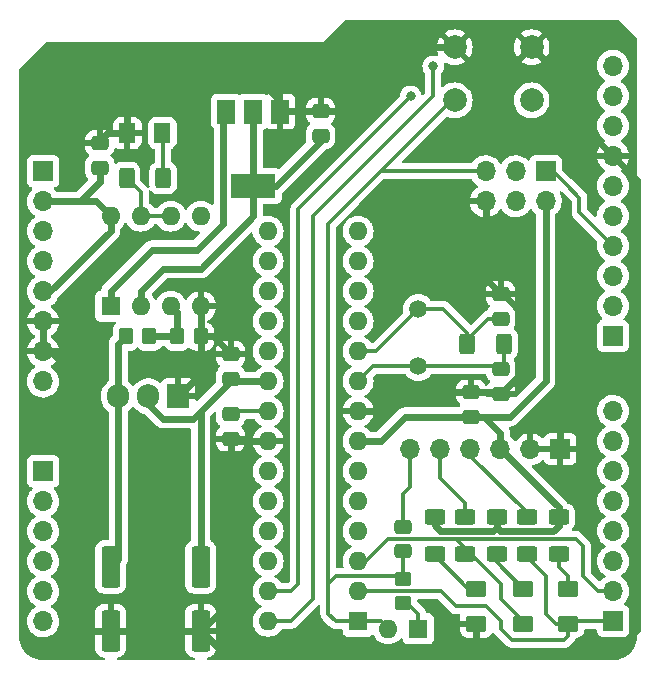
<source format=gtl>
G04 #@! TF.GenerationSoftware,KiCad,Pcbnew,6.0.11-3.fc36*
G04 #@! TF.CreationDate,2023-05-11T19:02:21+09:00*
G04 #@! TF.ProjectId,Tetiduino,54657469-6475-4696-9e6f-2e6b69636164,rev?*
G04 #@! TF.SameCoordinates,Original*
G04 #@! TF.FileFunction,Copper,L1,Top*
G04 #@! TF.FilePolarity,Positive*
%FSLAX46Y46*%
G04 Gerber Fmt 4.6, Leading zero omitted, Abs format (unit mm)*
G04 Created by KiCad (PCBNEW 6.0.11-3.fc36) date 2023-05-11 19:02:21*
%MOMM*%
%LPD*%
G01*
G04 APERTURE LIST*
G04 Aperture macros list*
%AMRoundRect*
0 Rectangle with rounded corners*
0 $1 Rounding radius*
0 $2 $3 $4 $5 $6 $7 $8 $9 X,Y pos of 4 corners*
0 Add a 4 corners polygon primitive as box body*
4,1,4,$2,$3,$4,$5,$6,$7,$8,$9,$2,$3,0*
0 Add four circle primitives for the rounded corners*
1,1,$1+$1,$2,$3*
1,1,$1+$1,$4,$5*
1,1,$1+$1,$6,$7*
1,1,$1+$1,$8,$9*
0 Add four rect primitives between the rounded corners*
20,1,$1+$1,$2,$3,$4,$5,0*
20,1,$1+$1,$4,$5,$6,$7,0*
20,1,$1+$1,$6,$7,$8,$9,0*
20,1,$1+$1,$8,$9,$2,$3,0*%
G04 Aperture macros list end*
G04 #@! TA.AperFunction,ComponentPad*
%ADD10R,1.700000X1.700000*%
G04 #@! TD*
G04 #@! TA.AperFunction,ComponentPad*
%ADD11O,1.700000X1.700000*%
G04 #@! TD*
G04 #@! TA.AperFunction,SMDPad,CuDef*
%ADD12RoundRect,0.250000X-0.400000X-0.625000X0.400000X-0.625000X0.400000X0.625000X-0.400000X0.625000X0*%
G04 #@! TD*
G04 #@! TA.AperFunction,ComponentPad*
%ADD13R,1.600000X1.600000*%
G04 #@! TD*
G04 #@! TA.AperFunction,ComponentPad*
%ADD14O,1.600000X1.600000*%
G04 #@! TD*
G04 #@! TA.AperFunction,SMDPad,CuDef*
%ADD15RoundRect,0.250000X-0.475000X0.337500X-0.475000X-0.337500X0.475000X-0.337500X0.475000X0.337500X0*%
G04 #@! TD*
G04 #@! TA.AperFunction,SMDPad,CuDef*
%ADD16RoundRect,0.250000X-0.550000X1.500000X-0.550000X-1.500000X0.550000X-1.500000X0.550000X1.500000X0*%
G04 #@! TD*
G04 #@! TA.AperFunction,SMDPad,CuDef*
%ADD17RoundRect,0.250000X0.475000X-0.337500X0.475000X0.337500X-0.475000X0.337500X-0.475000X-0.337500X0*%
G04 #@! TD*
G04 #@! TA.AperFunction,ComponentPad*
%ADD18C,2.000000*%
G04 #@! TD*
G04 #@! TA.AperFunction,SMDPad,CuDef*
%ADD19RoundRect,0.250001X-0.462499X-0.624999X0.462499X-0.624999X0.462499X0.624999X-0.462499X0.624999X0*%
G04 #@! TD*
G04 #@! TA.AperFunction,SMDPad,CuDef*
%ADD20R,1.500000X2.000000*%
G04 #@! TD*
G04 #@! TA.AperFunction,SMDPad,CuDef*
%ADD21R,3.800000X2.000000*%
G04 #@! TD*
G04 #@! TA.AperFunction,SMDPad,CuDef*
%ADD22RoundRect,0.250001X0.624999X-0.462499X0.624999X0.462499X-0.624999X0.462499X-0.624999X-0.462499X0*%
G04 #@! TD*
G04 #@! TA.AperFunction,SMDPad,CuDef*
%ADD23RoundRect,0.250000X-0.350000X-0.450000X0.350000X-0.450000X0.350000X0.450000X-0.350000X0.450000X0*%
G04 #@! TD*
G04 #@! TA.AperFunction,SMDPad,CuDef*
%ADD24RoundRect,0.250000X-0.625000X0.400000X-0.625000X-0.400000X0.625000X-0.400000X0.625000X0.400000X0*%
G04 #@! TD*
G04 #@! TA.AperFunction,SMDPad,CuDef*
%ADD25RoundRect,0.250000X0.450000X-0.350000X0.450000X0.350000X-0.450000X0.350000X-0.450000X-0.350000X0*%
G04 #@! TD*
G04 #@! TA.AperFunction,SMDPad,CuDef*
%ADD26RoundRect,0.250000X0.400000X0.625000X-0.400000X0.625000X-0.400000X-0.625000X0.400000X-0.625000X0*%
G04 #@! TD*
G04 #@! TA.AperFunction,SMDPad,CuDef*
%ADD27RoundRect,0.250000X0.625000X-0.400000X0.625000X0.400000X-0.625000X0.400000X-0.625000X-0.400000X0*%
G04 #@! TD*
G04 #@! TA.AperFunction,ComponentPad*
%ADD28R,1.905000X2.000000*%
G04 #@! TD*
G04 #@! TA.AperFunction,ComponentPad*
%ADD29O,1.905000X2.000000*%
G04 #@! TD*
G04 #@! TA.AperFunction,ComponentPad*
%ADD30C,1.500000*%
G04 #@! TD*
G04 #@! TA.AperFunction,ViaPad*
%ADD31C,0.800000*%
G04 #@! TD*
G04 #@! TA.AperFunction,Conductor*
%ADD32C,0.300000*%
G04 #@! TD*
G04 #@! TA.AperFunction,Conductor*
%ADD33C,0.600000*%
G04 #@! TD*
G04 APERTURE END LIST*
D10*
X124460000Y-98440000D03*
D11*
X124460000Y-100980000D03*
X124460000Y-103520000D03*
X124460000Y-106060000D03*
X124460000Y-108600000D03*
X124460000Y-111140000D03*
X124460000Y-113680000D03*
X124460000Y-116220000D03*
D12*
X131520000Y-98997500D03*
X134620000Y-98997500D03*
D13*
X156210000Y-137160000D03*
D14*
X153670000Y-137160000D03*
D15*
X163195000Y-115167500D03*
X163195000Y-117242500D03*
X163195000Y-108817500D03*
X163195000Y-110892500D03*
D16*
X137805000Y-131920000D03*
X137805000Y-137320000D03*
D17*
X147955000Y-95420000D03*
X147955000Y-93345000D03*
X160665000Y-119230000D03*
X160665000Y-117155000D03*
D10*
X168250000Y-121945000D03*
D11*
X165710000Y-121945000D03*
X163170000Y-121945000D03*
X160630000Y-121945000D03*
X158090000Y-121945000D03*
X155550000Y-121945000D03*
D18*
X165810000Y-92420000D03*
X159310000Y-92420000D03*
X159310000Y-87920000D03*
X165810000Y-87920000D03*
D19*
X131582500Y-95187500D03*
X134557500Y-95187500D03*
D20*
X144540000Y-93370000D03*
D21*
X142240000Y-99670000D03*
D20*
X142240000Y-93370000D03*
X139940000Y-93370000D03*
D17*
X129260000Y-98130000D03*
X129260000Y-96055000D03*
D22*
X165100000Y-136727500D03*
X165100000Y-133752500D03*
D13*
X130185000Y-109845000D03*
D14*
X132725000Y-109845000D03*
X135265000Y-109845000D03*
X137805000Y-109845000D03*
X137805000Y-102225000D03*
X135265000Y-102225000D03*
X132725000Y-102225000D03*
X130185000Y-102225000D03*
D23*
X131444782Y-112405000D03*
X133444782Y-112405000D03*
D13*
X151120000Y-136515000D03*
D14*
X151120000Y-133975000D03*
X151120000Y-131435000D03*
X151120000Y-128895000D03*
X151120000Y-126355000D03*
X151120000Y-123815000D03*
X151120000Y-121275000D03*
X151120000Y-118735000D03*
X151120000Y-116195000D03*
X151120000Y-113655000D03*
X151120000Y-111115000D03*
X151120000Y-108575000D03*
X151120000Y-106035000D03*
X151120000Y-103495000D03*
X143500000Y-103495000D03*
X143500000Y-106035000D03*
X143500000Y-108575000D03*
X143500000Y-111115000D03*
X143500000Y-113655000D03*
X143500000Y-116195000D03*
X143500000Y-118735000D03*
X143500000Y-121275000D03*
X143500000Y-123815000D03*
X143500000Y-126355000D03*
X143500000Y-128895000D03*
X143500000Y-131435000D03*
X143500000Y-133975000D03*
X143500000Y-136515000D03*
D24*
X162865000Y-127710000D03*
X162865000Y-130810000D03*
X157620000Y-127710000D03*
X157620000Y-130810000D03*
X160160000Y-127710000D03*
X160160000Y-130810000D03*
D16*
X130175000Y-131920000D03*
X130175000Y-137320000D03*
D25*
X154940000Y-134985000D03*
X154940000Y-132985000D03*
D26*
X163475000Y-113030000D03*
X160375000Y-113030000D03*
D10*
X172720000Y-136510000D03*
D11*
X172720000Y-133970000D03*
X172720000Y-131430000D03*
X172720000Y-128890000D03*
X172720000Y-126350000D03*
X172720000Y-123810000D03*
X172720000Y-121270000D03*
X172720000Y-118730000D03*
D10*
X167005000Y-98425000D03*
D11*
X167005000Y-100965000D03*
X164465000Y-98425000D03*
X164465000Y-100965000D03*
X161925000Y-98425000D03*
X161925000Y-100965000D03*
D27*
X165405000Y-130810000D03*
X165405000Y-127710000D03*
D17*
X140335000Y-115972500D03*
X140335000Y-113897500D03*
D28*
X135890000Y-117475000D03*
D29*
X133350000Y-117475000D03*
X130810000Y-117475000D03*
D22*
X168910000Y-136727500D03*
X168910000Y-133752500D03*
D10*
X124460000Y-123825000D03*
D11*
X124460000Y-126365000D03*
X124460000Y-128905000D03*
X124460000Y-131445000D03*
X124460000Y-133985000D03*
X124460000Y-136525000D03*
D30*
X156210000Y-114935000D03*
X156210000Y-110055000D03*
D15*
X140335000Y-118977500D03*
X140335000Y-121052500D03*
D22*
X161125000Y-136742500D03*
X161125000Y-133767500D03*
D17*
X154940000Y-130577500D03*
X154940000Y-128502500D03*
D10*
X172695000Y-112365000D03*
D11*
X172695000Y-109825000D03*
X172695000Y-107285000D03*
X172695000Y-104745000D03*
X172695000Y-102205000D03*
X172695000Y-99665000D03*
X172695000Y-97125000D03*
X172695000Y-94585000D03*
X172695000Y-92045000D03*
X172695000Y-89505000D03*
D24*
X168110000Y-127710000D03*
X168110000Y-130810000D03*
D23*
X135795218Y-112405000D03*
X137795218Y-112405000D03*
D31*
X155575000Y-92075000D03*
X157480000Y-89535000D03*
D32*
X140577500Y-118735000D02*
X140335000Y-118977500D01*
X143500000Y-118735000D02*
X140577500Y-118735000D01*
D33*
X133350000Y-91440000D02*
X143510000Y-91440000D01*
X154625000Y-117155000D02*
X153045000Y-118735000D01*
X129260000Y-95822500D02*
X129260000Y-96055000D01*
X130175000Y-137320000D02*
X128430000Y-137320000D01*
X168250000Y-120185000D02*
X174697500Y-113737500D01*
X139565000Y-139080000D02*
X162575000Y-139080000D01*
X157190000Y-87920000D02*
X151765000Y-93345000D01*
X144540000Y-92470000D02*
X144540000Y-93370000D01*
X137795218Y-112405000D02*
X137795218Y-109854782D01*
X137795218Y-115569782D02*
X135890000Y-117475000D01*
X163107500Y-117155000D02*
X163195000Y-117242500D01*
X143500000Y-121275000D02*
X140557500Y-121275000D01*
X137805000Y-137320000D02*
X139565000Y-139080000D01*
X144565000Y-93345000D02*
X144540000Y-93370000D01*
X161925000Y-100965000D02*
X161925000Y-107547500D01*
X124460000Y-111140000D02*
X124460000Y-113680000D01*
X174697500Y-113737500D02*
X174697500Y-137232500D01*
X160665000Y-117155000D02*
X163107500Y-117155000D01*
X168910000Y-91020000D02*
X168910000Y-93345000D01*
X174697500Y-137232500D02*
X172850000Y-139080000D01*
X159310000Y-87920000D02*
X157190000Y-87920000D01*
X165100000Y-115337500D02*
X163195000Y-117242500D01*
X165100000Y-110490000D02*
X165100000Y-115337500D01*
X137795218Y-112405000D02*
X137795218Y-115569782D01*
X162575000Y-139080000D02*
X161940000Y-139080000D01*
X140335000Y-134790000D02*
X140335000Y-121052500D01*
X127000000Y-115570000D02*
X125110000Y-113680000D01*
X161940000Y-139080000D02*
X161125000Y-138265000D01*
X125110000Y-113680000D02*
X124460000Y-113680000D01*
X138842500Y-112405000D02*
X140335000Y-113897500D01*
X147955000Y-93345000D02*
X144565000Y-93345000D01*
X137805000Y-137320000D02*
X130175000Y-137320000D01*
X128430000Y-137320000D02*
X127000000Y-135890000D01*
X131582500Y-95187500D02*
X131582500Y-93207500D01*
X137805000Y-137320000D02*
X140335000Y-134790000D01*
X163195000Y-108817500D02*
X163427500Y-108817500D01*
X161125000Y-138265000D02*
X161125000Y-136742500D01*
X169550000Y-93980000D02*
X172695000Y-97125000D01*
X161925000Y-107547500D02*
X163195000Y-108817500D01*
X137795218Y-109854782D02*
X137805000Y-109845000D01*
X163427500Y-108817500D02*
X165100000Y-110490000D01*
X165810000Y-87920000D02*
X168910000Y-91020000D01*
X168250000Y-121945000D02*
X168250000Y-120185000D01*
X169545000Y-93980000D02*
X169550000Y-93980000D01*
X172695000Y-97125000D02*
X174697500Y-99127500D01*
X143510000Y-91440000D02*
X144540000Y-92470000D01*
X127000000Y-135890000D02*
X127000000Y-115570000D01*
X129895000Y-95187500D02*
X129260000Y-95822500D01*
X151765000Y-93345000D02*
X147955000Y-93345000D01*
X153045000Y-118735000D02*
X151120000Y-118735000D01*
X160665000Y-117155000D02*
X154625000Y-117155000D01*
X174697500Y-99127500D02*
X174697500Y-113737500D01*
X172850000Y-139080000D02*
X162575000Y-139080000D01*
X137795218Y-112405000D02*
X138842500Y-112405000D01*
X131582500Y-95187500D02*
X129895000Y-95187500D01*
X165735000Y-87995000D02*
X165810000Y-87920000D01*
X168910000Y-93345000D02*
X169545000Y-93980000D01*
X131582500Y-93207500D02*
X133350000Y-91440000D01*
X140557500Y-121275000D02*
X140335000Y-121052500D01*
D32*
X156210000Y-135890000D02*
X156210000Y-137160000D01*
D33*
X168110000Y-127710000D02*
X168110000Y-126885000D01*
X128940000Y-100980000D02*
X130185000Y-102225000D01*
X130185000Y-102225000D02*
X130185000Y-103495000D01*
X167655000Y-128890000D02*
X163170000Y-128890000D01*
X125080000Y-108600000D02*
X124460000Y-108600000D01*
X137805000Y-131920000D02*
X137805000Y-118735000D01*
X163170000Y-128890000D02*
X162865000Y-128585000D01*
X133350000Y-117475000D02*
X133350000Y-118110000D01*
X137160000Y-119380000D02*
X137805000Y-118735000D01*
X167005000Y-116205000D02*
X167005000Y-100965000D01*
X143500000Y-116195000D02*
X140345000Y-116195000D01*
X124460000Y-100980000D02*
X127620000Y-100980000D01*
X134620000Y-119380000D02*
X137160000Y-119380000D01*
X160665000Y-119230000D02*
X155090000Y-119230000D01*
X162560000Y-128890000D02*
X162865000Y-128585000D01*
X153045000Y-121275000D02*
X151120000Y-121275000D01*
D32*
X154940000Y-134985000D02*
X155305000Y-134985000D01*
D33*
X163980000Y-119230000D02*
X167005000Y-116205000D01*
X168110000Y-127710000D02*
X168110000Y-128435000D01*
X160665000Y-119230000D02*
X161775000Y-119230000D01*
X158100000Y-128890000D02*
X162560000Y-128890000D01*
X168110000Y-128435000D02*
X167655000Y-128890000D01*
X129260000Y-98130000D02*
X129260000Y-99340000D01*
X157620000Y-128410000D02*
X158100000Y-128890000D01*
X161775000Y-119230000D02*
X163980000Y-119230000D01*
X168110000Y-126885000D02*
X163170000Y-121945000D01*
D32*
X155305000Y-134985000D02*
X156210000Y-135890000D01*
D33*
X161775000Y-119230000D02*
X163170000Y-120625000D01*
X137805000Y-118735000D02*
X140345000Y-116195000D01*
X163170000Y-120625000D02*
X163170000Y-121945000D01*
X129260000Y-99340000D02*
X127620000Y-100980000D01*
X155090000Y-119230000D02*
X153045000Y-121275000D01*
X133350000Y-118110000D02*
X134620000Y-119380000D01*
X157620000Y-127710000D02*
X157620000Y-128410000D01*
X127620000Y-100980000D02*
X128940000Y-100980000D01*
X130185000Y-103495000D02*
X125080000Y-108600000D01*
X162865000Y-128585000D02*
X162865000Y-127710000D01*
D32*
X168110000Y-130810000D02*
X168110000Y-131915000D01*
X168110000Y-131915000D02*
X168910000Y-132715000D01*
X168910000Y-132715000D02*
X168910000Y-133752500D01*
X145425000Y-133975000D02*
X143500000Y-133975000D01*
X146050000Y-133350000D02*
X145425000Y-133975000D01*
X146050000Y-101600000D02*
X146050000Y-133350000D01*
X155575000Y-92075000D02*
X146050000Y-101600000D01*
X157480000Y-89535000D02*
X157480000Y-92075000D01*
X145425000Y-136515000D02*
X143500000Y-136515000D01*
X147320000Y-134620000D02*
X145425000Y-136515000D01*
X157480000Y-92075000D02*
X147320000Y-102235000D01*
X147320000Y-102235000D02*
X147320000Y-134620000D01*
X164147500Y-138112500D02*
X163195000Y-137160000D01*
X151120000Y-133975000D02*
X158105000Y-133975000D01*
X167005000Y-132715000D02*
X167005000Y-135890000D01*
X165405000Y-131115000D02*
X167005000Y-132715000D01*
X165405000Y-130810000D02*
X165405000Y-131115000D01*
X161925000Y-135255000D02*
X163195000Y-136525000D01*
X168910000Y-136727500D02*
X169127500Y-136510000D01*
X168910000Y-136727500D02*
X168910000Y-137795000D01*
X163195000Y-136525000D02*
X163195000Y-137160000D01*
X169127500Y-136510000D02*
X172720000Y-136510000D01*
X168592500Y-138112500D02*
X168910000Y-137795000D01*
X158105000Y-133975000D02*
X159385000Y-135255000D01*
X159385000Y-135255000D02*
X161925000Y-135255000D01*
X164147500Y-138112500D02*
X168592500Y-138112500D01*
X167005000Y-135890000D02*
X167842500Y-136727500D01*
X167842500Y-136727500D02*
X168910000Y-136727500D01*
X162865000Y-130810000D02*
X162865000Y-131517500D01*
X162865000Y-131517500D02*
X165100000Y-133752500D01*
X134620000Y-98997500D02*
X134620000Y-95250000D01*
X134620000Y-95250000D02*
X134557500Y-95187500D01*
X151775000Y-131435000D02*
X151120000Y-131435000D01*
X170180000Y-132715000D02*
X171435000Y-133970000D01*
X160160000Y-130315000D02*
X160160000Y-130810000D01*
X163195000Y-133350000D02*
X160655000Y-130810000D01*
X171435000Y-133970000D02*
X172720000Y-133970000D01*
X170180000Y-130175000D02*
X170180000Y-132715000D01*
X160655000Y-130810000D02*
X160160000Y-130810000D01*
X159385000Y-129540000D02*
X169545000Y-129540000D01*
X159385000Y-129540000D02*
X160160000Y-130315000D01*
X163195000Y-134620000D02*
X165100000Y-136525000D01*
X169545000Y-129540000D02*
X170180000Y-130175000D01*
X153670000Y-129540000D02*
X151775000Y-131435000D01*
X159385000Y-129540000D02*
X153670000Y-129540000D01*
X165100000Y-136525000D02*
X165100000Y-136727500D01*
X163195000Y-134620000D02*
X163195000Y-133350000D01*
X148590000Y-102870000D02*
X152400000Y-99060000D01*
X148590000Y-133350000D02*
X148590000Y-102870000D01*
X149225000Y-132715000D02*
X154670000Y-132715000D01*
X148590000Y-133350000D02*
X148590000Y-135890000D01*
X149215000Y-136515000D02*
X151120000Y-136515000D01*
X154940000Y-132985000D02*
X154940000Y-130577500D01*
X154670000Y-132715000D02*
X154940000Y-132985000D01*
X152400000Y-99060000D02*
X159040000Y-92420000D01*
X148590000Y-133350000D02*
X149225000Y-132715000D01*
X151120000Y-136515000D02*
X153025000Y-136515000D01*
X153035000Y-98425000D02*
X161925000Y-98425000D01*
X152400000Y-99060000D02*
X153035000Y-98425000D01*
X153025000Y-136515000D02*
X153670000Y-137160000D01*
X148590000Y-135890000D02*
X149215000Y-136515000D01*
X159040000Y-92420000D02*
X159310000Y-92420000D01*
D33*
X142240000Y-99670000D02*
X144170000Y-99670000D01*
X132725000Y-108575000D02*
X132725000Y-109845000D01*
X144170000Y-99670000D02*
X147955000Y-95885000D01*
X134620000Y-106680000D02*
X132725000Y-108575000D01*
X142240000Y-99670000D02*
X142240000Y-102235000D01*
X142240000Y-102235000D02*
X137795000Y-106680000D01*
X142240000Y-93370000D02*
X142240000Y-99670000D01*
X137795000Y-106680000D02*
X134620000Y-106680000D01*
X147955000Y-95885000D02*
X147955000Y-95420000D01*
X130810000Y-113030000D02*
X130810000Y-117475000D01*
X131444782Y-112405000D02*
X131435000Y-112405000D01*
X131435000Y-112405000D02*
X130810000Y-113030000D01*
X130810000Y-131285000D02*
X130810000Y-117475000D01*
X130175000Y-131920000D02*
X130810000Y-131285000D01*
D32*
X169865000Y-101915000D02*
X172695000Y-104745000D01*
X168910000Y-99695000D02*
X169865000Y-100650000D01*
X168865000Y-99695000D02*
X168910000Y-99695000D01*
X167595000Y-98425000D02*
X168865000Y-99695000D01*
X167005000Y-98425000D02*
X167595000Y-98425000D01*
X169865000Y-100650000D02*
X169865000Y-101915000D01*
X160160000Y-127710000D02*
X160160000Y-126505000D01*
X160160000Y-126505000D02*
X158090000Y-124435000D01*
X158090000Y-124435000D02*
X158090000Y-121945000D01*
X165405000Y-127305000D02*
X165405000Y-127710000D01*
X160630000Y-122530000D02*
X165405000Y-127305000D01*
X160630000Y-121945000D02*
X160630000Y-122530000D01*
X154940000Y-128502500D02*
X154940000Y-125730000D01*
X154940000Y-125730000D02*
X155550000Y-125120000D01*
X155550000Y-125120000D02*
X155550000Y-121945000D01*
X156210000Y-114935000D02*
X162962500Y-114935000D01*
X162962500Y-114935000D02*
X163195000Y-115167500D01*
X152380000Y-114935000D02*
X151120000Y-116195000D01*
X163475000Y-113030000D02*
X163475000Y-114887500D01*
X163475000Y-114887500D02*
X163195000Y-115167500D01*
X156210000Y-114935000D02*
X152380000Y-114935000D01*
X157620000Y-130810000D02*
X157620000Y-130950000D01*
X160437500Y-133767500D02*
X161125000Y-133767500D01*
X157620000Y-130950000D02*
X160437500Y-133767500D01*
X131520000Y-98997500D02*
X132725000Y-100202500D01*
X132725000Y-102225000D02*
X135265000Y-102225000D01*
X132725000Y-100202500D02*
X132725000Y-102225000D01*
X160375000Y-112675000D02*
X162157500Y-110892500D01*
X156210000Y-110055000D02*
X158315000Y-110055000D01*
X160375000Y-113030000D02*
X160375000Y-112675000D01*
X162157500Y-110892500D02*
X163195000Y-110892500D01*
X152610000Y-113655000D02*
X156210000Y-110055000D01*
X158315000Y-110055000D02*
X160375000Y-112115000D01*
X160375000Y-112115000D02*
X160375000Y-113030000D01*
X151120000Y-113655000D02*
X152610000Y-113655000D01*
D33*
X133667500Y-105092500D02*
X130185000Y-108575000D01*
X139700000Y-102870000D02*
X137477500Y-105092500D01*
X137477500Y-105092500D02*
X133667500Y-105092500D01*
X139700000Y-93610000D02*
X139700000Y-102870000D01*
X139940000Y-93370000D02*
X139700000Y-93610000D01*
X130185000Y-108575000D02*
X130185000Y-109845000D01*
X133444782Y-112405000D02*
X135795218Y-112405000D01*
X135795218Y-112405000D02*
X135795218Y-110375218D01*
X135795218Y-110375218D02*
X135265000Y-109845000D01*
G04 #@! TA.AperFunction,Conductor*
G36*
X173160304Y-85618502D02*
G01*
X173181278Y-85635405D01*
X174714595Y-87168723D01*
X174748621Y-87231035D01*
X174751500Y-87257818D01*
X174751500Y-137745633D01*
X174750000Y-137765018D01*
X174747690Y-137779851D01*
X174747690Y-137779855D01*
X174746309Y-137788724D01*
X174747473Y-137797626D01*
X174747473Y-137797629D01*
X174748439Y-137805012D01*
X174749233Y-137829591D01*
X174734660Y-138051922D01*
X174732509Y-138068262D01*
X174730629Y-138077715D01*
X174684020Y-138312036D01*
X174683889Y-138312693D01*
X174679625Y-138328606D01*
X174599516Y-138564600D01*
X174593209Y-138579826D01*
X174482984Y-138803342D01*
X174474743Y-138817616D01*
X174336287Y-139024829D01*
X174326254Y-139037905D01*
X174161932Y-139225278D01*
X174150278Y-139236932D01*
X173962905Y-139401254D01*
X173949829Y-139411287D01*
X173742616Y-139549743D01*
X173728342Y-139557984D01*
X173504826Y-139668209D01*
X173489602Y-139674515D01*
X173253606Y-139754625D01*
X173237696Y-139758888D01*
X173115477Y-139783199D01*
X172993262Y-139807509D01*
X172976922Y-139809660D01*
X172828134Y-139819413D01*
X172761763Y-139823763D01*
X172738650Y-139822733D01*
X172735146Y-139822690D01*
X172726276Y-139821309D01*
X172717374Y-139822473D01*
X172717372Y-139822473D01*
X172703915Y-139824233D01*
X172694714Y-139825436D01*
X172678379Y-139826500D01*
X138445602Y-139826500D01*
X138377481Y-139806498D01*
X138330988Y-139752842D01*
X138320884Y-139682568D01*
X138350378Y-139617988D01*
X138410104Y-139579604D01*
X138432599Y-139575173D01*
X138504206Y-139567743D01*
X138517600Y-139564851D01*
X138671784Y-139513412D01*
X138684962Y-139507239D01*
X138822807Y-139421937D01*
X138834208Y-139412901D01*
X138948739Y-139298171D01*
X138957751Y-139286760D01*
X139042816Y-139148757D01*
X139048963Y-139135576D01*
X139100138Y-138981290D01*
X139103005Y-138967914D01*
X139112672Y-138873562D01*
X139113000Y-138867146D01*
X139113000Y-137592115D01*
X139108525Y-137576876D01*
X139107135Y-137575671D01*
X139099452Y-137574000D01*
X136515116Y-137574000D01*
X136499877Y-137578475D01*
X136498672Y-137579865D01*
X136497001Y-137587548D01*
X136497001Y-138867095D01*
X136497338Y-138873614D01*
X136507257Y-138969206D01*
X136510149Y-138982600D01*
X136561588Y-139136784D01*
X136567761Y-139149962D01*
X136653063Y-139287807D01*
X136662099Y-139299208D01*
X136776829Y-139413739D01*
X136788240Y-139422751D01*
X136926243Y-139507816D01*
X136939424Y-139513963D01*
X137093710Y-139565138D01*
X137107086Y-139568005D01*
X137176879Y-139575156D01*
X137242607Y-139601997D01*
X137283389Y-139660112D01*
X137286277Y-139731050D01*
X137250356Y-139792288D01*
X137187028Y-139824385D01*
X137164037Y-139826500D01*
X130815602Y-139826500D01*
X130747481Y-139806498D01*
X130700988Y-139752842D01*
X130690884Y-139682568D01*
X130720378Y-139617988D01*
X130780104Y-139579604D01*
X130802599Y-139575173D01*
X130874206Y-139567743D01*
X130887600Y-139564851D01*
X131041784Y-139513412D01*
X131054962Y-139507239D01*
X131192807Y-139421937D01*
X131204208Y-139412901D01*
X131318739Y-139298171D01*
X131327751Y-139286760D01*
X131412816Y-139148757D01*
X131418963Y-139135576D01*
X131470138Y-138981290D01*
X131473005Y-138967914D01*
X131482672Y-138873562D01*
X131483000Y-138867146D01*
X131483000Y-137592115D01*
X131478525Y-137576876D01*
X131477135Y-137575671D01*
X131469452Y-137574000D01*
X128885116Y-137574000D01*
X128869877Y-137578475D01*
X128868672Y-137579865D01*
X128867001Y-137587548D01*
X128867001Y-138867095D01*
X128867338Y-138873614D01*
X128877257Y-138969206D01*
X128880149Y-138982600D01*
X128931588Y-139136784D01*
X128937761Y-139149962D01*
X129023063Y-139287807D01*
X129032099Y-139299208D01*
X129146829Y-139413739D01*
X129158240Y-139422751D01*
X129296243Y-139507816D01*
X129309424Y-139513963D01*
X129463710Y-139565138D01*
X129477086Y-139568005D01*
X129546879Y-139575156D01*
X129612607Y-139601997D01*
X129653389Y-139660112D01*
X129656277Y-139731050D01*
X129620356Y-139792288D01*
X129557028Y-139824385D01*
X129534037Y-139826500D01*
X124509367Y-139826500D01*
X124489982Y-139825000D01*
X124475149Y-139822690D01*
X124475145Y-139822690D01*
X124466276Y-139821309D01*
X124457374Y-139822473D01*
X124457371Y-139822473D01*
X124449988Y-139823439D01*
X124425409Y-139824233D01*
X124380799Y-139821309D01*
X124203078Y-139809660D01*
X124186738Y-139807509D01*
X124064523Y-139783199D01*
X123942304Y-139758888D01*
X123926394Y-139754625D01*
X123690398Y-139674515D01*
X123675174Y-139668209D01*
X123451658Y-139557984D01*
X123437384Y-139549743D01*
X123230171Y-139411287D01*
X123217095Y-139401254D01*
X123029722Y-139236932D01*
X123018068Y-139225278D01*
X122853746Y-139037905D01*
X122843713Y-139024829D01*
X122705257Y-138817616D01*
X122697016Y-138803342D01*
X122586791Y-138579826D01*
X122580484Y-138564600D01*
X122500375Y-138328606D01*
X122496111Y-138312693D01*
X122495981Y-138312036D01*
X122449371Y-138077715D01*
X122447491Y-138068262D01*
X122445340Y-138051922D01*
X122431476Y-137840407D01*
X122432650Y-137817232D01*
X122432334Y-137817204D01*
X122432770Y-137812344D01*
X122433576Y-137807552D01*
X122433729Y-137795000D01*
X122429773Y-137767376D01*
X122428500Y-137749514D01*
X122428500Y-136491695D01*
X123097251Y-136491695D01*
X123097548Y-136496848D01*
X123097548Y-136496851D01*
X123103011Y-136591590D01*
X123110110Y-136714715D01*
X123111247Y-136719761D01*
X123111248Y-136719767D01*
X123128825Y-136797760D01*
X123159222Y-136932639D01*
X123204235Y-137043493D01*
X123241025Y-137134096D01*
X123243266Y-137139616D01*
X123269791Y-137182901D01*
X123348571Y-137311458D01*
X123359987Y-137330088D01*
X123506250Y-137498938D01*
X123678126Y-137641632D01*
X123871000Y-137754338D01*
X124079692Y-137834030D01*
X124084760Y-137835061D01*
X124084763Y-137835062D01*
X124192017Y-137856883D01*
X124298597Y-137878567D01*
X124303772Y-137878757D01*
X124303774Y-137878757D01*
X124516673Y-137886564D01*
X124516677Y-137886564D01*
X124521837Y-137886753D01*
X124526957Y-137886097D01*
X124526959Y-137886097D01*
X124738288Y-137859025D01*
X124738289Y-137859025D01*
X124743416Y-137858368D01*
X124803283Y-137840407D01*
X124952429Y-137795661D01*
X124952434Y-137795659D01*
X124957384Y-137794174D01*
X125157994Y-137695896D01*
X125339860Y-137566173D01*
X125381823Y-137524357D01*
X125453093Y-137453335D01*
X125498096Y-137408489D01*
X125530642Y-137363197D01*
X125625435Y-137231277D01*
X125628453Y-137227077D01*
X125636040Y-137211727D01*
X125717015Y-137047885D01*
X128867000Y-137047885D01*
X128871475Y-137063124D01*
X128872865Y-137064329D01*
X128880548Y-137066000D01*
X129902885Y-137066000D01*
X129918124Y-137061525D01*
X129919329Y-137060135D01*
X129921000Y-137052452D01*
X129921000Y-137047885D01*
X130429000Y-137047885D01*
X130433475Y-137063124D01*
X130434865Y-137064329D01*
X130442548Y-137066000D01*
X131464884Y-137066000D01*
X131480123Y-137061525D01*
X131481328Y-137060135D01*
X131482999Y-137052452D01*
X131482999Y-137047885D01*
X136497000Y-137047885D01*
X136501475Y-137063124D01*
X136502865Y-137064329D01*
X136510548Y-137066000D01*
X137532885Y-137066000D01*
X137548124Y-137061525D01*
X137549329Y-137060135D01*
X137551000Y-137052452D01*
X137551000Y-137047885D01*
X138059000Y-137047885D01*
X138063475Y-137063124D01*
X138064865Y-137064329D01*
X138072548Y-137066000D01*
X139094884Y-137066000D01*
X139110123Y-137061525D01*
X139111328Y-137060135D01*
X139112999Y-137052452D01*
X139112999Y-136515000D01*
X142186502Y-136515000D01*
X142206457Y-136743087D01*
X142207881Y-136748400D01*
X142207881Y-136748402D01*
X142258706Y-136938080D01*
X142265716Y-136964243D01*
X142268039Y-136969224D01*
X142268039Y-136969225D01*
X142360151Y-137166762D01*
X142360154Y-137166767D01*
X142362477Y-137171749D01*
X142415279Y-137247158D01*
X142488263Y-137351389D01*
X142493802Y-137359300D01*
X142655700Y-137521198D01*
X142660208Y-137524355D01*
X142660211Y-137524357D01*
X142731109Y-137574000D01*
X142843251Y-137652523D01*
X142848233Y-137654846D01*
X142848238Y-137654849D01*
X143042927Y-137745633D01*
X143050757Y-137749284D01*
X143056065Y-137750706D01*
X143056067Y-137750707D01*
X143266598Y-137807119D01*
X143266600Y-137807119D01*
X143271913Y-137808543D01*
X143500000Y-137828498D01*
X143728087Y-137808543D01*
X143733400Y-137807119D01*
X143733402Y-137807119D01*
X143943933Y-137750707D01*
X143943935Y-137750706D01*
X143949243Y-137749284D01*
X143957073Y-137745633D01*
X144151762Y-137654849D01*
X144151767Y-137654846D01*
X144156749Y-137652523D01*
X144268891Y-137574000D01*
X144339789Y-137524357D01*
X144339792Y-137524355D01*
X144344300Y-137521198D01*
X144506198Y-137359300D01*
X144511738Y-137351389D01*
X144562019Y-137279580D01*
X144598676Y-137227228D01*
X144654132Y-137182901D01*
X144701888Y-137173500D01*
X145342944Y-137173500D01*
X145354800Y-137174059D01*
X145354803Y-137174059D01*
X145362537Y-137175788D01*
X145433369Y-137173562D01*
X145437327Y-137173500D01*
X145466432Y-137173500D01*
X145470832Y-137172944D01*
X145482664Y-137172012D01*
X145528831Y-137170562D01*
X145549421Y-137164580D01*
X145568782Y-137160570D01*
X145576424Y-137159605D01*
X145582204Y-137158875D01*
X145582205Y-137158875D01*
X145590064Y-137157882D01*
X145597429Y-137154966D01*
X145597433Y-137154965D01*
X145633021Y-137140874D01*
X145644231Y-137137035D01*
X145688600Y-137124145D01*
X145707065Y-137113225D01*
X145724805Y-137104534D01*
X145744756Y-137096635D01*
X145782129Y-137069482D01*
X145792048Y-137062967D01*
X145824977Y-137043493D01*
X145824981Y-137043490D01*
X145831807Y-137039453D01*
X145846971Y-137024289D01*
X145862005Y-137011448D01*
X145872943Y-137003501D01*
X145879357Y-136998841D01*
X145908803Y-136963247D01*
X145916792Y-136954468D01*
X147716405Y-135154855D01*
X147778717Y-135120829D01*
X147849532Y-135125894D01*
X147906368Y-135168441D01*
X147931179Y-135234961D01*
X147931500Y-135243950D01*
X147931500Y-135807944D01*
X147930941Y-135819800D01*
X147929212Y-135827537D01*
X147929461Y-135835459D01*
X147931438Y-135898369D01*
X147931500Y-135902327D01*
X147931500Y-135931432D01*
X147932056Y-135935832D01*
X147932988Y-135947664D01*
X147934438Y-135993831D01*
X147936650Y-136001444D01*
X147936650Y-136001445D01*
X147940419Y-136014416D01*
X147944430Y-136033782D01*
X147947118Y-136055064D01*
X147950034Y-136062429D01*
X147950035Y-136062433D01*
X147964126Y-136098021D01*
X147967965Y-136109231D01*
X147980855Y-136153600D01*
X147991775Y-136172065D01*
X148000466Y-136189805D01*
X148008365Y-136209756D01*
X148020486Y-136226439D01*
X148035516Y-136247126D01*
X148042033Y-136257048D01*
X148061507Y-136289977D01*
X148061510Y-136289981D01*
X148065547Y-136296807D01*
X148080711Y-136311971D01*
X148093551Y-136327004D01*
X148106159Y-136344357D01*
X148112266Y-136349409D01*
X148112267Y-136349410D01*
X148141754Y-136373803D01*
X148150535Y-136381794D01*
X148691341Y-136922600D01*
X148699331Y-136931381D01*
X148699339Y-136931390D01*
X148703584Y-136938080D01*
X148725790Y-136958933D01*
X148755273Y-136986619D01*
X148758115Y-136989374D01*
X148778667Y-137009926D01*
X148781801Y-137012357D01*
X148782163Y-137012638D01*
X148791191Y-137020348D01*
X148824867Y-137051972D01*
X148831818Y-137055793D01*
X148831819Y-137055794D01*
X148843655Y-137062301D01*
X148860184Y-137073158D01*
X148870869Y-137081447D01*
X148870871Y-137081448D01*
X148877131Y-137086304D01*
X148919544Y-137104657D01*
X148930181Y-137109868D01*
X148970663Y-137132124D01*
X148978342Y-137134096D01*
X148978343Y-137134096D01*
X148991434Y-137137457D01*
X149010136Y-137143859D01*
X149029823Y-137152379D01*
X149037652Y-137153619D01*
X149075448Y-137159605D01*
X149087074Y-137162013D01*
X149124135Y-137171529D01*
X149124136Y-137171529D01*
X149131812Y-137173500D01*
X149153258Y-137173500D01*
X149172968Y-137175051D01*
X149194151Y-137178406D01*
X149240135Y-137174059D01*
X149251994Y-137173500D01*
X149685500Y-137173500D01*
X149753621Y-137193502D01*
X149800114Y-137247158D01*
X149811500Y-137299500D01*
X149811500Y-137363134D01*
X149818255Y-137425316D01*
X149869385Y-137561705D01*
X149956739Y-137678261D01*
X150073295Y-137765615D01*
X150209684Y-137816745D01*
X150271866Y-137823500D01*
X151968134Y-137823500D01*
X152030316Y-137816745D01*
X152166705Y-137765615D01*
X152283261Y-137678261D01*
X152284453Y-137676670D01*
X152343680Y-137644329D01*
X152414495Y-137649394D01*
X152471331Y-137691941D01*
X152484658Y-137714199D01*
X152532477Y-137816749D01*
X152585335Y-137892238D01*
X152634654Y-137962672D01*
X152663802Y-138004300D01*
X152825700Y-138166198D01*
X152830208Y-138169355D01*
X152830211Y-138169357D01*
X152871542Y-138198297D01*
X153013251Y-138297523D01*
X153018233Y-138299846D01*
X153018238Y-138299849D01*
X153215775Y-138391961D01*
X153220757Y-138394284D01*
X153226065Y-138395706D01*
X153226067Y-138395707D01*
X153436598Y-138452119D01*
X153436600Y-138452119D01*
X153441913Y-138453543D01*
X153670000Y-138473498D01*
X153898087Y-138453543D01*
X153903400Y-138452119D01*
X153903402Y-138452119D01*
X154113933Y-138395707D01*
X154113935Y-138395706D01*
X154119243Y-138394284D01*
X154124225Y-138391961D01*
X154321762Y-138299849D01*
X154321767Y-138299846D01*
X154326749Y-138297523D01*
X154468458Y-138198297D01*
X154509789Y-138169357D01*
X154509792Y-138169355D01*
X154514300Y-138166198D01*
X154676198Y-138004300D01*
X154679357Y-137999789D01*
X154682892Y-137995576D01*
X154684026Y-137996527D01*
X154734071Y-137956529D01*
X154804690Y-137949224D01*
X154868049Y-137981258D01*
X154904030Y-138042462D01*
X154907082Y-138059517D01*
X154908255Y-138070316D01*
X154959385Y-138206705D01*
X155046739Y-138323261D01*
X155163295Y-138410615D01*
X155299684Y-138461745D01*
X155361866Y-138468500D01*
X157058134Y-138468500D01*
X157120316Y-138461745D01*
X157256705Y-138410615D01*
X157373261Y-138323261D01*
X157460615Y-138206705D01*
X157511745Y-138070316D01*
X157518500Y-138008134D01*
X157518500Y-137252096D01*
X159742000Y-137252096D01*
X159742337Y-137258611D01*
X159752256Y-137354203D01*
X159755150Y-137367602D01*
X159806588Y-137521783D01*
X159812762Y-137534962D01*
X159898063Y-137672807D01*
X159907099Y-137684208D01*
X160021830Y-137798739D01*
X160033241Y-137807751D01*
X160171245Y-137892818D01*
X160184423Y-137898962D01*
X160338716Y-137950139D01*
X160352081Y-137953005D01*
X160446439Y-137962672D01*
X160452855Y-137963000D01*
X160852885Y-137963000D01*
X160868124Y-137958525D01*
X160869329Y-137957135D01*
X160871000Y-137949452D01*
X160871000Y-137014615D01*
X160866525Y-136999376D01*
X160865135Y-136998171D01*
X160857452Y-136996500D01*
X159760115Y-136996500D01*
X159744876Y-137000975D01*
X159743671Y-137002365D01*
X159742000Y-137010048D01*
X159742000Y-137252096D01*
X157518500Y-137252096D01*
X157518500Y-136311866D01*
X157511745Y-136249684D01*
X157460615Y-136113295D01*
X157373261Y-135996739D01*
X157256705Y-135909385D01*
X157120316Y-135858255D01*
X157058134Y-135851500D01*
X156979955Y-135851500D01*
X156911834Y-135831498D01*
X156865341Y-135777842D01*
X156854948Y-135741291D01*
X156853875Y-135732795D01*
X156853875Y-135732793D01*
X156852882Y-135724936D01*
X156849966Y-135717571D01*
X156849965Y-135717567D01*
X156835874Y-135681979D01*
X156832035Y-135670769D01*
X156819145Y-135626400D01*
X156808229Y-135607943D01*
X156799534Y-135590193D01*
X156791635Y-135570244D01*
X156782405Y-135557540D01*
X156764477Y-135532864D01*
X156757960Y-135522943D01*
X156734452Y-135483193D01*
X156719291Y-135468032D01*
X156706449Y-135452997D01*
X156693841Y-135435643D01*
X156658248Y-135406198D01*
X156649467Y-135398208D01*
X156185404Y-134934144D01*
X156151379Y-134871832D01*
X156148500Y-134845049D01*
X156148500Y-134759500D01*
X156168502Y-134691379D01*
X156222158Y-134644886D01*
X156274500Y-134633500D01*
X157780050Y-134633500D01*
X157848171Y-134653502D01*
X157869145Y-134670405D01*
X158861341Y-135662600D01*
X158869331Y-135671381D01*
X158869339Y-135671390D01*
X158873584Y-135678080D01*
X158879359Y-135683503D01*
X158925273Y-135726619D01*
X158928115Y-135729374D01*
X158948667Y-135749926D01*
X158951801Y-135752357D01*
X158952163Y-135752638D01*
X158961191Y-135760348D01*
X158994867Y-135791972D01*
X159001818Y-135795793D01*
X159001819Y-135795794D01*
X159013655Y-135802301D01*
X159030184Y-135813158D01*
X159040869Y-135821447D01*
X159040871Y-135821448D01*
X159047131Y-135826304D01*
X159089544Y-135844657D01*
X159100181Y-135849868D01*
X159140663Y-135872124D01*
X159148342Y-135874096D01*
X159148343Y-135874096D01*
X159161434Y-135877457D01*
X159180136Y-135883859D01*
X159199823Y-135892379D01*
X159207652Y-135893619D01*
X159245448Y-135899605D01*
X159257074Y-135902013D01*
X159294135Y-135911529D01*
X159294136Y-135911529D01*
X159301812Y-135913500D01*
X159323258Y-135913500D01*
X159342968Y-135915051D01*
X159364151Y-135918406D01*
X159410135Y-135914059D01*
X159421994Y-135913500D01*
X159648385Y-135913500D01*
X159716506Y-135933502D01*
X159762999Y-135987158D01*
X159773103Y-136057432D01*
X159767978Y-136079166D01*
X159754861Y-136118713D01*
X159751995Y-136132081D01*
X159742328Y-136226439D01*
X159742000Y-136232856D01*
X159742000Y-136470385D01*
X159746475Y-136485624D01*
X159747865Y-136486829D01*
X159755548Y-136488500D01*
X161253000Y-136488500D01*
X161321121Y-136508502D01*
X161367614Y-136562158D01*
X161379000Y-136614500D01*
X161379000Y-137944885D01*
X161383475Y-137960124D01*
X161384865Y-137961329D01*
X161392548Y-137963000D01*
X161797096Y-137963000D01*
X161803611Y-137962663D01*
X161899203Y-137952744D01*
X161912602Y-137949850D01*
X162066783Y-137898412D01*
X162079962Y-137892238D01*
X162217807Y-137806937D01*
X162229208Y-137797901D01*
X162343739Y-137683170D01*
X162352751Y-137671759D01*
X162437123Y-137534883D01*
X162489896Y-137487390D01*
X162559967Y-137475966D01*
X162625091Y-137504240D01*
X162652835Y-137536857D01*
X162670547Y-137566807D01*
X162685711Y-137581971D01*
X162698551Y-137597004D01*
X162711159Y-137614357D01*
X162740134Y-137638327D01*
X162746747Y-137643798D01*
X162755527Y-137651787D01*
X163623845Y-138520104D01*
X163631835Y-138528885D01*
X163636084Y-138535580D01*
X163641862Y-138541006D01*
X163641863Y-138541007D01*
X163687773Y-138584119D01*
X163690615Y-138586874D01*
X163711167Y-138607426D01*
X163714301Y-138609857D01*
X163714663Y-138610138D01*
X163723691Y-138617848D01*
X163757367Y-138649472D01*
X163764318Y-138653293D01*
X163764319Y-138653294D01*
X163776155Y-138659801D01*
X163792684Y-138670658D01*
X163803369Y-138678947D01*
X163803371Y-138678948D01*
X163809631Y-138683804D01*
X163852044Y-138702157D01*
X163862681Y-138707368D01*
X163903163Y-138729624D01*
X163910842Y-138731596D01*
X163910843Y-138731596D01*
X163923934Y-138734957D01*
X163942636Y-138741359D01*
X163962323Y-138749879D01*
X163970152Y-138751119D01*
X164007948Y-138757105D01*
X164019574Y-138759513D01*
X164056635Y-138769029D01*
X164056636Y-138769029D01*
X164064312Y-138771000D01*
X164085758Y-138771000D01*
X164105468Y-138772551D01*
X164126651Y-138775906D01*
X164172635Y-138771559D01*
X164184494Y-138771000D01*
X168510444Y-138771000D01*
X168522300Y-138771559D01*
X168522303Y-138771559D01*
X168530037Y-138773288D01*
X168600869Y-138771062D01*
X168604827Y-138771000D01*
X168633932Y-138771000D01*
X168638332Y-138770444D01*
X168650164Y-138769512D01*
X168696331Y-138768062D01*
X168716921Y-138762080D01*
X168736282Y-138758070D01*
X168743924Y-138757105D01*
X168749704Y-138756375D01*
X168749705Y-138756375D01*
X168757564Y-138755382D01*
X168764929Y-138752466D01*
X168764933Y-138752465D01*
X168800521Y-138738374D01*
X168811731Y-138734535D01*
X168856100Y-138721645D01*
X168874565Y-138710725D01*
X168892305Y-138702034D01*
X168912256Y-138694135D01*
X168949629Y-138666982D01*
X168959548Y-138660467D01*
X168992477Y-138640993D01*
X168992481Y-138640990D01*
X168999307Y-138636953D01*
X169014471Y-138621789D01*
X169029505Y-138608948D01*
X169040443Y-138601001D01*
X169046857Y-138596341D01*
X169076303Y-138560747D01*
X169084292Y-138551968D01*
X169317605Y-138318655D01*
X169326385Y-138310665D01*
X169326387Y-138310663D01*
X169333080Y-138306416D01*
X169381605Y-138254742D01*
X169384359Y-138251901D01*
X169404927Y-138231333D01*
X169407647Y-138227826D01*
X169415353Y-138218804D01*
X169441544Y-138190913D01*
X169446972Y-138185133D01*
X169455645Y-138169357D01*
X169457303Y-138166342D01*
X169468157Y-138149818D01*
X169476445Y-138139132D01*
X169481304Y-138132868D01*
X169489429Y-138114092D01*
X169499654Y-138090465D01*
X169504876Y-138079805D01*
X169523305Y-138046284D01*
X169523306Y-138046282D01*
X169527124Y-138039337D01*
X169529096Y-138031657D01*
X169532013Y-138024289D01*
X169534714Y-138025358D01*
X169563978Y-137976176D01*
X169627505Y-137944476D01*
X169636713Y-137943176D01*
X169656366Y-137941137D01*
X169684306Y-137938238D01*
X169684309Y-137938237D01*
X169691165Y-137937526D01*
X169697701Y-137935345D01*
X169697703Y-137935345D01*
X169851997Y-137883868D01*
X169858945Y-137881550D01*
X170009348Y-137788478D01*
X170134305Y-137663303D01*
X170146001Y-137644329D01*
X170223275Y-137518968D01*
X170223276Y-137518966D01*
X170227115Y-137512738D01*
X170275254Y-137367602D01*
X170280632Y-137351389D01*
X170280632Y-137351387D01*
X170282797Y-137344861D01*
X170284762Y-137325689D01*
X170289273Y-137281657D01*
X170316115Y-137215930D01*
X170374230Y-137175148D01*
X170414617Y-137168500D01*
X171235500Y-137168500D01*
X171303621Y-137188502D01*
X171350114Y-137242158D01*
X171361500Y-137294500D01*
X171361500Y-137408134D01*
X171368255Y-137470316D01*
X171419385Y-137606705D01*
X171506739Y-137723261D01*
X171623295Y-137810615D01*
X171759684Y-137861745D01*
X171821866Y-137868500D01*
X173618134Y-137868500D01*
X173680316Y-137861745D01*
X173816705Y-137810615D01*
X173933261Y-137723261D01*
X174020615Y-137606705D01*
X174071745Y-137470316D01*
X174078500Y-137408134D01*
X174078500Y-135611866D01*
X174071745Y-135549684D01*
X174020615Y-135413295D01*
X173933261Y-135296739D01*
X173816705Y-135209385D01*
X173751245Y-135184845D01*
X173698203Y-135164960D01*
X173641439Y-135122318D01*
X173616739Y-135055756D01*
X173631947Y-134986408D01*
X173653493Y-134957727D01*
X173758096Y-134853489D01*
X173767231Y-134840777D01*
X173885435Y-134676277D01*
X173888453Y-134672077D01*
X173897634Y-134653502D01*
X173985136Y-134476453D01*
X173985137Y-134476451D01*
X173987430Y-134471811D01*
X174045585Y-134280400D01*
X174050865Y-134263023D01*
X174050865Y-134263021D01*
X174052370Y-134258069D01*
X174081529Y-134036590D01*
X174081735Y-134028167D01*
X174083074Y-133973365D01*
X174083074Y-133973361D01*
X174083156Y-133970000D01*
X174064852Y-133747361D01*
X174010431Y-133530702D01*
X173921354Y-133325840D01*
X173800014Y-133138277D01*
X173649670Y-132973051D01*
X173645619Y-132969852D01*
X173645615Y-132969848D01*
X173478414Y-132837800D01*
X173478410Y-132837798D01*
X173474359Y-132834598D01*
X173433053Y-132811796D01*
X173383084Y-132761364D01*
X173368312Y-132691921D01*
X173393428Y-132625516D01*
X173420780Y-132598909D01*
X173489438Y-132549936D01*
X173599860Y-132471173D01*
X173758096Y-132313489D01*
X173764323Y-132304824D01*
X173885435Y-132136277D01*
X173888453Y-132132077D01*
X173906157Y-132096257D01*
X173985136Y-131936453D01*
X173985137Y-131936451D01*
X173987430Y-131931811D01*
X174034395Y-131777233D01*
X174050865Y-131723023D01*
X174050865Y-131723021D01*
X174052370Y-131718069D01*
X174081529Y-131496590D01*
X174081863Y-131482929D01*
X174083074Y-131433365D01*
X174083074Y-131433361D01*
X174083156Y-131430000D01*
X174064852Y-131207361D01*
X174010431Y-130990702D01*
X173921354Y-130785840D01*
X173842171Y-130663441D01*
X173802822Y-130602617D01*
X173802820Y-130602614D01*
X173800014Y-130598277D01*
X173649670Y-130433051D01*
X173645619Y-130429852D01*
X173645615Y-130429848D01*
X173478414Y-130297800D01*
X173478410Y-130297798D01*
X173474359Y-130294598D01*
X173433053Y-130271796D01*
X173383084Y-130221364D01*
X173368312Y-130151921D01*
X173393428Y-130085516D01*
X173420780Y-130058909D01*
X173489438Y-130009936D01*
X173599860Y-129931173D01*
X173758096Y-129773489D01*
X173765934Y-129762582D01*
X173885435Y-129596277D01*
X173888453Y-129592077D01*
X173906157Y-129556257D01*
X173985136Y-129396453D01*
X173985137Y-129396451D01*
X173987430Y-129391811D01*
X174019900Y-129284940D01*
X174050865Y-129183023D01*
X174050865Y-129183021D01*
X174052370Y-129178069D01*
X174081529Y-128956590D01*
X174081611Y-128953240D01*
X174083074Y-128893365D01*
X174083074Y-128893361D01*
X174083156Y-128890000D01*
X174064852Y-128667361D01*
X174010431Y-128450702D01*
X173921354Y-128245840D01*
X173800014Y-128058277D01*
X173649670Y-127893051D01*
X173645619Y-127889852D01*
X173645615Y-127889848D01*
X173478414Y-127757800D01*
X173478410Y-127757798D01*
X173474359Y-127754598D01*
X173433053Y-127731796D01*
X173383084Y-127681364D01*
X173368312Y-127611921D01*
X173393428Y-127545516D01*
X173420780Y-127518909D01*
X173485303Y-127472885D01*
X173599860Y-127391173D01*
X173641838Y-127349342D01*
X173728665Y-127262817D01*
X173758096Y-127233489D01*
X173817594Y-127150689D01*
X173885435Y-127056277D01*
X173888453Y-127052077D01*
X173906157Y-127016257D01*
X173985136Y-126856453D01*
X173985137Y-126856451D01*
X173987430Y-126851811D01*
X174030053Y-126711522D01*
X174050865Y-126643023D01*
X174050865Y-126643021D01*
X174052370Y-126638069D01*
X174081529Y-126416590D01*
X174082790Y-126365000D01*
X174083074Y-126353365D01*
X174083074Y-126353361D01*
X174083156Y-126350000D01*
X174064852Y-126127361D01*
X174010431Y-125910702D01*
X173921354Y-125705840D01*
X173807242Y-125529450D01*
X173802822Y-125522617D01*
X173802820Y-125522614D01*
X173800014Y-125518277D01*
X173649670Y-125353051D01*
X173645619Y-125349852D01*
X173645615Y-125349848D01*
X173478414Y-125217800D01*
X173478410Y-125217798D01*
X173474359Y-125214598D01*
X173433053Y-125191796D01*
X173383084Y-125141364D01*
X173368312Y-125071921D01*
X173393428Y-125005516D01*
X173420780Y-124978909D01*
X173464603Y-124947650D01*
X173599860Y-124851173D01*
X173656180Y-124795050D01*
X173690176Y-124761172D01*
X173758096Y-124693489D01*
X173817594Y-124610689D01*
X173885435Y-124516277D01*
X173888453Y-124512077D01*
X173898045Y-124492670D01*
X173985136Y-124316453D01*
X173985137Y-124316451D01*
X173987430Y-124311811D01*
X174052370Y-124098069D01*
X174081529Y-123876590D01*
X174083156Y-123810000D01*
X174064852Y-123587361D01*
X174010431Y-123370702D01*
X173921354Y-123165840D01*
X173807062Y-122989171D01*
X173802822Y-122982617D01*
X173802820Y-122982614D01*
X173800014Y-122978277D01*
X173649670Y-122813051D01*
X173645619Y-122809852D01*
X173645615Y-122809848D01*
X173478414Y-122677800D01*
X173478410Y-122677798D01*
X173474359Y-122674598D01*
X173433053Y-122651796D01*
X173383084Y-122601364D01*
X173368312Y-122531921D01*
X173393428Y-122465516D01*
X173420780Y-122438909D01*
X173464603Y-122407650D01*
X173599860Y-122311173D01*
X173758096Y-122153489D01*
X173771283Y-122135138D01*
X173880073Y-121983739D01*
X173888453Y-121972077D01*
X173891880Y-121965144D01*
X173985136Y-121776453D01*
X173985137Y-121776451D01*
X173987430Y-121771811D01*
X174052370Y-121558069D01*
X174081529Y-121336590D01*
X174082194Y-121309376D01*
X174083074Y-121273365D01*
X174083074Y-121273361D01*
X174083156Y-121270000D01*
X174064852Y-121047361D01*
X174010431Y-120830702D01*
X173921354Y-120625840D01*
X173832073Y-120487832D01*
X173802822Y-120442617D01*
X173802820Y-120442614D01*
X173800014Y-120438277D01*
X173649670Y-120273051D01*
X173645619Y-120269852D01*
X173645615Y-120269848D01*
X173478414Y-120137800D01*
X173478410Y-120137798D01*
X173474359Y-120134598D01*
X173433053Y-120111796D01*
X173383084Y-120061364D01*
X173368312Y-119991921D01*
X173393428Y-119925516D01*
X173420780Y-119898909D01*
X173471592Y-119862665D01*
X173599860Y-119771173D01*
X173758096Y-119613489D01*
X173817594Y-119530689D01*
X173885435Y-119436277D01*
X173888453Y-119432077D01*
X173897634Y-119413502D01*
X173985136Y-119236453D01*
X173985137Y-119236451D01*
X173987430Y-119231811D01*
X174052370Y-119018069D01*
X174081529Y-118796590D01*
X174082787Y-118745100D01*
X174083074Y-118733365D01*
X174083074Y-118733361D01*
X174083156Y-118730000D01*
X174064852Y-118507361D01*
X174010431Y-118290702D01*
X173921354Y-118085840D01*
X173832107Y-117947885D01*
X173802822Y-117902617D01*
X173802820Y-117902614D01*
X173800014Y-117898277D01*
X173649670Y-117733051D01*
X173645619Y-117729852D01*
X173645615Y-117729848D01*
X173478414Y-117597800D01*
X173478410Y-117597798D01*
X173474359Y-117594598D01*
X173458759Y-117585986D01*
X173399671Y-117553368D01*
X173278789Y-117486638D01*
X173273920Y-117484914D01*
X173273916Y-117484912D01*
X173073087Y-117413795D01*
X173073083Y-117413794D01*
X173068212Y-117412069D01*
X173063119Y-117411162D01*
X173063116Y-117411161D01*
X172853373Y-117373800D01*
X172853367Y-117373799D01*
X172848284Y-117372894D01*
X172774452Y-117371992D01*
X172630081Y-117370228D01*
X172630079Y-117370228D01*
X172624911Y-117370165D01*
X172404091Y-117403955D01*
X172191756Y-117473357D01*
X172165750Y-117486895D01*
X171998890Y-117573757D01*
X171993607Y-117576507D01*
X171989474Y-117579610D01*
X171989471Y-117579612D01*
X171865106Y-117672988D01*
X171814965Y-117710635D01*
X171811393Y-117714373D01*
X171708101Y-117822462D01*
X171660629Y-117872138D01*
X171657715Y-117876410D01*
X171657714Y-117876411D01*
X171646592Y-117892716D01*
X171534743Y-118056680D01*
X171490863Y-118151212D01*
X171444342Y-118251434D01*
X171440688Y-118259305D01*
X171380989Y-118474570D01*
X171357251Y-118696695D01*
X171357548Y-118701848D01*
X171357548Y-118701851D01*
X171363011Y-118796590D01*
X171370110Y-118919715D01*
X171371247Y-118924761D01*
X171371248Y-118924767D01*
X171388546Y-119001522D01*
X171419222Y-119137639D01*
X171503266Y-119344616D01*
X171619987Y-119535088D01*
X171766250Y-119703938D01*
X171938126Y-119846632D01*
X171986414Y-119874849D01*
X172011445Y-119889476D01*
X172060169Y-119941114D01*
X172073240Y-120010897D01*
X172046509Y-120076669D01*
X172006055Y-120110027D01*
X171993607Y-120116507D01*
X171989474Y-120119610D01*
X171989471Y-120119612D01*
X171830886Y-120238681D01*
X171814965Y-120250635D01*
X171752751Y-120315738D01*
X171666689Y-120405797D01*
X171660629Y-120412138D01*
X171657715Y-120416410D01*
X171657714Y-120416411D01*
X171576210Y-120535892D01*
X171534743Y-120596680D01*
X171501705Y-120667855D01*
X171444308Y-120791507D01*
X171440688Y-120799305D01*
X171380989Y-121014570D01*
X171357251Y-121236695D01*
X171357548Y-121241848D01*
X171357548Y-121241851D01*
X171363011Y-121336590D01*
X171370110Y-121459715D01*
X171371247Y-121464761D01*
X171371248Y-121464767D01*
X171387733Y-121537914D01*
X171419222Y-121677639D01*
X171463750Y-121787299D01*
X171497010Y-121869208D01*
X171503266Y-121884616D01*
X171538979Y-121942894D01*
X171615887Y-122068397D01*
X171619987Y-122075088D01*
X171623367Y-122078990D01*
X171629768Y-122086379D01*
X171766250Y-122243938D01*
X171938126Y-122386632D01*
X171986414Y-122414849D01*
X172011445Y-122429476D01*
X172060169Y-122481114D01*
X172073240Y-122550897D01*
X172046509Y-122616669D01*
X172006055Y-122650027D01*
X171993607Y-122656507D01*
X171989474Y-122659610D01*
X171989471Y-122659612D01*
X171819100Y-122787530D01*
X171814965Y-122790635D01*
X171759487Y-122848689D01*
X171684780Y-122926866D01*
X171660629Y-122952138D01*
X171534743Y-123136680D01*
X171500044Y-123211433D01*
X171447304Y-123325053D01*
X171440688Y-123339305D01*
X171380989Y-123554570D01*
X171357251Y-123776695D01*
X171357548Y-123781848D01*
X171357548Y-123781851D01*
X171363011Y-123876590D01*
X171370110Y-123999715D01*
X171371247Y-124004761D01*
X171371248Y-124004767D01*
X171378649Y-124037607D01*
X171419222Y-124217639D01*
X171503266Y-124424616D01*
X171505965Y-124429020D01*
X171605964Y-124592204D01*
X171619987Y-124615088D01*
X171766250Y-124783938D01*
X171885502Y-124882943D01*
X171933253Y-124922586D01*
X171938126Y-124926632D01*
X171986414Y-124954849D01*
X172011445Y-124969476D01*
X172060169Y-125021114D01*
X172073240Y-125090897D01*
X172046509Y-125156669D01*
X172006055Y-125190027D01*
X171993607Y-125196507D01*
X171989474Y-125199610D01*
X171989471Y-125199612D01*
X171819100Y-125327530D01*
X171814965Y-125330635D01*
X171660629Y-125492138D01*
X171657715Y-125496410D01*
X171657714Y-125496411D01*
X171601854Y-125578299D01*
X171534743Y-125676680D01*
X171440688Y-125879305D01*
X171380989Y-126094570D01*
X171357251Y-126316695D01*
X171357548Y-126321848D01*
X171357548Y-126321851D01*
X171363876Y-126431590D01*
X171370110Y-126539715D01*
X171371247Y-126544761D01*
X171371248Y-126544767D01*
X171387854Y-126618450D01*
X171419222Y-126757639D01*
X171503266Y-126964616D01*
X171619987Y-127155088D01*
X171766250Y-127323938D01*
X171938126Y-127466632D01*
X171986414Y-127494849D01*
X172011445Y-127509476D01*
X172060169Y-127561114D01*
X172073240Y-127630897D01*
X172046509Y-127696669D01*
X172006055Y-127730027D01*
X171993607Y-127736507D01*
X171989474Y-127739610D01*
X171989471Y-127739612D01*
X171819100Y-127867530D01*
X171814965Y-127870635D01*
X171660629Y-128032138D01*
X171534743Y-128216680D01*
X171440688Y-128419305D01*
X171380989Y-128634570D01*
X171357251Y-128856695D01*
X171357548Y-128861848D01*
X171357548Y-128861851D01*
X171369380Y-129067055D01*
X171370110Y-129079715D01*
X171371247Y-129084761D01*
X171371248Y-129084767D01*
X171378649Y-129117607D01*
X171419222Y-129297639D01*
X171503266Y-129504616D01*
X171505965Y-129509020D01*
X171614868Y-129686734D01*
X171619987Y-129695088D01*
X171766250Y-129863938D01*
X171938126Y-130006632D01*
X171986414Y-130034849D01*
X172011445Y-130049476D01*
X172060169Y-130101114D01*
X172073240Y-130170897D01*
X172046509Y-130236669D01*
X172006055Y-130270027D01*
X171993607Y-130276507D01*
X171989474Y-130279610D01*
X171989471Y-130279612D01*
X171819100Y-130407530D01*
X171814965Y-130410635D01*
X171660629Y-130572138D01*
X171534743Y-130756680D01*
X171440688Y-130959305D01*
X171380989Y-131174570D01*
X171357251Y-131396695D01*
X171357548Y-131401848D01*
X171357548Y-131401851D01*
X171369502Y-131609171D01*
X171370110Y-131619715D01*
X171371247Y-131624761D01*
X171371248Y-131624767D01*
X171390757Y-131711330D01*
X171419222Y-131837639D01*
X171470390Y-131963651D01*
X171499970Y-132036498D01*
X171503266Y-132044616D01*
X171529093Y-132086762D01*
X171608148Y-132215768D01*
X171619987Y-132235088D01*
X171766250Y-132403938D01*
X171938126Y-132546632D01*
X171997034Y-132581055D01*
X172011445Y-132589476D01*
X172060169Y-132641114D01*
X172073240Y-132710897D01*
X172046509Y-132776669D01*
X172006055Y-132810027D01*
X171993607Y-132816507D01*
X171989474Y-132819610D01*
X171989471Y-132819612D01*
X171945397Y-132852704D01*
X171814965Y-132950635D01*
X171675288Y-133096798D01*
X171613766Y-133132227D01*
X171542853Y-133128770D01*
X171495101Y-133098841D01*
X170875405Y-132479145D01*
X170841379Y-132416833D01*
X170838500Y-132390050D01*
X170838500Y-130257060D01*
X170839059Y-130245203D01*
X170840789Y-130237463D01*
X170838883Y-130176797D01*
X170838562Y-130166599D01*
X170838500Y-130162641D01*
X170838500Y-130133568D01*
X170837947Y-130129189D01*
X170837014Y-130117346D01*
X170836976Y-130116114D01*
X170835563Y-130071169D01*
X170829579Y-130050571D01*
X170825571Y-130031218D01*
X170824689Y-130024242D01*
X170822882Y-130009936D01*
X170805875Y-129966982D01*
X170802029Y-129955747D01*
X170791358Y-129919016D01*
X170791357Y-129919013D01*
X170789145Y-129911400D01*
X170778225Y-129892935D01*
X170769534Y-129875195D01*
X170761635Y-129855244D01*
X170734482Y-129817871D01*
X170727967Y-129807952D01*
X170708493Y-129775023D01*
X170708490Y-129775019D01*
X170704453Y-129768193D01*
X170689289Y-129753029D01*
X170676448Y-129737995D01*
X170668501Y-129727057D01*
X170663841Y-129720643D01*
X170628247Y-129691197D01*
X170619468Y-129683208D01*
X170068655Y-129132395D01*
X170060665Y-129123615D01*
X170060663Y-129123613D01*
X170056416Y-129116920D01*
X170038965Y-129100532D01*
X170004743Y-129068396D01*
X170001901Y-129065641D01*
X169981333Y-129045073D01*
X169977826Y-129042353D01*
X169968804Y-129034647D01*
X169964613Y-129030711D01*
X169935133Y-129003028D01*
X169928181Y-128999206D01*
X169916342Y-128992697D01*
X169899818Y-128981843D01*
X169889132Y-128973555D01*
X169882868Y-128968696D01*
X169875596Y-128965549D01*
X169875594Y-128965548D01*
X169840465Y-128950346D01*
X169829805Y-128945124D01*
X169796284Y-128926695D01*
X169796282Y-128926694D01*
X169789337Y-128922876D01*
X169768559Y-128917541D01*
X169749869Y-128911142D01*
X169730176Y-128902620D01*
X169684552Y-128895394D01*
X169672929Y-128892987D01*
X169637391Y-128883863D01*
X169628188Y-128881500D01*
X169606741Y-128881500D01*
X169587031Y-128879949D01*
X169573677Y-128877834D01*
X169565848Y-128876594D01*
X169519859Y-128880941D01*
X169508004Y-128881500D01*
X169340444Y-128881500D01*
X169272323Y-128861498D01*
X169225830Y-128807842D01*
X169215726Y-128737568D01*
X169245220Y-128672988D01*
X169251271Y-128666482D01*
X169329134Y-128588483D01*
X169334305Y-128583303D01*
X169338146Y-128577072D01*
X169423275Y-128438968D01*
X169423276Y-128438966D01*
X169427115Y-128432738D01*
X169482797Y-128264861D01*
X169483655Y-128256492D01*
X169493172Y-128163598D01*
X169493500Y-128160400D01*
X169493500Y-127259600D01*
X169491912Y-127244292D01*
X169483238Y-127160692D01*
X169483237Y-127160688D01*
X169482526Y-127153834D01*
X169453582Y-127067077D01*
X169428868Y-126993002D01*
X169426550Y-126986054D01*
X169333478Y-126835652D01*
X169208303Y-126710695D01*
X169113162Y-126652049D01*
X169063968Y-126621725D01*
X169063966Y-126621724D01*
X169057738Y-126617885D01*
X168897469Y-126564727D01*
X168839110Y-126524297D01*
X168830278Y-126511896D01*
X168825969Y-126504999D01*
X168818634Y-126491488D01*
X168807441Y-126467486D01*
X168807440Y-126467485D01*
X168804462Y-126461098D01*
X168778975Y-126428240D01*
X168777894Y-126426847D01*
X168770598Y-126416388D01*
X168751358Y-126385596D01*
X168751356Y-126385593D01*
X168747626Y-126379624D01*
X168739117Y-126371055D01*
X168719024Y-126350821D01*
X168718439Y-126350196D01*
X168717922Y-126349530D01*
X168691932Y-126323540D01*
X168619815Y-126250918D01*
X168618778Y-126250260D01*
X168617549Y-126249157D01*
X165867143Y-123498751D01*
X165833117Y-123436439D01*
X165838182Y-123365624D01*
X165880729Y-123308788D01*
X165940228Y-123284677D01*
X165988185Y-123278534D01*
X165998262Y-123276392D01*
X166202255Y-123215191D01*
X166211842Y-123211433D01*
X166403095Y-123117739D01*
X166411945Y-123112464D01*
X166585328Y-122988792D01*
X166593200Y-122982139D01*
X166698286Y-122877418D01*
X166760657Y-122843501D01*
X166831464Y-122848689D01*
X166888226Y-122891335D01*
X166905208Y-122922439D01*
X166946675Y-123033052D01*
X166955214Y-123048649D01*
X167031715Y-123150724D01*
X167044276Y-123163285D01*
X167146351Y-123239786D01*
X167161946Y-123248324D01*
X167282394Y-123293478D01*
X167297649Y-123297105D01*
X167348514Y-123302631D01*
X167355328Y-123303000D01*
X167977885Y-123303000D01*
X167993124Y-123298525D01*
X167994329Y-123297135D01*
X167996000Y-123289452D01*
X167996000Y-123284884D01*
X168504000Y-123284884D01*
X168508475Y-123300123D01*
X168509865Y-123301328D01*
X168517548Y-123302999D01*
X169144669Y-123302999D01*
X169151490Y-123302629D01*
X169202352Y-123297105D01*
X169217604Y-123293479D01*
X169338054Y-123248324D01*
X169353649Y-123239786D01*
X169455724Y-123163285D01*
X169468285Y-123150724D01*
X169544786Y-123048649D01*
X169553324Y-123033054D01*
X169598478Y-122912606D01*
X169602105Y-122897351D01*
X169607631Y-122846486D01*
X169608000Y-122839672D01*
X169608000Y-122217115D01*
X169603525Y-122201876D01*
X169602135Y-122200671D01*
X169594452Y-122199000D01*
X168522115Y-122199000D01*
X168506876Y-122203475D01*
X168505671Y-122204865D01*
X168504000Y-122212548D01*
X168504000Y-123284884D01*
X167996000Y-123284884D01*
X167996000Y-122217115D01*
X167991525Y-122201876D01*
X167990135Y-122200671D01*
X167982452Y-122199000D01*
X165582000Y-122199000D01*
X165513879Y-122178998D01*
X165467386Y-122125342D01*
X165456000Y-122073000D01*
X165456000Y-121672885D01*
X165964000Y-121672885D01*
X165968475Y-121688124D01*
X165969865Y-121689329D01*
X165977548Y-121691000D01*
X167977885Y-121691000D01*
X167993124Y-121686525D01*
X167994329Y-121685135D01*
X167996000Y-121677452D01*
X167996000Y-121672885D01*
X168504000Y-121672885D01*
X168508475Y-121688124D01*
X168509865Y-121689329D01*
X168517548Y-121691000D01*
X169589884Y-121691000D01*
X169605123Y-121686525D01*
X169606328Y-121685135D01*
X169607999Y-121677452D01*
X169607999Y-121050331D01*
X169607629Y-121043510D01*
X169602105Y-120992648D01*
X169598479Y-120977396D01*
X169553324Y-120856946D01*
X169544786Y-120841351D01*
X169468285Y-120739276D01*
X169455724Y-120726715D01*
X169353649Y-120650214D01*
X169338054Y-120641676D01*
X169217606Y-120596522D01*
X169202351Y-120592895D01*
X169151486Y-120587369D01*
X169144672Y-120587000D01*
X168522115Y-120587000D01*
X168506876Y-120591475D01*
X168505671Y-120592865D01*
X168504000Y-120600548D01*
X168504000Y-121672885D01*
X167996000Y-121672885D01*
X167996000Y-120605116D01*
X167991525Y-120589877D01*
X167990135Y-120588672D01*
X167982452Y-120587001D01*
X167355331Y-120587001D01*
X167348510Y-120587371D01*
X167297648Y-120592895D01*
X167282396Y-120596521D01*
X167161946Y-120641676D01*
X167146351Y-120650214D01*
X167044276Y-120726715D01*
X167031715Y-120739276D01*
X166955214Y-120841351D01*
X166946676Y-120856946D01*
X166905100Y-120967849D01*
X166862458Y-121024613D01*
X166795897Y-121049313D01*
X166726548Y-121034105D01*
X166693925Y-121008419D01*
X166642806Y-120952240D01*
X166635273Y-120945215D01*
X166468139Y-120813222D01*
X166459552Y-120807517D01*
X166273117Y-120704599D01*
X166263705Y-120700369D01*
X166062959Y-120629280D01*
X166052988Y-120626646D01*
X165981837Y-120613972D01*
X165968540Y-120615432D01*
X165964000Y-120629989D01*
X165964000Y-121672885D01*
X165456000Y-121672885D01*
X165456000Y-120628102D01*
X165452082Y-120614758D01*
X165437806Y-120612771D01*
X165399324Y-120618660D01*
X165389288Y-120621051D01*
X165186868Y-120687212D01*
X165177359Y-120691209D01*
X164988463Y-120789542D01*
X164979738Y-120795036D01*
X164809433Y-120922905D01*
X164801726Y-120929748D01*
X164654590Y-121083717D01*
X164648109Y-121091722D01*
X164543498Y-121245074D01*
X164488587Y-121290076D01*
X164418062Y-121298247D01*
X164354315Y-121266993D01*
X164333618Y-121242509D01*
X164252822Y-121117617D01*
X164252820Y-121117614D01*
X164250014Y-121113277D01*
X164099670Y-120948051D01*
X164095625Y-120944857D01*
X164095616Y-120944848D01*
X164026408Y-120890191D01*
X163985345Y-120832274D01*
X163978500Y-120791309D01*
X163978500Y-120634214D01*
X163978507Y-120632894D01*
X163979377Y-120549826D01*
X163979451Y-120542779D01*
X163970289Y-120500403D01*
X163968230Y-120487832D01*
X163966888Y-120475863D01*
X163963397Y-120444745D01*
X163960190Y-120435533D01*
X163952367Y-120413070D01*
X163948204Y-120398258D01*
X163942609Y-120372381D01*
X163941119Y-120365490D01*
X163922792Y-120326187D01*
X163918010Y-120314411D01*
X163903745Y-120273448D01*
X163898868Y-120265643D01*
X163885973Y-120245005D01*
X163878634Y-120231489D01*
X163872305Y-120217917D01*
X163861643Y-120147725D01*
X163890622Y-120082912D01*
X163950041Y-120044055D01*
X163987818Y-120038672D01*
X164034737Y-120039163D01*
X164062221Y-120039451D01*
X164104597Y-120030289D01*
X164117163Y-120028231D01*
X164160255Y-120023397D01*
X164166906Y-120021081D01*
X164166910Y-120021080D01*
X164191930Y-120012367D01*
X164206742Y-120008204D01*
X164232619Y-120002609D01*
X164239510Y-120001119D01*
X164278813Y-119982792D01*
X164290589Y-119978010D01*
X164331552Y-119963745D01*
X164337527Y-119960011D01*
X164337530Y-119960010D01*
X164359995Y-119945973D01*
X164373512Y-119938634D01*
X164397514Y-119927441D01*
X164397515Y-119927440D01*
X164403902Y-119924462D01*
X164414251Y-119916435D01*
X164438153Y-119897894D01*
X164448612Y-119890598D01*
X164479404Y-119871358D01*
X164479407Y-119871356D01*
X164485376Y-119867626D01*
X164503889Y-119849242D01*
X164514179Y-119839024D01*
X164514804Y-119838439D01*
X164515470Y-119837922D01*
X164541460Y-119811932D01*
X164614082Y-119739815D01*
X164614740Y-119738778D01*
X164615843Y-119737549D01*
X167570158Y-116783234D01*
X167571095Y-116782306D01*
X167630475Y-116724157D01*
X167630476Y-116724156D01*
X167635507Y-116719229D01*
X167658998Y-116682779D01*
X167666417Y-116672454D01*
X167693476Y-116638557D01*
X167708073Y-116608362D01*
X167715602Y-116594945D01*
X167719842Y-116588366D01*
X167733765Y-116566762D01*
X167736173Y-116560145D01*
X167736176Y-116560140D01*
X167748592Y-116526027D01*
X167753553Y-116514284D01*
X167769354Y-116481597D01*
X167769356Y-116481592D01*
X167772421Y-116475251D01*
X167779965Y-116442572D01*
X167784332Y-116427831D01*
X167795803Y-116396315D01*
X167796686Y-116389325D01*
X167796688Y-116389317D01*
X167801238Y-116353299D01*
X167803474Y-116340747D01*
X167811638Y-116305386D01*
X167811638Y-116305383D01*
X167813224Y-116298515D01*
X167813278Y-116283240D01*
X167813366Y-116257944D01*
X167813395Y-116257062D01*
X167813500Y-116256231D01*
X167813500Y-116219428D01*
X167813692Y-116164353D01*
X167813845Y-116120657D01*
X167813845Y-116120652D01*
X167813857Y-116117130D01*
X167813589Y-116115930D01*
X167813500Y-116114293D01*
X167813500Y-102121968D01*
X167833502Y-102053847D01*
X167866331Y-102019390D01*
X167880654Y-102009174D01*
X167880661Y-102009168D01*
X167884860Y-102006173D01*
X167908756Y-101982361D01*
X167967954Y-101923369D01*
X168043096Y-101848489D01*
X168059684Y-101825405D01*
X168170435Y-101671277D01*
X168173453Y-101667077D01*
X168186995Y-101639678D01*
X168270136Y-101471453D01*
X168270137Y-101471451D01*
X168272430Y-101466811D01*
X168318495Y-101315195D01*
X168335865Y-101258023D01*
X168335865Y-101258021D01*
X168337370Y-101253069D01*
X168366529Y-101031590D01*
X168367528Y-100990716D01*
X168368074Y-100968365D01*
X168368074Y-100968361D01*
X168368156Y-100965000D01*
X168349852Y-100742361D01*
X168295431Y-100525702D01*
X168206354Y-100320840D01*
X168203541Y-100316491D01*
X168201101Y-100311941D01*
X168203047Y-100310898D01*
X168185510Y-100251744D01*
X168205335Y-100183571D01*
X168258870Y-100136939D01*
X168329117Y-100126652D01*
X168397767Y-100159570D01*
X168405261Y-100166608D01*
X168408099Y-100169359D01*
X168428667Y-100189927D01*
X168432170Y-100192644D01*
X168441195Y-100200352D01*
X168474867Y-100231972D01*
X168481812Y-100235790D01*
X168481816Y-100235793D01*
X168493653Y-100242300D01*
X168510181Y-100253156D01*
X168527131Y-100266304D01*
X168545469Y-100274240D01*
X168584520Y-100300780D01*
X169169595Y-100885855D01*
X169203621Y-100948167D01*
X169206500Y-100974950D01*
X169206500Y-101832944D01*
X169205941Y-101844800D01*
X169204212Y-101852537D01*
X169204461Y-101860459D01*
X169206438Y-101923369D01*
X169206500Y-101927327D01*
X169206500Y-101956432D01*
X169207056Y-101960832D01*
X169207988Y-101972664D01*
X169209438Y-102018831D01*
X169211650Y-102026444D01*
X169211650Y-102026445D01*
X169215419Y-102039416D01*
X169219430Y-102058782D01*
X169222118Y-102080064D01*
X169225034Y-102087429D01*
X169225035Y-102087433D01*
X169239126Y-102123021D01*
X169242965Y-102134231D01*
X169255855Y-102178600D01*
X169266775Y-102197065D01*
X169275466Y-102214805D01*
X169283365Y-102234756D01*
X169310516Y-102272126D01*
X169317033Y-102282048D01*
X169336507Y-102314977D01*
X169336510Y-102314981D01*
X169340547Y-102321807D01*
X169355711Y-102336971D01*
X169368551Y-102352004D01*
X169381159Y-102369357D01*
X169403453Y-102387800D01*
X169416752Y-102398802D01*
X169425532Y-102406792D01*
X171337101Y-104318361D01*
X171371127Y-104380673D01*
X171369424Y-104441125D01*
X171355989Y-104489570D01*
X171332251Y-104711695D01*
X171332548Y-104716848D01*
X171332548Y-104716851D01*
X171341909Y-104879195D01*
X171345110Y-104934715D01*
X171346247Y-104939761D01*
X171346248Y-104939767D01*
X171365602Y-105025643D01*
X171394222Y-105152639D01*
X171478266Y-105359616D01*
X171594987Y-105550088D01*
X171741250Y-105718938D01*
X171913126Y-105861632D01*
X171980497Y-105901000D01*
X171986445Y-105904476D01*
X172035169Y-105956114D01*
X172048240Y-106025897D01*
X172021509Y-106091669D01*
X171981055Y-106125027D01*
X171968607Y-106131507D01*
X171964474Y-106134610D01*
X171964471Y-106134612D01*
X171800657Y-106257607D01*
X171789965Y-106265635D01*
X171786393Y-106269373D01*
X171716092Y-106342939D01*
X171635629Y-106427138D01*
X171632715Y-106431410D01*
X171632714Y-106431411D01*
X171620404Y-106449457D01*
X171509743Y-106611680D01*
X171415688Y-106814305D01*
X171355989Y-107029570D01*
X171332251Y-107251695D01*
X171332548Y-107256848D01*
X171332548Y-107256851D01*
X171341607Y-107413967D01*
X171345110Y-107474715D01*
X171346247Y-107479761D01*
X171346248Y-107479767D01*
X171365602Y-107565643D01*
X171394222Y-107692639D01*
X171478266Y-107899616D01*
X171480965Y-107904020D01*
X171577022Y-108060771D01*
X171594987Y-108090088D01*
X171741250Y-108258938D01*
X171913126Y-108401632D01*
X171955488Y-108426386D01*
X171986445Y-108444476D01*
X172035169Y-108496114D01*
X172048240Y-108565897D01*
X172021509Y-108631669D01*
X171981055Y-108665027D01*
X171968607Y-108671507D01*
X171964474Y-108674610D01*
X171964471Y-108674612D01*
X171794100Y-108802530D01*
X171789965Y-108805635D01*
X171635629Y-108967138D01*
X171632715Y-108971410D01*
X171632714Y-108971411D01*
X171611441Y-109002596D01*
X171509743Y-109151680D01*
X171415688Y-109354305D01*
X171355989Y-109569570D01*
X171332251Y-109791695D01*
X171332548Y-109796848D01*
X171332548Y-109796851D01*
X171343687Y-109990036D01*
X171345110Y-110014715D01*
X171346247Y-110019761D01*
X171346248Y-110019767D01*
X171364105Y-110099000D01*
X171394222Y-110232639D01*
X171432461Y-110326811D01*
X171463804Y-110403999D01*
X171478266Y-110439616D01*
X171594987Y-110630088D01*
X171741250Y-110798938D01*
X171745230Y-110802242D01*
X171749981Y-110806187D01*
X171789616Y-110865090D01*
X171791113Y-110936071D01*
X171753997Y-110996593D01*
X171713725Y-111021112D01*
X171629817Y-111052568D01*
X171598295Y-111064385D01*
X171481739Y-111151739D01*
X171394385Y-111268295D01*
X171343255Y-111404684D01*
X171336500Y-111466866D01*
X171336500Y-113263134D01*
X171343255Y-113325316D01*
X171394385Y-113461705D01*
X171481739Y-113578261D01*
X171598295Y-113665615D01*
X171734684Y-113716745D01*
X171796866Y-113723500D01*
X173593134Y-113723500D01*
X173655316Y-113716745D01*
X173791705Y-113665615D01*
X173908261Y-113578261D01*
X173995615Y-113461705D01*
X174046745Y-113325316D01*
X174053500Y-113263134D01*
X174053500Y-111466866D01*
X174046745Y-111404684D01*
X173995615Y-111268295D01*
X173908261Y-111151739D01*
X173791705Y-111064385D01*
X173760183Y-111052568D01*
X173673203Y-111019960D01*
X173616439Y-110977318D01*
X173591739Y-110910756D01*
X173606947Y-110841408D01*
X173628493Y-110812727D01*
X173691033Y-110750405D01*
X173733096Y-110708489D01*
X173737418Y-110702475D01*
X173860435Y-110531277D01*
X173863453Y-110527077D01*
X173873867Y-110506007D01*
X173960136Y-110331453D01*
X173960137Y-110331451D01*
X173962430Y-110326811D01*
X174016988Y-110147240D01*
X174025865Y-110118023D01*
X174025865Y-110118021D01*
X174027370Y-110113069D01*
X174056529Y-109891590D01*
X174057217Y-109863450D01*
X174058074Y-109828365D01*
X174058074Y-109828361D01*
X174058156Y-109825000D01*
X174039852Y-109602361D01*
X173985431Y-109385702D01*
X173896354Y-109180840D01*
X173825619Y-109071500D01*
X173777822Y-108997617D01*
X173777820Y-108997614D01*
X173775014Y-108993277D01*
X173624670Y-108828051D01*
X173620619Y-108824852D01*
X173620615Y-108824848D01*
X173453414Y-108692800D01*
X173453410Y-108692798D01*
X173449359Y-108689598D01*
X173408053Y-108666796D01*
X173358084Y-108616364D01*
X173343312Y-108546921D01*
X173368428Y-108480516D01*
X173395780Y-108453909D01*
X173439603Y-108422650D01*
X173574860Y-108326173D01*
X173620577Y-108280616D01*
X173716472Y-108185055D01*
X173733096Y-108168489D01*
X173745489Y-108151243D01*
X173860435Y-107991277D01*
X173863453Y-107987077D01*
X173890983Y-107931375D01*
X173960136Y-107791453D01*
X173960137Y-107791451D01*
X173962430Y-107786811D01*
X174027370Y-107573069D01*
X174056529Y-107351590D01*
X174057077Y-107329174D01*
X174058074Y-107288365D01*
X174058074Y-107288361D01*
X174058156Y-107285000D01*
X174039852Y-107062361D01*
X173985431Y-106845702D01*
X173896354Y-106640840D01*
X173795047Y-106484243D01*
X173777822Y-106457617D01*
X173777820Y-106457614D01*
X173775014Y-106453277D01*
X173624670Y-106288051D01*
X173620619Y-106284852D01*
X173620615Y-106284848D01*
X173453414Y-106152800D01*
X173453410Y-106152798D01*
X173449359Y-106149598D01*
X173408053Y-106126796D01*
X173358084Y-106076364D01*
X173343312Y-106006921D01*
X173368428Y-105940516D01*
X173395780Y-105913909D01*
X173439603Y-105882650D01*
X173574860Y-105786173D01*
X173733096Y-105628489D01*
X173738692Y-105620702D01*
X173860435Y-105451277D01*
X173863453Y-105447077D01*
X173890983Y-105391375D01*
X173960136Y-105251453D01*
X173960137Y-105251451D01*
X173962430Y-105246811D01*
X173994900Y-105139940D01*
X174025865Y-105038023D01*
X174025865Y-105038021D01*
X174027370Y-105033069D01*
X174056529Y-104811590D01*
X174057077Y-104789174D01*
X174058074Y-104748365D01*
X174058074Y-104748361D01*
X174058156Y-104745000D01*
X174039852Y-104522361D01*
X173985431Y-104305702D01*
X173896354Y-104100840D01*
X173788458Y-103934058D01*
X173777822Y-103917617D01*
X173777820Y-103917614D01*
X173775014Y-103913277D01*
X173624670Y-103748051D01*
X173620619Y-103744852D01*
X173620615Y-103744848D01*
X173453414Y-103612800D01*
X173453410Y-103612798D01*
X173449359Y-103609598D01*
X173408053Y-103586796D01*
X173358084Y-103536364D01*
X173343312Y-103466921D01*
X173368428Y-103400516D01*
X173395780Y-103373909D01*
X173472496Y-103319188D01*
X173574860Y-103246173D01*
X173586718Y-103234357D01*
X173729435Y-103092137D01*
X173733096Y-103088489D01*
X173738692Y-103080702D01*
X173860435Y-102911277D01*
X173863453Y-102907077D01*
X173875106Y-102883500D01*
X173960136Y-102711453D01*
X173960137Y-102711451D01*
X173962430Y-102706811D01*
X174016785Y-102527908D01*
X174025865Y-102498023D01*
X174025865Y-102498021D01*
X174027370Y-102493069D01*
X174056529Y-102271590D01*
X174056795Y-102260716D01*
X174058074Y-102208365D01*
X174058074Y-102208361D01*
X174058156Y-102205000D01*
X174039852Y-101982361D01*
X173985431Y-101765702D01*
X173896354Y-101560840D01*
X173832319Y-101461857D01*
X173777822Y-101377617D01*
X173777820Y-101377614D01*
X173775014Y-101373277D01*
X173624670Y-101208051D01*
X173620619Y-101204852D01*
X173620615Y-101204848D01*
X173453414Y-101072800D01*
X173453410Y-101072798D01*
X173449359Y-101069598D01*
X173408053Y-101046796D01*
X173358084Y-100996364D01*
X173343312Y-100926921D01*
X173368428Y-100860516D01*
X173395780Y-100833909D01*
X173464827Y-100784658D01*
X173574860Y-100706173D01*
X173581875Y-100699183D01*
X173683138Y-100598273D01*
X173733096Y-100548489D01*
X173761253Y-100509305D01*
X173860435Y-100371277D01*
X173863453Y-100367077D01*
X173871803Y-100350183D01*
X173960136Y-100171453D01*
X173960137Y-100171451D01*
X173962430Y-100166811D01*
X174016466Y-99988958D01*
X174025865Y-99958023D01*
X174025865Y-99958021D01*
X174027370Y-99953069D01*
X174056529Y-99731590D01*
X174057113Y-99707684D01*
X174058074Y-99668365D01*
X174058074Y-99668361D01*
X174058156Y-99665000D01*
X174039852Y-99442361D01*
X173985431Y-99225702D01*
X173896354Y-99020840D01*
X173826382Y-98912680D01*
X173777822Y-98837617D01*
X173777820Y-98837614D01*
X173775014Y-98833277D01*
X173624670Y-98668051D01*
X173620619Y-98664852D01*
X173620615Y-98664848D01*
X173453414Y-98532800D01*
X173453410Y-98532798D01*
X173449359Y-98529598D01*
X173434056Y-98521150D01*
X173407569Y-98506529D01*
X173357598Y-98456097D01*
X173342826Y-98386654D01*
X173367942Y-98320248D01*
X173395294Y-98293641D01*
X173570328Y-98168792D01*
X173578200Y-98162139D01*
X173729052Y-98011812D01*
X173735730Y-98003965D01*
X173860003Y-97831020D01*
X173865313Y-97822183D01*
X173959670Y-97631267D01*
X173963469Y-97621672D01*
X174025377Y-97417910D01*
X174027555Y-97407837D01*
X174028986Y-97396962D01*
X174026775Y-97382778D01*
X174013617Y-97379000D01*
X171378225Y-97379000D01*
X171364694Y-97382973D01*
X171363257Y-97392966D01*
X171393565Y-97527446D01*
X171396645Y-97537275D01*
X171476770Y-97734603D01*
X171481413Y-97743794D01*
X171592694Y-97925388D01*
X171598777Y-97933699D01*
X171738213Y-98094667D01*
X171745580Y-98101883D01*
X171909434Y-98237916D01*
X171917881Y-98243831D01*
X171986969Y-98284203D01*
X172035693Y-98335842D01*
X172048764Y-98405625D01*
X172022033Y-98471396D01*
X171981584Y-98504752D01*
X171968607Y-98511507D01*
X171964474Y-98514610D01*
X171964471Y-98514612D01*
X171940247Y-98532800D01*
X171789965Y-98645635D01*
X171786393Y-98649373D01*
X171650625Y-98791446D01*
X171635629Y-98807138D01*
X171509743Y-98991680D01*
X171494003Y-99025590D01*
X171430008Y-99163456D01*
X171415688Y-99194305D01*
X171355989Y-99409570D01*
X171332251Y-99631695D01*
X171332548Y-99636848D01*
X171332548Y-99636851D01*
X171343846Y-99832800D01*
X171345110Y-99854715D01*
X171346247Y-99859761D01*
X171346248Y-99859767D01*
X171367187Y-99952676D01*
X171394222Y-100072639D01*
X171444168Y-100195643D01*
X171472861Y-100266304D01*
X171478266Y-100279616D01*
X171518600Y-100345436D01*
X171574379Y-100436458D01*
X171594987Y-100470088D01*
X171741250Y-100638938D01*
X171913126Y-100781632D01*
X171923536Y-100787715D01*
X171986445Y-100824476D01*
X172035169Y-100876114D01*
X172048240Y-100945897D01*
X172021509Y-101011669D01*
X171981055Y-101045027D01*
X171968607Y-101051507D01*
X171964474Y-101054610D01*
X171964471Y-101054612D01*
X171794100Y-101182530D01*
X171789965Y-101185635D01*
X171786393Y-101189373D01*
X171698326Y-101281530D01*
X171635629Y-101347138D01*
X171632715Y-101351410D01*
X171632714Y-101351411D01*
X171611441Y-101382596D01*
X171509743Y-101531680D01*
X171482751Y-101589829D01*
X171420665Y-101723584D01*
X171415688Y-101734305D01*
X171355989Y-101949570D01*
X171355440Y-101954707D01*
X171333293Y-102161945D01*
X171306165Y-102227555D01*
X171247873Y-102268083D01*
X171176923Y-102270662D01*
X171118910Y-102237651D01*
X170940787Y-102059527D01*
X170560404Y-101679144D01*
X170526379Y-101616832D01*
X170523500Y-101590049D01*
X170523500Y-100732056D01*
X170524059Y-100720200D01*
X170524059Y-100720197D01*
X170525788Y-100712463D01*
X170523562Y-100641631D01*
X170523500Y-100637673D01*
X170523500Y-100608568D01*
X170522944Y-100604168D01*
X170522012Y-100592330D01*
X170520811Y-100554094D01*
X170520562Y-100546169D01*
X170514580Y-100525579D01*
X170510570Y-100506216D01*
X170508875Y-100492796D01*
X170508875Y-100492795D01*
X170507882Y-100484936D01*
X170504966Y-100477571D01*
X170504965Y-100477567D01*
X170490874Y-100441979D01*
X170487035Y-100430769D01*
X170474145Y-100386400D01*
X170463225Y-100367935D01*
X170454534Y-100350195D01*
X170446635Y-100330244D01*
X170419482Y-100292871D01*
X170412967Y-100282952D01*
X170393493Y-100250023D01*
X170393490Y-100250019D01*
X170389453Y-100243193D01*
X170374289Y-100228029D01*
X170361448Y-100212995D01*
X170353501Y-100202057D01*
X170348841Y-100195643D01*
X170313247Y-100166197D01*
X170304468Y-100158208D01*
X169433655Y-99287395D01*
X169425665Y-99278615D01*
X169425663Y-99278613D01*
X169421416Y-99271920D01*
X169369742Y-99223395D01*
X169366901Y-99220641D01*
X169346333Y-99200073D01*
X169342826Y-99197353D01*
X169333804Y-99189647D01*
X169333765Y-99189610D01*
X169300133Y-99158028D01*
X169291238Y-99153138D01*
X169281342Y-99147697D01*
X169264818Y-99136843D01*
X169254135Y-99128557D01*
X169254134Y-99128556D01*
X169247868Y-99123696D01*
X169229534Y-99115762D01*
X169190480Y-99089221D01*
X168400404Y-98299144D01*
X168366379Y-98236832D01*
X168363500Y-98210049D01*
X168363500Y-97526866D01*
X168356745Y-97464684D01*
X168305615Y-97328295D01*
X168218261Y-97211739D01*
X168101705Y-97124385D01*
X167965316Y-97073255D01*
X167903134Y-97066500D01*
X166106866Y-97066500D01*
X166044684Y-97073255D01*
X165908295Y-97124385D01*
X165791739Y-97211739D01*
X165704385Y-97328295D01*
X165701233Y-97336703D01*
X165659919Y-97446907D01*
X165617277Y-97503671D01*
X165550716Y-97528371D01*
X165481367Y-97513163D01*
X165448743Y-97487476D01*
X165398151Y-97431875D01*
X165398142Y-97431866D01*
X165394670Y-97428051D01*
X165390619Y-97424852D01*
X165390615Y-97424848D01*
X165223414Y-97292800D01*
X165223410Y-97292798D01*
X165219359Y-97289598D01*
X165023789Y-97181638D01*
X165018920Y-97179914D01*
X165018916Y-97179912D01*
X164818087Y-97108795D01*
X164818083Y-97108794D01*
X164813212Y-97107069D01*
X164808119Y-97106162D01*
X164808116Y-97106161D01*
X164598373Y-97068800D01*
X164598367Y-97068799D01*
X164593284Y-97067894D01*
X164519452Y-97066992D01*
X164375081Y-97065228D01*
X164375079Y-97065228D01*
X164369911Y-97065165D01*
X164149091Y-97098955D01*
X163936756Y-97168357D01*
X163738607Y-97271507D01*
X163734474Y-97274610D01*
X163734471Y-97274612D01*
X163571516Y-97396962D01*
X163559965Y-97405635D01*
X163520525Y-97446907D01*
X163429780Y-97541866D01*
X163405629Y-97567138D01*
X163298201Y-97724621D01*
X163243293Y-97769621D01*
X163172768Y-97777792D01*
X163109021Y-97746538D01*
X163088324Y-97722054D01*
X163007822Y-97597617D01*
X163007820Y-97597614D01*
X163005014Y-97593277D01*
X162854670Y-97428051D01*
X162850619Y-97424852D01*
X162850615Y-97424848D01*
X162683414Y-97292800D01*
X162683410Y-97292798D01*
X162679359Y-97289598D01*
X162483789Y-97181638D01*
X162478920Y-97179914D01*
X162478916Y-97179912D01*
X162278087Y-97108795D01*
X162278083Y-97108794D01*
X162273212Y-97107069D01*
X162268119Y-97106162D01*
X162268116Y-97106161D01*
X162058373Y-97068800D01*
X162058367Y-97068799D01*
X162053284Y-97067894D01*
X161979452Y-97066992D01*
X161835081Y-97065228D01*
X161835079Y-97065228D01*
X161829911Y-97065165D01*
X161609091Y-97098955D01*
X161396756Y-97168357D01*
X161198607Y-97271507D01*
X161194474Y-97274610D01*
X161194471Y-97274612D01*
X161031516Y-97396962D01*
X161019965Y-97405635D01*
X160980525Y-97446907D01*
X160889780Y-97541866D01*
X160865629Y-97567138D01*
X160862720Y-97571403D01*
X160862714Y-97571411D01*
X160767149Y-97711504D01*
X160712238Y-97756507D01*
X160663061Y-97766500D01*
X154928950Y-97766500D01*
X154860829Y-97746498D01*
X154814336Y-97692842D01*
X154804232Y-97622568D01*
X154833726Y-97557988D01*
X154839855Y-97551405D01*
X157839565Y-94551695D01*
X171332251Y-94551695D01*
X171332548Y-94556848D01*
X171332548Y-94556851D01*
X171343030Y-94738644D01*
X171345110Y-94774715D01*
X171346247Y-94779761D01*
X171346248Y-94779767D01*
X171368303Y-94877629D01*
X171394222Y-94992639D01*
X171478266Y-95199616D01*
X171594987Y-95390088D01*
X171741250Y-95558938D01*
X171913126Y-95701632D01*
X171986955Y-95744774D01*
X172035679Y-95796412D01*
X172048750Y-95866195D01*
X172022019Y-95931967D01*
X171981562Y-95965327D01*
X171973457Y-95969546D01*
X171964738Y-95975036D01*
X171794433Y-96102905D01*
X171786726Y-96109748D01*
X171639590Y-96263717D01*
X171633104Y-96271727D01*
X171513098Y-96447649D01*
X171508000Y-96456623D01*
X171418338Y-96649783D01*
X171414775Y-96659470D01*
X171359389Y-96859183D01*
X171360912Y-96867607D01*
X171373292Y-96871000D01*
X174013344Y-96871000D01*
X174026875Y-96867027D01*
X174028180Y-96857947D01*
X173986214Y-96690875D01*
X173982894Y-96681124D01*
X173897972Y-96485814D01*
X173893105Y-96476739D01*
X173777426Y-96297926D01*
X173771136Y-96289757D01*
X173627806Y-96132240D01*
X173620273Y-96125215D01*
X173453139Y-95993222D01*
X173444556Y-95987520D01*
X173407602Y-95967120D01*
X173357631Y-95916687D01*
X173342859Y-95847245D01*
X173367975Y-95780839D01*
X173395327Y-95754232D01*
X173418797Y-95737491D01*
X173574860Y-95626173D01*
X173733096Y-95468489D01*
X173752490Y-95441500D01*
X173860435Y-95291277D01*
X173863453Y-95287077D01*
X173887052Y-95239329D01*
X173960136Y-95091453D01*
X173960137Y-95091451D01*
X173962430Y-95086811D01*
X174000602Y-94961172D01*
X174025865Y-94878023D01*
X174025865Y-94878021D01*
X174027370Y-94873069D01*
X174056529Y-94651590D01*
X174057212Y-94623649D01*
X174058074Y-94588365D01*
X174058074Y-94588361D01*
X174058156Y-94585000D01*
X174039852Y-94362361D01*
X173985431Y-94145702D01*
X173896354Y-93940840D01*
X173808046Y-93804337D01*
X173777822Y-93757617D01*
X173777820Y-93757614D01*
X173775014Y-93753277D01*
X173624670Y-93588051D01*
X173620619Y-93584852D01*
X173620615Y-93584848D01*
X173453414Y-93452800D01*
X173453410Y-93452798D01*
X173449359Y-93449598D01*
X173408053Y-93426796D01*
X173358084Y-93376364D01*
X173343312Y-93306921D01*
X173368428Y-93240516D01*
X173395780Y-93213909D01*
X173439603Y-93182650D01*
X173574860Y-93086173D01*
X173733096Y-92928489D01*
X173792594Y-92845689D01*
X173860435Y-92751277D01*
X173863453Y-92747077D01*
X173902502Y-92668068D01*
X173960136Y-92551453D01*
X173960137Y-92551451D01*
X173962430Y-92546811D01*
X174027370Y-92333069D01*
X174056529Y-92111590D01*
X174058156Y-92045000D01*
X174039852Y-91822361D01*
X173985431Y-91605702D01*
X173896354Y-91400840D01*
X173823201Y-91287763D01*
X173777822Y-91217617D01*
X173777820Y-91217614D01*
X173775014Y-91213277D01*
X173624670Y-91048051D01*
X173620619Y-91044852D01*
X173620615Y-91044848D01*
X173453414Y-90912800D01*
X173453410Y-90912798D01*
X173449359Y-90909598D01*
X173408053Y-90886796D01*
X173358084Y-90836364D01*
X173343312Y-90766921D01*
X173368428Y-90700516D01*
X173395780Y-90673909D01*
X173439603Y-90642650D01*
X173574860Y-90546173D01*
X173733096Y-90388489D01*
X173792594Y-90305689D01*
X173860435Y-90211277D01*
X173863453Y-90207077D01*
X173886032Y-90161393D01*
X173960136Y-90011453D01*
X173960137Y-90011451D01*
X173962430Y-90006811D01*
X174027370Y-89793069D01*
X174056529Y-89571590D01*
X174057423Y-89535000D01*
X174058074Y-89508365D01*
X174058074Y-89508361D01*
X174058156Y-89505000D01*
X174039852Y-89282361D01*
X173985431Y-89065702D01*
X173896354Y-88860840D01*
X173823201Y-88747763D01*
X173777822Y-88677617D01*
X173777820Y-88677614D01*
X173775014Y-88673277D01*
X173624670Y-88508051D01*
X173620619Y-88504852D01*
X173620615Y-88504848D01*
X173453414Y-88372800D01*
X173453410Y-88372798D01*
X173449359Y-88369598D01*
X173253789Y-88261638D01*
X173248920Y-88259914D01*
X173248916Y-88259912D01*
X173048087Y-88188795D01*
X173048083Y-88188794D01*
X173043212Y-88187069D01*
X173038119Y-88186162D01*
X173038116Y-88186161D01*
X172828373Y-88148800D01*
X172828367Y-88148799D01*
X172823284Y-88147894D01*
X172749452Y-88146992D01*
X172605081Y-88145228D01*
X172605079Y-88145228D01*
X172599911Y-88145165D01*
X172379091Y-88178955D01*
X172166756Y-88248357D01*
X171968607Y-88351507D01*
X171964474Y-88354610D01*
X171964471Y-88354612D01*
X171914659Y-88392012D01*
X171789965Y-88485635D01*
X171635629Y-88647138D01*
X171632715Y-88651410D01*
X171632714Y-88651411D01*
X171623557Y-88664835D01*
X171509743Y-88831680D01*
X171415688Y-89034305D01*
X171355989Y-89249570D01*
X171332251Y-89471695D01*
X171332548Y-89476848D01*
X171332548Y-89476851D01*
X171337916Y-89569941D01*
X171345110Y-89694715D01*
X171346247Y-89699761D01*
X171346248Y-89699767D01*
X171366119Y-89787939D01*
X171394222Y-89912639D01*
X171478266Y-90119616D01*
X171491761Y-90141638D01*
X171533506Y-90209759D01*
X171594987Y-90310088D01*
X171741250Y-90478938D01*
X171913126Y-90621632D01*
X171983595Y-90662811D01*
X171986445Y-90664476D01*
X172035169Y-90716114D01*
X172048240Y-90785897D01*
X172021509Y-90851669D01*
X171981055Y-90885027D01*
X171968607Y-90891507D01*
X171964474Y-90894610D01*
X171964471Y-90894612D01*
X171794100Y-91022530D01*
X171789965Y-91025635D01*
X171635629Y-91187138D01*
X171632715Y-91191410D01*
X171632714Y-91191411D01*
X171586443Y-91259242D01*
X171509743Y-91371680D01*
X171494003Y-91405590D01*
X171435983Y-91530584D01*
X171415688Y-91574305D01*
X171355989Y-91789570D01*
X171332251Y-92011695D01*
X171332548Y-92016848D01*
X171332548Y-92016851D01*
X171338011Y-92111590D01*
X171345110Y-92234715D01*
X171346247Y-92239761D01*
X171346248Y-92239767D01*
X171365521Y-92325283D01*
X171394222Y-92452639D01*
X171478266Y-92659616D01*
X171594987Y-92850088D01*
X171741250Y-93018938D01*
X171913126Y-93161632D01*
X171983595Y-93202811D01*
X171986445Y-93204476D01*
X172035169Y-93256114D01*
X172048240Y-93325897D01*
X172021509Y-93391669D01*
X171981055Y-93425027D01*
X171968607Y-93431507D01*
X171964474Y-93434610D01*
X171964471Y-93434612D01*
X171886470Y-93493177D01*
X171789965Y-93565635D01*
X171635629Y-93727138D01*
X171632715Y-93731410D01*
X171632714Y-93731411D01*
X171582967Y-93804337D01*
X171509743Y-93911680D01*
X171469079Y-93999284D01*
X171424792Y-94094693D01*
X171415688Y-94114305D01*
X171355989Y-94329570D01*
X171332251Y-94551695D01*
X157839565Y-94551695D01*
X158563493Y-93827767D01*
X158625805Y-93793741D01*
X158700806Y-93800453D01*
X158837832Y-93857211D01*
X158837839Y-93857213D01*
X158842406Y-93859105D01*
X158909705Y-93875262D01*
X159068476Y-93913380D01*
X159068482Y-93913381D01*
X159073289Y-93914535D01*
X159310000Y-93933165D01*
X159546711Y-93914535D01*
X159551518Y-93913381D01*
X159551524Y-93913380D01*
X159710295Y-93875262D01*
X159777594Y-93859105D01*
X159782167Y-93857211D01*
X159992389Y-93770135D01*
X159992393Y-93770133D01*
X159996963Y-93768240D01*
X160049388Y-93736114D01*
X160195202Y-93646759D01*
X160195208Y-93646755D01*
X160199416Y-93644176D01*
X160379969Y-93489969D01*
X160534176Y-93309416D01*
X160536755Y-93305208D01*
X160536759Y-93305202D01*
X160655654Y-93111183D01*
X160658240Y-93106963D01*
X160662001Y-93097885D01*
X160747211Y-92892167D01*
X160747212Y-92892165D01*
X160749105Y-92887594D01*
X160783954Y-92742438D01*
X160803380Y-92661524D01*
X160803381Y-92661518D01*
X160804535Y-92656711D01*
X160823165Y-92420000D01*
X164296835Y-92420000D01*
X164315465Y-92656711D01*
X164316619Y-92661518D01*
X164316620Y-92661524D01*
X164336046Y-92742438D01*
X164370895Y-92887594D01*
X164372788Y-92892165D01*
X164372789Y-92892167D01*
X164458000Y-93097885D01*
X164461760Y-93106963D01*
X164464346Y-93111183D01*
X164583241Y-93305202D01*
X164583245Y-93305208D01*
X164585824Y-93309416D01*
X164740031Y-93489969D01*
X164920584Y-93644176D01*
X164924792Y-93646755D01*
X164924798Y-93646759D01*
X165070612Y-93736114D01*
X165123037Y-93768240D01*
X165127607Y-93770133D01*
X165127611Y-93770135D01*
X165337833Y-93857211D01*
X165342406Y-93859105D01*
X165409705Y-93875262D01*
X165568476Y-93913380D01*
X165568482Y-93913381D01*
X165573289Y-93914535D01*
X165810000Y-93933165D01*
X166046711Y-93914535D01*
X166051518Y-93913381D01*
X166051524Y-93913380D01*
X166210295Y-93875262D01*
X166277594Y-93859105D01*
X166282167Y-93857211D01*
X166492389Y-93770135D01*
X166492393Y-93770133D01*
X166496963Y-93768240D01*
X166549388Y-93736114D01*
X166695202Y-93646759D01*
X166695208Y-93646755D01*
X166699416Y-93644176D01*
X166879969Y-93489969D01*
X167034176Y-93309416D01*
X167036755Y-93305208D01*
X167036759Y-93305202D01*
X167155654Y-93111183D01*
X167158240Y-93106963D01*
X167162001Y-93097885D01*
X167247211Y-92892167D01*
X167247212Y-92892165D01*
X167249105Y-92887594D01*
X167283954Y-92742438D01*
X167303380Y-92661524D01*
X167303381Y-92661518D01*
X167304535Y-92656711D01*
X167323165Y-92420000D01*
X167304535Y-92183289D01*
X167292151Y-92131703D01*
X167261204Y-92002801D01*
X167249105Y-91952406D01*
X167245762Y-91944335D01*
X167160135Y-91737611D01*
X167160133Y-91737607D01*
X167158240Y-91733037D01*
X167064028Y-91579297D01*
X167036759Y-91534798D01*
X167036755Y-91534792D01*
X167034176Y-91530584D01*
X166879969Y-91350031D01*
X166699416Y-91195824D01*
X166695208Y-91193245D01*
X166695202Y-91193241D01*
X166501183Y-91074346D01*
X166496963Y-91071760D01*
X166492393Y-91069867D01*
X166492389Y-91069865D01*
X166282167Y-90982789D01*
X166282165Y-90982788D01*
X166277594Y-90980895D01*
X166197391Y-90961640D01*
X166051524Y-90926620D01*
X166051518Y-90926619D01*
X166046711Y-90925465D01*
X165810000Y-90906835D01*
X165573289Y-90925465D01*
X165568482Y-90926619D01*
X165568476Y-90926620D01*
X165422609Y-90961640D01*
X165342406Y-90980895D01*
X165337835Y-90982788D01*
X165337833Y-90982789D01*
X165127611Y-91069865D01*
X165127607Y-91069867D01*
X165123037Y-91071760D01*
X165118817Y-91074346D01*
X164924798Y-91193241D01*
X164924792Y-91193245D01*
X164920584Y-91195824D01*
X164740031Y-91350031D01*
X164585824Y-91530584D01*
X164583245Y-91534792D01*
X164583241Y-91534798D01*
X164555972Y-91579297D01*
X164461760Y-91733037D01*
X164459867Y-91737607D01*
X164459865Y-91737611D01*
X164374238Y-91944335D01*
X164370895Y-91952406D01*
X164358796Y-92002801D01*
X164327850Y-92131703D01*
X164315465Y-92183289D01*
X164296835Y-92420000D01*
X160823165Y-92420000D01*
X160804535Y-92183289D01*
X160792151Y-92131703D01*
X160761204Y-92002801D01*
X160749105Y-91952406D01*
X160745762Y-91944335D01*
X160660135Y-91737611D01*
X160660133Y-91737607D01*
X160658240Y-91733037D01*
X160564028Y-91579297D01*
X160536759Y-91534798D01*
X160536755Y-91534792D01*
X160534176Y-91530584D01*
X160379969Y-91350031D01*
X160199416Y-91195824D01*
X160195208Y-91193245D01*
X160195202Y-91193241D01*
X160001183Y-91074346D01*
X159996963Y-91071760D01*
X159992393Y-91069867D01*
X159992389Y-91069865D01*
X159782167Y-90982789D01*
X159782165Y-90982788D01*
X159777594Y-90980895D01*
X159697391Y-90961640D01*
X159551524Y-90926620D01*
X159551518Y-90926619D01*
X159546711Y-90925465D01*
X159310000Y-90906835D01*
X159073289Y-90925465D01*
X159068482Y-90926619D01*
X159068476Y-90926620D01*
X158922609Y-90961640D01*
X158842406Y-90980895D01*
X158837835Y-90982788D01*
X158837833Y-90982789D01*
X158627611Y-91069865D01*
X158627607Y-91069867D01*
X158623037Y-91071760D01*
X158618817Y-91074346D01*
X158424798Y-91193241D01*
X158424792Y-91193245D01*
X158420584Y-91195824D01*
X158416830Y-91199031D01*
X158416818Y-91199039D01*
X158346330Y-91259242D01*
X158281541Y-91288273D01*
X158211341Y-91277668D01*
X158158018Y-91230793D01*
X158138500Y-91163431D01*
X158138500Y-90209759D01*
X158158502Y-90141638D01*
X158170864Y-90125449D01*
X158214621Y-90076852D01*
X158214622Y-90076851D01*
X158219040Y-90071944D01*
X158314527Y-89906556D01*
X158373542Y-89724928D01*
X158376187Y-89699767D01*
X158392814Y-89541565D01*
X158393504Y-89535000D01*
X158374376Y-89353009D01*
X158387148Y-89283171D01*
X158435650Y-89231324D01*
X158504483Y-89213930D01*
X158565521Y-89232407D01*
X158619042Y-89265205D01*
X158627837Y-89269687D01*
X158837988Y-89356734D01*
X158847373Y-89359783D01*
X159068554Y-89412885D01*
X159078301Y-89414428D01*
X159305070Y-89432275D01*
X159314930Y-89432275D01*
X159541699Y-89414428D01*
X159551446Y-89412885D01*
X159772627Y-89359783D01*
X159782012Y-89356734D01*
X159992163Y-89269687D01*
X160000958Y-89265205D01*
X160168445Y-89162568D01*
X160177400Y-89152670D01*
X164942160Y-89152670D01*
X164947887Y-89160320D01*
X165119042Y-89265205D01*
X165127837Y-89269687D01*
X165337988Y-89356734D01*
X165347373Y-89359783D01*
X165568554Y-89412885D01*
X165578301Y-89414428D01*
X165805070Y-89432275D01*
X165814930Y-89432275D01*
X166041699Y-89414428D01*
X166051446Y-89412885D01*
X166272627Y-89359783D01*
X166282012Y-89356734D01*
X166492163Y-89269687D01*
X166500958Y-89265205D01*
X166668445Y-89162568D01*
X166677907Y-89152110D01*
X166674124Y-89143334D01*
X165822812Y-88292022D01*
X165808868Y-88284408D01*
X165807035Y-88284539D01*
X165800420Y-88288790D01*
X164948920Y-89140290D01*
X164942160Y-89152670D01*
X160177400Y-89152670D01*
X160177907Y-89152110D01*
X160174124Y-89143334D01*
X158951922Y-87921132D01*
X159674408Y-87921132D01*
X159674539Y-87922965D01*
X159678790Y-87929580D01*
X160530290Y-88781080D01*
X160542670Y-88787840D01*
X160550320Y-88782113D01*
X160655205Y-88610958D01*
X160659687Y-88602163D01*
X160746734Y-88392012D01*
X160749783Y-88382627D01*
X160802885Y-88161446D01*
X160804428Y-88151699D01*
X160822275Y-87924930D01*
X164297725Y-87924930D01*
X164315572Y-88151699D01*
X164317115Y-88161446D01*
X164370217Y-88382627D01*
X164373266Y-88392012D01*
X164460313Y-88602163D01*
X164464795Y-88610958D01*
X164567432Y-88778445D01*
X164577890Y-88787907D01*
X164586666Y-88784124D01*
X165437978Y-87932812D01*
X165444356Y-87921132D01*
X166174408Y-87921132D01*
X166174539Y-87922965D01*
X166178790Y-87929580D01*
X167030290Y-88781080D01*
X167042670Y-88787840D01*
X167050320Y-88782113D01*
X167155205Y-88610958D01*
X167159687Y-88602163D01*
X167246734Y-88392012D01*
X167249783Y-88382627D01*
X167302885Y-88161446D01*
X167304428Y-88151699D01*
X167322275Y-87924930D01*
X167322275Y-87915070D01*
X167304428Y-87688301D01*
X167302885Y-87678554D01*
X167249783Y-87457373D01*
X167246734Y-87447988D01*
X167159687Y-87237837D01*
X167155205Y-87229042D01*
X167052568Y-87061555D01*
X167042110Y-87052093D01*
X167033334Y-87055876D01*
X166182022Y-87907188D01*
X166174408Y-87921132D01*
X165444356Y-87921132D01*
X165445592Y-87918868D01*
X165445461Y-87917035D01*
X165441210Y-87910420D01*
X164589710Y-87058920D01*
X164577330Y-87052160D01*
X164569680Y-87057887D01*
X164464795Y-87229042D01*
X164460313Y-87237837D01*
X164373266Y-87447988D01*
X164370217Y-87457373D01*
X164317115Y-87678554D01*
X164315572Y-87688301D01*
X164297725Y-87915070D01*
X164297725Y-87924930D01*
X160822275Y-87924930D01*
X160822275Y-87915070D01*
X160804428Y-87688301D01*
X160802885Y-87678554D01*
X160749783Y-87457373D01*
X160746734Y-87447988D01*
X160659687Y-87237837D01*
X160655205Y-87229042D01*
X160552568Y-87061555D01*
X160542110Y-87052093D01*
X160533334Y-87055876D01*
X159682022Y-87907188D01*
X159674408Y-87921132D01*
X158951922Y-87921132D01*
X158089710Y-87058920D01*
X158077330Y-87052160D01*
X158069680Y-87057887D01*
X157964795Y-87229042D01*
X157960313Y-87237837D01*
X157873266Y-87447988D01*
X157870217Y-87457373D01*
X157817115Y-87678554D01*
X157815572Y-87688301D01*
X157797725Y-87915070D01*
X157797725Y-87924930D01*
X157815572Y-88151699D01*
X157817115Y-88161446D01*
X157870217Y-88382627D01*
X157873266Y-88392012D01*
X157917517Y-88498842D01*
X157925106Y-88569431D01*
X157893327Y-88632918D01*
X157832269Y-88669146D01*
X157763962Y-88666951D01*
X157762288Y-88666206D01*
X157755841Y-88664836D01*
X157755839Y-88664835D01*
X157581944Y-88627872D01*
X157581939Y-88627872D01*
X157575487Y-88626500D01*
X157384513Y-88626500D01*
X157378061Y-88627872D01*
X157378056Y-88627872D01*
X157305000Y-88643401D01*
X157197712Y-88666206D01*
X157191682Y-88668891D01*
X157191681Y-88668891D01*
X157029278Y-88741197D01*
X157029276Y-88741198D01*
X157023248Y-88743882D01*
X156868747Y-88856134D01*
X156740960Y-88998056D01*
X156699007Y-89070720D01*
X156657084Y-89143334D01*
X156645473Y-89163444D01*
X156586458Y-89345072D01*
X156585768Y-89351633D01*
X156585768Y-89351635D01*
X156572608Y-89476851D01*
X156566496Y-89535000D01*
X156567186Y-89541565D01*
X156583814Y-89699767D01*
X156586458Y-89724928D01*
X156645473Y-89906556D01*
X156740960Y-90071944D01*
X156745378Y-90076851D01*
X156745379Y-90076852D01*
X156789136Y-90125449D01*
X156819854Y-90189456D01*
X156821500Y-90209759D01*
X156821500Y-91750050D01*
X156801498Y-91818171D01*
X156784595Y-91839145D01*
X156679405Y-91944335D01*
X156617093Y-91978361D01*
X156546278Y-91973296D01*
X156489442Y-91930749D01*
X156468691Y-91885023D01*
X156468542Y-91885072D01*
X156468110Y-91883741D01*
X156468108Y-91883737D01*
X156465448Y-91875548D01*
X156436720Y-91787136D01*
X156409527Y-91703444D01*
X156314040Y-91538056D01*
X156186253Y-91396134D01*
X156031752Y-91283882D01*
X156025724Y-91281198D01*
X156025722Y-91281197D01*
X155863319Y-91208891D01*
X155863318Y-91208891D01*
X155857288Y-91206206D01*
X155750000Y-91183401D01*
X155676944Y-91167872D01*
X155676939Y-91167872D01*
X155670487Y-91166500D01*
X155479513Y-91166500D01*
X155473061Y-91167872D01*
X155473056Y-91167872D01*
X155400000Y-91183401D01*
X155292712Y-91206206D01*
X155286682Y-91208891D01*
X155286681Y-91208891D01*
X155124278Y-91281197D01*
X155124276Y-91281198D01*
X155118248Y-91283882D01*
X154963747Y-91396134D01*
X154835960Y-91538056D01*
X154740473Y-91703444D01*
X154738431Y-91709729D01*
X154684553Y-91875548D01*
X154681458Y-91885072D01*
X154680768Y-91891637D01*
X154668245Y-92010786D01*
X154641232Y-92076443D01*
X154632030Y-92086711D01*
X150104853Y-96613887D01*
X145642395Y-101076345D01*
X145633615Y-101084335D01*
X145633613Y-101084337D01*
X145626920Y-101088584D01*
X145621494Y-101094362D01*
X145621493Y-101094363D01*
X145578396Y-101140257D01*
X145575641Y-101143099D01*
X145555073Y-101163667D01*
X145552356Y-101167170D01*
X145544648Y-101176195D01*
X145513028Y-101209867D01*
X145509207Y-101216818D01*
X145509206Y-101216819D01*
X145502697Y-101228658D01*
X145491843Y-101245182D01*
X145485726Y-101253069D01*
X145478696Y-101262132D01*
X145475549Y-101269404D01*
X145475548Y-101269406D01*
X145460346Y-101304535D01*
X145455124Y-101315195D01*
X145432876Y-101355663D01*
X145427541Y-101376441D01*
X145421142Y-101395131D01*
X145412620Y-101414824D01*
X145411380Y-101422655D01*
X145405394Y-101460448D01*
X145402987Y-101472071D01*
X145391500Y-101516812D01*
X145391500Y-101538259D01*
X145389949Y-101557969D01*
X145386594Y-101579152D01*
X145387340Y-101587043D01*
X145390941Y-101625138D01*
X145391500Y-101636996D01*
X145391500Y-133025050D01*
X145371498Y-133093171D01*
X145354595Y-133114146D01*
X145189144Y-133279596D01*
X145126832Y-133313621D01*
X145100049Y-133316500D01*
X144701888Y-133316500D01*
X144633767Y-133296498D01*
X144598675Y-133262771D01*
X144509357Y-133135211D01*
X144509355Y-133135208D01*
X144506198Y-133130700D01*
X144344300Y-132968802D01*
X144339792Y-132965645D01*
X144339789Y-132965643D01*
X144178495Y-132852704D01*
X144156749Y-132837477D01*
X144151767Y-132835154D01*
X144151762Y-132835151D01*
X144117543Y-132819195D01*
X144064258Y-132772278D01*
X144044797Y-132704001D01*
X144065339Y-132636041D01*
X144117543Y-132590805D01*
X144151762Y-132574849D01*
X144151767Y-132574846D01*
X144156749Y-132572523D01*
X144280756Y-132485692D01*
X144339789Y-132444357D01*
X144339792Y-132444355D01*
X144344300Y-132441198D01*
X144506198Y-132279300D01*
X144523921Y-132253990D01*
X144571336Y-132186274D01*
X144637523Y-132091749D01*
X144639846Y-132086767D01*
X144639849Y-132086762D01*
X144731961Y-131889225D01*
X144731961Y-131889224D01*
X144734284Y-131884243D01*
X144735709Y-131878927D01*
X144792119Y-131668402D01*
X144792119Y-131668400D01*
X144793543Y-131663087D01*
X144813498Y-131435000D01*
X144793543Y-131206913D01*
X144790922Y-131197130D01*
X144735707Y-130991067D01*
X144735706Y-130991065D01*
X144734284Y-130985757D01*
X144726307Y-130968650D01*
X144639849Y-130783238D01*
X144639846Y-130783233D01*
X144637523Y-130778251D01*
X144519332Y-130609457D01*
X144509357Y-130595211D01*
X144509355Y-130595208D01*
X144506198Y-130590700D01*
X144344300Y-130428802D01*
X144339792Y-130425645D01*
X144339789Y-130425643D01*
X144255110Y-130366350D01*
X144156749Y-130297477D01*
X144151767Y-130295154D01*
X144151762Y-130295151D01*
X144117543Y-130279195D01*
X144064258Y-130232278D01*
X144044797Y-130164001D01*
X144065339Y-130096041D01*
X144117543Y-130050805D01*
X144151762Y-130034849D01*
X144151767Y-130034846D01*
X144156749Y-130032523D01*
X144280813Y-129945652D01*
X144339789Y-129904357D01*
X144339792Y-129904355D01*
X144344300Y-129901198D01*
X144506198Y-129739300D01*
X144511096Y-129732306D01*
X144598782Y-129607077D01*
X144637523Y-129551749D01*
X144639846Y-129546767D01*
X144639849Y-129546762D01*
X144731961Y-129349225D01*
X144731961Y-129349224D01*
X144734284Y-129344243D01*
X144742753Y-129312639D01*
X144792119Y-129128402D01*
X144792119Y-129128400D01*
X144793543Y-129123087D01*
X144813498Y-128895000D01*
X144793543Y-128666913D01*
X144792119Y-128661598D01*
X144735707Y-128451067D01*
X144735706Y-128451065D01*
X144734284Y-128445757D01*
X144728944Y-128434305D01*
X144639849Y-128243238D01*
X144639846Y-128243233D01*
X144637523Y-128238251D01*
X144519332Y-128069457D01*
X144509357Y-128055211D01*
X144509355Y-128055208D01*
X144506198Y-128050700D01*
X144344300Y-127888802D01*
X144339792Y-127885645D01*
X144339789Y-127885643D01*
X144178632Y-127772800D01*
X144156749Y-127757477D01*
X144151767Y-127755154D01*
X144151762Y-127755151D01*
X144117543Y-127739195D01*
X144064258Y-127692278D01*
X144044797Y-127624001D01*
X144065339Y-127556041D01*
X144117543Y-127510805D01*
X144151762Y-127494849D01*
X144151767Y-127494846D01*
X144156749Y-127492523D01*
X144283281Y-127403924D01*
X144339789Y-127364357D01*
X144339792Y-127364355D01*
X144344300Y-127361198D01*
X144506198Y-127199300D01*
X144523921Y-127173990D01*
X144634366Y-127016257D01*
X144637523Y-127011749D01*
X144639846Y-127006767D01*
X144639849Y-127006762D01*
X144731961Y-126809225D01*
X144731961Y-126809224D01*
X144734284Y-126804243D01*
X144737268Y-126793109D01*
X144792119Y-126588402D01*
X144792119Y-126588400D01*
X144793543Y-126583087D01*
X144813498Y-126355000D01*
X144793543Y-126126913D01*
X144792119Y-126121598D01*
X144735707Y-125911067D01*
X144735706Y-125911065D01*
X144734284Y-125905757D01*
X144719760Y-125874610D01*
X144639849Y-125703238D01*
X144639846Y-125703233D01*
X144637523Y-125698251D01*
X144554531Y-125579727D01*
X144509357Y-125515211D01*
X144509355Y-125515208D01*
X144506198Y-125510700D01*
X144344300Y-125348802D01*
X144339792Y-125345645D01*
X144339789Y-125345643D01*
X144261549Y-125290859D01*
X144156749Y-125217477D01*
X144151767Y-125215154D01*
X144151762Y-125215151D01*
X144117543Y-125199195D01*
X144064258Y-125152278D01*
X144044797Y-125084001D01*
X144065339Y-125016041D01*
X144117543Y-124970805D01*
X144151762Y-124954849D01*
X144151767Y-124954846D01*
X144156749Y-124952523D01*
X144297210Y-124854171D01*
X144339789Y-124824357D01*
X144339792Y-124824355D01*
X144344300Y-124821198D01*
X144506198Y-124659300D01*
X144534424Y-124618990D01*
X144585220Y-124546445D01*
X144637523Y-124471749D01*
X144639846Y-124466767D01*
X144639849Y-124466762D01*
X144731961Y-124269225D01*
X144731961Y-124269224D01*
X144734284Y-124264243D01*
X144793543Y-124043087D01*
X144813498Y-123815000D01*
X144793543Y-123586913D01*
X144734284Y-123365757D01*
X144707719Y-123308788D01*
X144639849Y-123163238D01*
X144639846Y-123163233D01*
X144637523Y-123158251D01*
X144549859Y-123033054D01*
X144509357Y-122975211D01*
X144509355Y-122975208D01*
X144506198Y-122970700D01*
X144344300Y-122808802D01*
X144339792Y-122805645D01*
X144339789Y-122805643D01*
X144229324Y-122728295D01*
X144156749Y-122677477D01*
X144151767Y-122675154D01*
X144151762Y-122675151D01*
X144116951Y-122658919D01*
X144063666Y-122612002D01*
X144044205Y-122543725D01*
X144064747Y-122475765D01*
X144116951Y-122430529D01*
X144151511Y-122414414D01*
X144161007Y-122408931D01*
X144339467Y-122283972D01*
X144347875Y-122276916D01*
X144501916Y-122122875D01*
X144508972Y-122114467D01*
X144633931Y-121936007D01*
X144639414Y-121926511D01*
X144731490Y-121729053D01*
X144735236Y-121718761D01*
X144781394Y-121546497D01*
X144781058Y-121532401D01*
X144773116Y-121529000D01*
X142232033Y-121529000D01*
X142218502Y-121532973D01*
X142217273Y-121541522D01*
X142264764Y-121718761D01*
X142268510Y-121729053D01*
X142360586Y-121926511D01*
X142366069Y-121936007D01*
X142491028Y-122114467D01*
X142498084Y-122122875D01*
X142652125Y-122276916D01*
X142660533Y-122283972D01*
X142838993Y-122408931D01*
X142848489Y-122414414D01*
X142883049Y-122430529D01*
X142936334Y-122477446D01*
X142955795Y-122545723D01*
X142935253Y-122613683D01*
X142883049Y-122658919D01*
X142848238Y-122675151D01*
X142848233Y-122675154D01*
X142843251Y-122677477D01*
X142770676Y-122728295D01*
X142660211Y-122805643D01*
X142660208Y-122805645D01*
X142655700Y-122808802D01*
X142493802Y-122970700D01*
X142490645Y-122975208D01*
X142490643Y-122975211D01*
X142450141Y-123033054D01*
X142362477Y-123158251D01*
X142360154Y-123163233D01*
X142360151Y-123163238D01*
X142292281Y-123308788D01*
X142265716Y-123365757D01*
X142206457Y-123586913D01*
X142186502Y-123815000D01*
X142206457Y-124043087D01*
X142265716Y-124264243D01*
X142268039Y-124269224D01*
X142268039Y-124269225D01*
X142360151Y-124466762D01*
X142360154Y-124466767D01*
X142362477Y-124471749D01*
X142414780Y-124546445D01*
X142465577Y-124618990D01*
X142493802Y-124659300D01*
X142655700Y-124821198D01*
X142660208Y-124824355D01*
X142660211Y-124824357D01*
X142702790Y-124854171D01*
X142843251Y-124952523D01*
X142848233Y-124954846D01*
X142848238Y-124954849D01*
X142882457Y-124970805D01*
X142935742Y-125017722D01*
X142955203Y-125085999D01*
X142934661Y-125153959D01*
X142882457Y-125199195D01*
X142848238Y-125215151D01*
X142848233Y-125215154D01*
X142843251Y-125217477D01*
X142738451Y-125290859D01*
X142660211Y-125345643D01*
X142660208Y-125345645D01*
X142655700Y-125348802D01*
X142493802Y-125510700D01*
X142490645Y-125515208D01*
X142490643Y-125515211D01*
X142445469Y-125579727D01*
X142362477Y-125698251D01*
X142360154Y-125703233D01*
X142360151Y-125703238D01*
X142280240Y-125874610D01*
X142265716Y-125905757D01*
X142264294Y-125911065D01*
X142264293Y-125911067D01*
X142207881Y-126121598D01*
X142206457Y-126126913D01*
X142186502Y-126355000D01*
X142206457Y-126583087D01*
X142207881Y-126588400D01*
X142207881Y-126588402D01*
X142262733Y-126793109D01*
X142265716Y-126804243D01*
X142268039Y-126809224D01*
X142268039Y-126809225D01*
X142360151Y-127006762D01*
X142360154Y-127006767D01*
X142362477Y-127011749D01*
X142365634Y-127016257D01*
X142476080Y-127173990D01*
X142493802Y-127199300D01*
X142655700Y-127361198D01*
X142660208Y-127364355D01*
X142660211Y-127364357D01*
X142716719Y-127403924D01*
X142843251Y-127492523D01*
X142848233Y-127494846D01*
X142848238Y-127494849D01*
X142882457Y-127510805D01*
X142935742Y-127557722D01*
X142955203Y-127625999D01*
X142934661Y-127693959D01*
X142882457Y-127739195D01*
X142848238Y-127755151D01*
X142848233Y-127755154D01*
X142843251Y-127757477D01*
X142821368Y-127772800D01*
X142660211Y-127885643D01*
X142660208Y-127885645D01*
X142655700Y-127888802D01*
X142493802Y-128050700D01*
X142490645Y-128055208D01*
X142490643Y-128055211D01*
X142480668Y-128069457D01*
X142362477Y-128238251D01*
X142360154Y-128243233D01*
X142360151Y-128243238D01*
X142271056Y-128434305D01*
X142265716Y-128445757D01*
X142264294Y-128451065D01*
X142264293Y-128451067D01*
X142207881Y-128661598D01*
X142206457Y-128666913D01*
X142186502Y-128895000D01*
X142206457Y-129123087D01*
X142207881Y-129128400D01*
X142207881Y-129128402D01*
X142257248Y-129312639D01*
X142265716Y-129344243D01*
X142268039Y-129349224D01*
X142268039Y-129349225D01*
X142360151Y-129546762D01*
X142360154Y-129546767D01*
X142362477Y-129551749D01*
X142401218Y-129607077D01*
X142488905Y-129732306D01*
X142493802Y-129739300D01*
X142655700Y-129901198D01*
X142660208Y-129904355D01*
X142660211Y-129904357D01*
X142719187Y-129945652D01*
X142843251Y-130032523D01*
X142848233Y-130034846D01*
X142848238Y-130034849D01*
X142882457Y-130050805D01*
X142935742Y-130097722D01*
X142955203Y-130165999D01*
X142934661Y-130233959D01*
X142882457Y-130279195D01*
X142848238Y-130295151D01*
X142848233Y-130295154D01*
X142843251Y-130297477D01*
X142744890Y-130366350D01*
X142660211Y-130425643D01*
X142660208Y-130425645D01*
X142655700Y-130428802D01*
X142493802Y-130590700D01*
X142490645Y-130595208D01*
X142490643Y-130595211D01*
X142480668Y-130609457D01*
X142362477Y-130778251D01*
X142360154Y-130783233D01*
X142360151Y-130783238D01*
X142273693Y-130968650D01*
X142265716Y-130985757D01*
X142264294Y-130991065D01*
X142264293Y-130991067D01*
X142209078Y-131197130D01*
X142206457Y-131206913D01*
X142186502Y-131435000D01*
X142206457Y-131663087D01*
X142207881Y-131668400D01*
X142207881Y-131668402D01*
X142264292Y-131878927D01*
X142265716Y-131884243D01*
X142268039Y-131889224D01*
X142268039Y-131889225D01*
X142360151Y-132086762D01*
X142360154Y-132086767D01*
X142362477Y-132091749D01*
X142428664Y-132186274D01*
X142476080Y-132253990D01*
X142493802Y-132279300D01*
X142655700Y-132441198D01*
X142660208Y-132444355D01*
X142660211Y-132444357D01*
X142719244Y-132485692D01*
X142843251Y-132572523D01*
X142848233Y-132574846D01*
X142848238Y-132574849D01*
X142882457Y-132590805D01*
X142935742Y-132637722D01*
X142955203Y-132705999D01*
X142934661Y-132773959D01*
X142882457Y-132819195D01*
X142848238Y-132835151D01*
X142848233Y-132835154D01*
X142843251Y-132837477D01*
X142821505Y-132852704D01*
X142660211Y-132965643D01*
X142660208Y-132965645D01*
X142655700Y-132968802D01*
X142493802Y-133130700D01*
X142490645Y-133135208D01*
X142490643Y-133135211D01*
X142480668Y-133149457D01*
X142362477Y-133318251D01*
X142360154Y-133323233D01*
X142360151Y-133323238D01*
X142273245Y-133509610D01*
X142265716Y-133525757D01*
X142264294Y-133531065D01*
X142264293Y-133531067D01*
X142209437Y-133735791D01*
X142206457Y-133746913D01*
X142186502Y-133975000D01*
X142206457Y-134203087D01*
X142207881Y-134208400D01*
X142207881Y-134208402D01*
X142264224Y-134418673D01*
X142265716Y-134424243D01*
X142268039Y-134429224D01*
X142268039Y-134429225D01*
X142360151Y-134626762D01*
X142360154Y-134626767D01*
X142362477Y-134631749D01*
X142405704Y-134693483D01*
X142476080Y-134793990D01*
X142493802Y-134819300D01*
X142655700Y-134981198D01*
X142660208Y-134984355D01*
X142660211Y-134984357D01*
X142719931Y-135026173D01*
X142843251Y-135112523D01*
X142848233Y-135114846D01*
X142848238Y-135114849D01*
X142882457Y-135130805D01*
X142935742Y-135177722D01*
X142955203Y-135245999D01*
X142934661Y-135313959D01*
X142882457Y-135359195D01*
X142848238Y-135375151D01*
X142848233Y-135375154D01*
X142843251Y-135377477D01*
X142792098Y-135413295D01*
X142660211Y-135505643D01*
X142660208Y-135505645D01*
X142655700Y-135508802D01*
X142493802Y-135670700D01*
X142490645Y-135675208D01*
X142490643Y-135675211D01*
X142440292Y-135747120D01*
X142362477Y-135858251D01*
X142360154Y-135863233D01*
X142360151Y-135863238D01*
X142285213Y-136023945D01*
X142265716Y-136065757D01*
X142264294Y-136071065D01*
X142264293Y-136071067D01*
X142207881Y-136281598D01*
X142206457Y-136286913D01*
X142186502Y-136515000D01*
X139112999Y-136515000D01*
X139112999Y-135772905D01*
X139112662Y-135766386D01*
X139102743Y-135670794D01*
X139099851Y-135657400D01*
X139048412Y-135503216D01*
X139042239Y-135490038D01*
X138956937Y-135352193D01*
X138947901Y-135340792D01*
X138833171Y-135226261D01*
X138821760Y-135217249D01*
X138683757Y-135132184D01*
X138670576Y-135126037D01*
X138516290Y-135074862D01*
X138502914Y-135071995D01*
X138408562Y-135062328D01*
X138402145Y-135062000D01*
X138077115Y-135062000D01*
X138061876Y-135066475D01*
X138060671Y-135067865D01*
X138059000Y-135075548D01*
X138059000Y-137047885D01*
X137551000Y-137047885D01*
X137551000Y-135080116D01*
X137546525Y-135064877D01*
X137545135Y-135063672D01*
X137537452Y-135062001D01*
X137207905Y-135062001D01*
X137201386Y-135062338D01*
X137105794Y-135072257D01*
X137092400Y-135075149D01*
X136938216Y-135126588D01*
X136925038Y-135132761D01*
X136787193Y-135218063D01*
X136775792Y-135227099D01*
X136661261Y-135341829D01*
X136652249Y-135353240D01*
X136567184Y-135491243D01*
X136561037Y-135504424D01*
X136509862Y-135658710D01*
X136506995Y-135672086D01*
X136497328Y-135766438D01*
X136497000Y-135772855D01*
X136497000Y-137047885D01*
X131482999Y-137047885D01*
X131482999Y-135772905D01*
X131482662Y-135766386D01*
X131472743Y-135670794D01*
X131469851Y-135657400D01*
X131418412Y-135503216D01*
X131412239Y-135490038D01*
X131326937Y-135352193D01*
X131317901Y-135340792D01*
X131203171Y-135226261D01*
X131191760Y-135217249D01*
X131053757Y-135132184D01*
X131040576Y-135126037D01*
X130886290Y-135074862D01*
X130872914Y-135071995D01*
X130778562Y-135062328D01*
X130772145Y-135062000D01*
X130447115Y-135062000D01*
X130431876Y-135066475D01*
X130430671Y-135067865D01*
X130429000Y-135075548D01*
X130429000Y-137047885D01*
X129921000Y-137047885D01*
X129921000Y-135080116D01*
X129916525Y-135064877D01*
X129915135Y-135063672D01*
X129907452Y-135062001D01*
X129577905Y-135062001D01*
X129571386Y-135062338D01*
X129475794Y-135072257D01*
X129462400Y-135075149D01*
X129308216Y-135126588D01*
X129295038Y-135132761D01*
X129157193Y-135218063D01*
X129145792Y-135227099D01*
X129031261Y-135341829D01*
X129022249Y-135353240D01*
X128937184Y-135491243D01*
X128931037Y-135504424D01*
X128879862Y-135658710D01*
X128876995Y-135672086D01*
X128867328Y-135766438D01*
X128867000Y-135772855D01*
X128867000Y-137047885D01*
X125717015Y-137047885D01*
X125725136Y-137031453D01*
X125725137Y-137031451D01*
X125727430Y-137026811D01*
X125792370Y-136813069D01*
X125821529Y-136591590D01*
X125822248Y-136562158D01*
X125823074Y-136528365D01*
X125823074Y-136528361D01*
X125823156Y-136525000D01*
X125804852Y-136302361D01*
X125750431Y-136085702D01*
X125661354Y-135880840D01*
X125606335Y-135795794D01*
X125542822Y-135697617D01*
X125542820Y-135697614D01*
X125540014Y-135693277D01*
X125389670Y-135528051D01*
X125385619Y-135524852D01*
X125385615Y-135524848D01*
X125218414Y-135392800D01*
X125218410Y-135392798D01*
X125214359Y-135389598D01*
X125173053Y-135366796D01*
X125123084Y-135316364D01*
X125108312Y-135246921D01*
X125133428Y-135180516D01*
X125160780Y-135153909D01*
X125223227Y-135109366D01*
X125339860Y-135026173D01*
X125356000Y-135010090D01*
X125432211Y-134934144D01*
X125498096Y-134868489D01*
X125511891Y-134849292D01*
X125625435Y-134691277D01*
X125628453Y-134687077D01*
X125635867Y-134672077D01*
X125725136Y-134491453D01*
X125725137Y-134491451D01*
X125727430Y-134486811D01*
X125792370Y-134273069D01*
X125821529Y-134051590D01*
X125821611Y-134048240D01*
X125823074Y-133988365D01*
X125823074Y-133988361D01*
X125823156Y-133985000D01*
X125804852Y-133762361D01*
X125750431Y-133545702D01*
X125661354Y-133340840D01*
X125540014Y-133153277D01*
X125389670Y-132988051D01*
X125385619Y-132984852D01*
X125385615Y-132984848D01*
X125218414Y-132852800D01*
X125218410Y-132852798D01*
X125214359Y-132849598D01*
X125173053Y-132826796D01*
X125123084Y-132776364D01*
X125108312Y-132706921D01*
X125133428Y-132640516D01*
X125160780Y-132613909D01*
X125223227Y-132569366D01*
X125339860Y-132486173D01*
X125366621Y-132459506D01*
X125494435Y-132332137D01*
X125498096Y-132328489D01*
X125502898Y-132321807D01*
X125625435Y-132151277D01*
X125628453Y-132147077D01*
X125635867Y-132132077D01*
X125725136Y-131951453D01*
X125725137Y-131951451D01*
X125727430Y-131946811D01*
X125792370Y-131733069D01*
X125821529Y-131511590D01*
X125821621Y-131507825D01*
X125823074Y-131448365D01*
X125823074Y-131448361D01*
X125823156Y-131445000D01*
X125804852Y-131222361D01*
X125750431Y-131005702D01*
X125661354Y-130800840D01*
X125572467Y-130663441D01*
X125542822Y-130617617D01*
X125542820Y-130617614D01*
X125540014Y-130613277D01*
X125389670Y-130448051D01*
X125385619Y-130444852D01*
X125385615Y-130444848D01*
X125218414Y-130312800D01*
X125218410Y-130312798D01*
X125214359Y-130309598D01*
X125173053Y-130286796D01*
X125123084Y-130236364D01*
X125108312Y-130166921D01*
X125133428Y-130100516D01*
X125160780Y-130073909D01*
X125218801Y-130032523D01*
X125339860Y-129946173D01*
X125344533Y-129941517D01*
X125494435Y-129792137D01*
X125498096Y-129788489D01*
X125511891Y-129769292D01*
X125625435Y-129611277D01*
X125628453Y-129607077D01*
X125635867Y-129592077D01*
X125725136Y-129411453D01*
X125725137Y-129411451D01*
X125727430Y-129406811D01*
X125792370Y-129193069D01*
X125821529Y-128971590D01*
X125821738Y-128963027D01*
X125823074Y-128908365D01*
X125823074Y-128908361D01*
X125823156Y-128905000D01*
X125804852Y-128682361D01*
X125750431Y-128465702D01*
X125661354Y-128260840D01*
X125598445Y-128163598D01*
X125542822Y-128077617D01*
X125542820Y-128077614D01*
X125540014Y-128073277D01*
X125389670Y-127908051D01*
X125385619Y-127904852D01*
X125385615Y-127904848D01*
X125218414Y-127772800D01*
X125218410Y-127772798D01*
X125214359Y-127769598D01*
X125173053Y-127746796D01*
X125123084Y-127696364D01*
X125108312Y-127626921D01*
X125133428Y-127560516D01*
X125160780Y-127533909D01*
X125223227Y-127489366D01*
X125339860Y-127406173D01*
X125381823Y-127364357D01*
X125426304Y-127320031D01*
X125498096Y-127248489D01*
X125511891Y-127229292D01*
X125625435Y-127071277D01*
X125628453Y-127067077D01*
X125635867Y-127052077D01*
X125725136Y-126871453D01*
X125725137Y-126871451D01*
X125727430Y-126866811D01*
X125792370Y-126653069D01*
X125821529Y-126431590D01*
X125821768Y-126421804D01*
X125823074Y-126368365D01*
X125823074Y-126368361D01*
X125823156Y-126365000D01*
X125804852Y-126142361D01*
X125750431Y-125925702D01*
X125661354Y-125720840D01*
X125584519Y-125602071D01*
X125542822Y-125537617D01*
X125542820Y-125537614D01*
X125540014Y-125533277D01*
X125524214Y-125515913D01*
X125392798Y-125371488D01*
X125361746Y-125307642D01*
X125370141Y-125237143D01*
X125415317Y-125182375D01*
X125441761Y-125168706D01*
X125548297Y-125128767D01*
X125556705Y-125125615D01*
X125673261Y-125038261D01*
X125760615Y-124921705D01*
X125811745Y-124785316D01*
X125818500Y-124723134D01*
X125818500Y-122926866D01*
X125811745Y-122864684D01*
X125760615Y-122728295D01*
X125673261Y-122611739D01*
X125556705Y-122524385D01*
X125420316Y-122473255D01*
X125358134Y-122466500D01*
X123561866Y-122466500D01*
X123499684Y-122473255D01*
X123363295Y-122524385D01*
X123246739Y-122611739D01*
X123159385Y-122728295D01*
X123108255Y-122864684D01*
X123101500Y-122926866D01*
X123101500Y-124723134D01*
X123108255Y-124785316D01*
X123159385Y-124921705D01*
X123246739Y-125038261D01*
X123363295Y-125125615D01*
X123371704Y-125128767D01*
X123371705Y-125128768D01*
X123480451Y-125169535D01*
X123537216Y-125212176D01*
X123561916Y-125278738D01*
X123546709Y-125348087D01*
X123527316Y-125374568D01*
X123418535Y-125488401D01*
X123400629Y-125507138D01*
X123397715Y-125511410D01*
X123397714Y-125511411D01*
X123385409Y-125529450D01*
X123274743Y-125691680D01*
X123259003Y-125725590D01*
X123185334Y-125884297D01*
X123180688Y-125894305D01*
X123120989Y-126109570D01*
X123097251Y-126331695D01*
X123097548Y-126336848D01*
X123097548Y-126336851D01*
X123105198Y-126469532D01*
X123110110Y-126554715D01*
X123111247Y-126559761D01*
X123111248Y-126559767D01*
X123127550Y-126632101D01*
X123159222Y-126772639D01*
X123243266Y-126979616D01*
X123251469Y-126993002D01*
X123350027Y-127153834D01*
X123359987Y-127170088D01*
X123506250Y-127338938D01*
X123678126Y-127481632D01*
X123728050Y-127510805D01*
X123751445Y-127524476D01*
X123800169Y-127576114D01*
X123813240Y-127645897D01*
X123786509Y-127711669D01*
X123746055Y-127745027D01*
X123733607Y-127751507D01*
X123729474Y-127754610D01*
X123729471Y-127754612D01*
X123559100Y-127882530D01*
X123554965Y-127885635D01*
X123547878Y-127893051D01*
X123418535Y-128028401D01*
X123400629Y-128047138D01*
X123397715Y-128051410D01*
X123397714Y-128051411D01*
X123352415Y-128117817D01*
X123274743Y-128231680D01*
X123259341Y-128264861D01*
X123185334Y-128424297D01*
X123180688Y-128434305D01*
X123120989Y-128649570D01*
X123097251Y-128871695D01*
X123097548Y-128876848D01*
X123097548Y-128876851D01*
X123106824Y-129037725D01*
X123110110Y-129094715D01*
X123111247Y-129099761D01*
X123111248Y-129099767D01*
X123127739Y-129172939D01*
X123159222Y-129312639D01*
X123243266Y-129519616D01*
X123245965Y-129524020D01*
X123345676Y-129686734D01*
X123359987Y-129710088D01*
X123506250Y-129878938D01*
X123678126Y-130021632D01*
X123728050Y-130050805D01*
X123751445Y-130064476D01*
X123800169Y-130116114D01*
X123813240Y-130185897D01*
X123786509Y-130251669D01*
X123746055Y-130285027D01*
X123733607Y-130291507D01*
X123729474Y-130294610D01*
X123729471Y-130294612D01*
X123559100Y-130422530D01*
X123554965Y-130425635D01*
X123547878Y-130433051D01*
X123418535Y-130568401D01*
X123400629Y-130587138D01*
X123274743Y-130771680D01*
X123259003Y-130805590D01*
X123184822Y-130965400D01*
X123180688Y-130974305D01*
X123120989Y-131189570D01*
X123097251Y-131411695D01*
X123097548Y-131416848D01*
X123097548Y-131416851D01*
X123103167Y-131514305D01*
X123110110Y-131634715D01*
X123111247Y-131639761D01*
X123111248Y-131639767D01*
X123121060Y-131683303D01*
X123159222Y-131852639D01*
X123195867Y-131942885D01*
X123233889Y-132036522D01*
X123243266Y-132059616D01*
X123284827Y-132127438D01*
X123350592Y-132234756D01*
X123359987Y-132250088D01*
X123506250Y-132418938D01*
X123678126Y-132561632D01*
X123728050Y-132590805D01*
X123751445Y-132604476D01*
X123800169Y-132656114D01*
X123813240Y-132725897D01*
X123786509Y-132791669D01*
X123746055Y-132825027D01*
X123733607Y-132831507D01*
X123729474Y-132834610D01*
X123729471Y-132834612D01*
X123559100Y-132962530D01*
X123554965Y-132965635D01*
X123547878Y-132973051D01*
X123429624Y-133096797D01*
X123400629Y-133127138D01*
X123397715Y-133131410D01*
X123397714Y-133131411D01*
X123395636Y-133134457D01*
X123274743Y-133311680D01*
X123241642Y-133382990D01*
X123186375Y-133502054D01*
X123180688Y-133514305D01*
X123120989Y-133729570D01*
X123097251Y-133951695D01*
X123097548Y-133956848D01*
X123097548Y-133956851D01*
X123106602Y-134113868D01*
X123110110Y-134174715D01*
X123111247Y-134179761D01*
X123111248Y-134179767D01*
X123127739Y-134252939D01*
X123159222Y-134392639D01*
X123211782Y-134522080D01*
X123240359Y-134592456D01*
X123243266Y-134599616D01*
X123275456Y-134652145D01*
X123355064Y-134782054D01*
X123359987Y-134790088D01*
X123506250Y-134958938D01*
X123678126Y-135101632D01*
X123730410Y-135132184D01*
X123751445Y-135144476D01*
X123800169Y-135196114D01*
X123813240Y-135265897D01*
X123786509Y-135331669D01*
X123746055Y-135365027D01*
X123733607Y-135371507D01*
X123729474Y-135374610D01*
X123729471Y-135374612D01*
X123574133Y-135491243D01*
X123554965Y-135505635D01*
X123541567Y-135519655D01*
X123404966Y-135662600D01*
X123400629Y-135667138D01*
X123397715Y-135671410D01*
X123397714Y-135671411D01*
X123342305Y-135752638D01*
X123274743Y-135851680D01*
X123248674Y-135907842D01*
X123194781Y-136023945D01*
X123180688Y-136054305D01*
X123120989Y-136269570D01*
X123097251Y-136491695D01*
X122428500Y-136491695D01*
X122428500Y-116186695D01*
X123097251Y-116186695D01*
X123097548Y-116191848D01*
X123097548Y-116191851D01*
X123105584Y-116331223D01*
X123110110Y-116409715D01*
X123111247Y-116414761D01*
X123111248Y-116414767D01*
X123127648Y-116487538D01*
X123159222Y-116627639D01*
X123243266Y-116834616D01*
X123272845Y-116882885D01*
X123334824Y-116984025D01*
X123359987Y-117025088D01*
X123506250Y-117193938D01*
X123678126Y-117336632D01*
X123871000Y-117449338D01*
X123875825Y-117451180D01*
X123875826Y-117451181D01*
X123914631Y-117465999D01*
X124079692Y-117529030D01*
X124084760Y-117530061D01*
X124084763Y-117530062D01*
X124131620Y-117539595D01*
X124298597Y-117573567D01*
X124303772Y-117573757D01*
X124303774Y-117573757D01*
X124516673Y-117581564D01*
X124516677Y-117581564D01*
X124521837Y-117581753D01*
X124526957Y-117581097D01*
X124526959Y-117581097D01*
X124738288Y-117554025D01*
X124738289Y-117554025D01*
X124743416Y-117553368D01*
X124767595Y-117546114D01*
X124952429Y-117490661D01*
X124952434Y-117490659D01*
X124957384Y-117489174D01*
X125157994Y-117390896D01*
X125339860Y-117261173D01*
X125381851Y-117219329D01*
X125494435Y-117107137D01*
X125498096Y-117103489D01*
X125557594Y-117020689D01*
X125625435Y-116926277D01*
X125628453Y-116922077D01*
X125631163Y-116916595D01*
X125725136Y-116726453D01*
X125725137Y-116726451D01*
X125727430Y-116721811D01*
X125792370Y-116508069D01*
X125821529Y-116286590D01*
X125822361Y-116252526D01*
X125823074Y-116223365D01*
X125823074Y-116223361D01*
X125823156Y-116220000D01*
X125804852Y-115997361D01*
X125750431Y-115780702D01*
X125661354Y-115575840D01*
X125540014Y-115388277D01*
X125389670Y-115223051D01*
X125385619Y-115219852D01*
X125385615Y-115219848D01*
X125218414Y-115087800D01*
X125218410Y-115087798D01*
X125214359Y-115084598D01*
X125172569Y-115061529D01*
X125122598Y-115011097D01*
X125107826Y-114941654D01*
X125132942Y-114875248D01*
X125160294Y-114848641D01*
X125335328Y-114723792D01*
X125343200Y-114717139D01*
X125494052Y-114566812D01*
X125500730Y-114558965D01*
X125625003Y-114386020D01*
X125630313Y-114377183D01*
X125724670Y-114186267D01*
X125728469Y-114176672D01*
X125790377Y-113972910D01*
X125792555Y-113962837D01*
X125793986Y-113951962D01*
X125791775Y-113937778D01*
X125778617Y-113934000D01*
X123143225Y-113934000D01*
X123129694Y-113937973D01*
X123128257Y-113947966D01*
X123158565Y-114082446D01*
X123161645Y-114092275D01*
X123241770Y-114289603D01*
X123246413Y-114298794D01*
X123357694Y-114480388D01*
X123363777Y-114488699D01*
X123503213Y-114649667D01*
X123510580Y-114656883D01*
X123674434Y-114792916D01*
X123682881Y-114798831D01*
X123751969Y-114839203D01*
X123800693Y-114890842D01*
X123813764Y-114960625D01*
X123787033Y-115026396D01*
X123746584Y-115059752D01*
X123733607Y-115066507D01*
X123729474Y-115069610D01*
X123729471Y-115069612D01*
X123559100Y-115197530D01*
X123554965Y-115200635D01*
X123551393Y-115204373D01*
X123407249Y-115355211D01*
X123400629Y-115362138D01*
X123274743Y-115546680D01*
X123180688Y-115749305D01*
X123120989Y-115964570D01*
X123097251Y-116186695D01*
X122428500Y-116186695D01*
X122428500Y-113414183D01*
X123124389Y-113414183D01*
X123125912Y-113422607D01*
X123138292Y-113426000D01*
X124187885Y-113426000D01*
X124203124Y-113421525D01*
X124204329Y-113420135D01*
X124206000Y-113412452D01*
X124206000Y-113407885D01*
X124714000Y-113407885D01*
X124718475Y-113423124D01*
X124719865Y-113424329D01*
X124727548Y-113426000D01*
X125778344Y-113426000D01*
X125791875Y-113422027D01*
X125793180Y-113412947D01*
X125751214Y-113245875D01*
X125747894Y-113236124D01*
X125662972Y-113040814D01*
X125658105Y-113031739D01*
X125542426Y-112852926D01*
X125536136Y-112844757D01*
X125392806Y-112687240D01*
X125385273Y-112680215D01*
X125218139Y-112548222D01*
X125209552Y-112542517D01*
X125172116Y-112521851D01*
X125122146Y-112471419D01*
X125107374Y-112401976D01*
X125132490Y-112335571D01*
X125159842Y-112308964D01*
X125335327Y-112183792D01*
X125343200Y-112177139D01*
X125494052Y-112026812D01*
X125500730Y-112018965D01*
X125625003Y-111846020D01*
X125630313Y-111837183D01*
X125724670Y-111646267D01*
X125728469Y-111636672D01*
X125790377Y-111432910D01*
X125792555Y-111422837D01*
X125793986Y-111411962D01*
X125791775Y-111397778D01*
X125778617Y-111394000D01*
X124732115Y-111394000D01*
X124716876Y-111398475D01*
X124715671Y-111399865D01*
X124714000Y-111407548D01*
X124714000Y-113407885D01*
X124206000Y-113407885D01*
X124206000Y-111412115D01*
X124201525Y-111396876D01*
X124200135Y-111395671D01*
X124192452Y-111394000D01*
X123143225Y-111394000D01*
X123129694Y-111397973D01*
X123128257Y-111407966D01*
X123158565Y-111542446D01*
X123161645Y-111552275D01*
X123241770Y-111749603D01*
X123246413Y-111758794D01*
X123357694Y-111940388D01*
X123363777Y-111948699D01*
X123503213Y-112109667D01*
X123510580Y-112116883D01*
X123674434Y-112252916D01*
X123682881Y-112258831D01*
X123752479Y-112299501D01*
X123801203Y-112351140D01*
X123814274Y-112420923D01*
X123787543Y-112486694D01*
X123747087Y-112520053D01*
X123738462Y-112524542D01*
X123729738Y-112530036D01*
X123559433Y-112657905D01*
X123551726Y-112664748D01*
X123404590Y-112818717D01*
X123398104Y-112826727D01*
X123278098Y-113002649D01*
X123273000Y-113011623D01*
X123183338Y-113204783D01*
X123179775Y-113214470D01*
X123124389Y-113414183D01*
X122428500Y-113414183D01*
X122428500Y-108566695D01*
X123097251Y-108566695D01*
X123097548Y-108571848D01*
X123097548Y-108571851D01*
X123104298Y-108688919D01*
X123110110Y-108789715D01*
X123111247Y-108794761D01*
X123111248Y-108794767D01*
X123122137Y-108843084D01*
X123159222Y-109007639D01*
X123197461Y-109101811D01*
X123227786Y-109176492D01*
X123243266Y-109214616D01*
X123283488Y-109280253D01*
X123355933Y-109398472D01*
X123359987Y-109405088D01*
X123506250Y-109573938D01*
X123678126Y-109716632D01*
X123733069Y-109748738D01*
X123751955Y-109759774D01*
X123800679Y-109811412D01*
X123813750Y-109881195D01*
X123787019Y-109946967D01*
X123746562Y-109980327D01*
X123738457Y-109984546D01*
X123729738Y-109990036D01*
X123559433Y-110117905D01*
X123551726Y-110124748D01*
X123404590Y-110278717D01*
X123398104Y-110286727D01*
X123278098Y-110462649D01*
X123273000Y-110471623D01*
X123183338Y-110664783D01*
X123179775Y-110674470D01*
X123124389Y-110874183D01*
X123125912Y-110882607D01*
X123138292Y-110886000D01*
X125778344Y-110886000D01*
X125791875Y-110882027D01*
X125793180Y-110872947D01*
X125751214Y-110705875D01*
X125747894Y-110696124D01*
X125662972Y-110500814D01*
X125658105Y-110491739D01*
X125542426Y-110312926D01*
X125536136Y-110304757D01*
X125392806Y-110147240D01*
X125385273Y-110140215D01*
X125218139Y-110008222D01*
X125209556Y-110002520D01*
X125172602Y-109982120D01*
X125122631Y-109931687D01*
X125107859Y-109862245D01*
X125132975Y-109795839D01*
X125160327Y-109769232D01*
X125214200Y-109730805D01*
X125339860Y-109641173D01*
X125346850Y-109634208D01*
X125431706Y-109549647D01*
X125498096Y-109483489D01*
X125514886Y-109460124D01*
X125625435Y-109306277D01*
X125628453Y-109302077D01*
X125638998Y-109280742D01*
X125723954Y-109108844D01*
X125747816Y-109075576D01*
X130750158Y-104073234D01*
X130751095Y-104072306D01*
X130810475Y-104014157D01*
X130810476Y-104014156D01*
X130815507Y-104009229D01*
X130838998Y-103972779D01*
X130846417Y-103962454D01*
X130873476Y-103928557D01*
X130888073Y-103898362D01*
X130895602Y-103884945D01*
X130909948Y-103862684D01*
X130913765Y-103856762D01*
X130916173Y-103850145D01*
X130916176Y-103850140D01*
X130928592Y-103816027D01*
X130933553Y-103804284D01*
X130949354Y-103771597D01*
X130949356Y-103771592D01*
X130952421Y-103765251D01*
X130959965Y-103732572D01*
X130964332Y-103717831D01*
X130975803Y-103686315D01*
X130976686Y-103679325D01*
X130976688Y-103679317D01*
X130981238Y-103643299D01*
X130983474Y-103630747D01*
X130991638Y-103595386D01*
X130991638Y-103595383D01*
X130993224Y-103588515D01*
X130993366Y-103547944D01*
X130993395Y-103547062D01*
X130993500Y-103546231D01*
X130993500Y-103509428D01*
X130993561Y-103491851D01*
X130993845Y-103410657D01*
X130993845Y-103410652D01*
X130993857Y-103407130D01*
X130993589Y-103405930D01*
X130993500Y-103404293D01*
X130993500Y-103319188D01*
X131013502Y-103251067D01*
X131030405Y-103230093D01*
X131191198Y-103069300D01*
X131201704Y-103054297D01*
X131319366Y-102886257D01*
X131322523Y-102881749D01*
X131324846Y-102876767D01*
X131324849Y-102876762D01*
X131340805Y-102842543D01*
X131387722Y-102789258D01*
X131455999Y-102769797D01*
X131523959Y-102790339D01*
X131569195Y-102842543D01*
X131585151Y-102876762D01*
X131585154Y-102876767D01*
X131587477Y-102881749D01*
X131590634Y-102886257D01*
X131708297Y-103054297D01*
X131718802Y-103069300D01*
X131880700Y-103231198D01*
X131885208Y-103234355D01*
X131885211Y-103234357D01*
X131928360Y-103264570D01*
X132068251Y-103362523D01*
X132073233Y-103364846D01*
X132073238Y-103364849D01*
X132171475Y-103410657D01*
X132275757Y-103459284D01*
X132281065Y-103460706D01*
X132281067Y-103460707D01*
X132491598Y-103517119D01*
X132491600Y-103517119D01*
X132496913Y-103518543D01*
X132725000Y-103538498D01*
X132953087Y-103518543D01*
X132958400Y-103517119D01*
X132958402Y-103517119D01*
X133168933Y-103460707D01*
X133168935Y-103460706D01*
X133174243Y-103459284D01*
X133278525Y-103410657D01*
X133376762Y-103364849D01*
X133376767Y-103364846D01*
X133381749Y-103362523D01*
X133521640Y-103264570D01*
X133564789Y-103234357D01*
X133564792Y-103234355D01*
X133569300Y-103231198D01*
X133731198Y-103069300D01*
X133741704Y-103054297D01*
X133823675Y-102937229D01*
X133879132Y-102892901D01*
X133926888Y-102883500D01*
X134063112Y-102883500D01*
X134131233Y-102903502D01*
X134166325Y-102937229D01*
X134248297Y-103054297D01*
X134258802Y-103069300D01*
X134420700Y-103231198D01*
X134425208Y-103234355D01*
X134425211Y-103234357D01*
X134468360Y-103264570D01*
X134608251Y-103362523D01*
X134613233Y-103364846D01*
X134613238Y-103364849D01*
X134711475Y-103410657D01*
X134815757Y-103459284D01*
X134821065Y-103460706D01*
X134821067Y-103460707D01*
X135031598Y-103517119D01*
X135031600Y-103517119D01*
X135036913Y-103518543D01*
X135265000Y-103538498D01*
X135493087Y-103518543D01*
X135498400Y-103517119D01*
X135498402Y-103517119D01*
X135708933Y-103460707D01*
X135708935Y-103460706D01*
X135714243Y-103459284D01*
X135818525Y-103410657D01*
X135916762Y-103364849D01*
X135916767Y-103364846D01*
X135921749Y-103362523D01*
X136061640Y-103264570D01*
X136104789Y-103234357D01*
X136104792Y-103234355D01*
X136109300Y-103231198D01*
X136271198Y-103069300D01*
X136281704Y-103054297D01*
X136399366Y-102886257D01*
X136402523Y-102881749D01*
X136404846Y-102876767D01*
X136404849Y-102876762D01*
X136420805Y-102842543D01*
X136467722Y-102789258D01*
X136535999Y-102769797D01*
X136603959Y-102790339D01*
X136649195Y-102842543D01*
X136665151Y-102876762D01*
X136665154Y-102876767D01*
X136667477Y-102881749D01*
X136670634Y-102886257D01*
X136788297Y-103054297D01*
X136798802Y-103069300D01*
X136960700Y-103231198D01*
X136965208Y-103234355D01*
X136965211Y-103234357D01*
X137008360Y-103264570D01*
X137148251Y-103362523D01*
X137153233Y-103364846D01*
X137153238Y-103364849D01*
X137251475Y-103410657D01*
X137355757Y-103459284D01*
X137361065Y-103460706D01*
X137361067Y-103460707D01*
X137571598Y-103517119D01*
X137571600Y-103517119D01*
X137576913Y-103518543D01*
X137582389Y-103519022D01*
X137582394Y-103519023D01*
X137609006Y-103521351D01*
X137612244Y-103521634D01*
X137678362Y-103547497D01*
X137720002Y-103605001D01*
X137723943Y-103675888D01*
X137690358Y-103736250D01*
X137179513Y-104247095D01*
X137117201Y-104281121D01*
X137090418Y-104284000D01*
X133676714Y-104284000D01*
X133675394Y-104283993D01*
X133674319Y-104283982D01*
X133585279Y-104283049D01*
X133542903Y-104292211D01*
X133530337Y-104294269D01*
X133487245Y-104299103D01*
X133480594Y-104301419D01*
X133480590Y-104301420D01*
X133455570Y-104310133D01*
X133440758Y-104314296D01*
X133421958Y-104318361D01*
X133407990Y-104321381D01*
X133368687Y-104339708D01*
X133356911Y-104344490D01*
X133315948Y-104358755D01*
X133309973Y-104362489D01*
X133309970Y-104362490D01*
X133287505Y-104376527D01*
X133273988Y-104383866D01*
X133249986Y-104395059D01*
X133243598Y-104398038D01*
X133238033Y-104402355D01*
X133238031Y-104402356D01*
X133209347Y-104424606D01*
X133198888Y-104431902D01*
X133168096Y-104451142D01*
X133168093Y-104451144D01*
X133162124Y-104454874D01*
X133157129Y-104459834D01*
X133157128Y-104459835D01*
X133133321Y-104483476D01*
X133132696Y-104484061D01*
X133132030Y-104484578D01*
X133106040Y-104510568D01*
X133033418Y-104582685D01*
X133032760Y-104583722D01*
X133031657Y-104584951D01*
X129619842Y-107996766D01*
X129618905Y-107997694D01*
X129554493Y-108060771D01*
X129531002Y-108097221D01*
X129523583Y-108107546D01*
X129496524Y-108141443D01*
X129493459Y-108147784D01*
X129493458Y-108147785D01*
X129481928Y-108171637D01*
X129474399Y-108185054D01*
X129456235Y-108213238D01*
X129453827Y-108219855D01*
X129453824Y-108219860D01*
X129441408Y-108253973D01*
X129436447Y-108265716D01*
X129420646Y-108298403D01*
X129420644Y-108298408D01*
X129417579Y-108304749D01*
X129415996Y-108311607D01*
X129415995Y-108311609D01*
X129410035Y-108337426D01*
X129405668Y-108352169D01*
X129394197Y-108383685D01*
X129393314Y-108390675D01*
X129393312Y-108390683D01*
X129388762Y-108426701D01*
X129386528Y-108439245D01*
X129385321Y-108444476D01*
X129384920Y-108446212D01*
X129350111Y-108508090D01*
X129290062Y-108539901D01*
X129290222Y-108540575D01*
X129287623Y-108541193D01*
X129287374Y-108541325D01*
X129286484Y-108541464D01*
X129282542Y-108542401D01*
X129274684Y-108543255D01*
X129138295Y-108594385D01*
X129021739Y-108681739D01*
X128934385Y-108798295D01*
X128883255Y-108934684D01*
X128876500Y-108996866D01*
X128876500Y-110693134D01*
X128883255Y-110755316D01*
X128934385Y-110891705D01*
X129021739Y-111008261D01*
X129138295Y-111095615D01*
X129274684Y-111146745D01*
X129336866Y-111153500D01*
X130519286Y-111153500D01*
X130587407Y-111173502D01*
X130633900Y-111227158D01*
X130644004Y-111297432D01*
X130614510Y-111362012D01*
X130608460Y-111368516D01*
X130495477Y-111481697D01*
X130491637Y-111487927D01*
X130491636Y-111487928D01*
X130437041Y-111576498D01*
X130402667Y-111632262D01*
X130400363Y-111639209D01*
X130353010Y-111781975D01*
X130346985Y-111800139D01*
X130346285Y-111806975D01*
X130346284Y-111806978D01*
X130343997Y-111829305D01*
X130336282Y-111904600D01*
X130336282Y-112308136D01*
X130316280Y-112376257D01*
X130299377Y-112397231D01*
X130244844Y-112451764D01*
X130243907Y-112452692D01*
X130179493Y-112515771D01*
X130156002Y-112552221D01*
X130148583Y-112562546D01*
X130121524Y-112596443D01*
X130118459Y-112602784D01*
X130118458Y-112602785D01*
X130106928Y-112626637D01*
X130099399Y-112640054D01*
X130081235Y-112668238D01*
X130078827Y-112674855D01*
X130078824Y-112674860D01*
X130066408Y-112708973D01*
X130061447Y-112720716D01*
X130045646Y-112753403D01*
X130045644Y-112753408D01*
X130042579Y-112759749D01*
X130040996Y-112766607D01*
X130040995Y-112766609D01*
X130035035Y-112792426D01*
X130030668Y-112807169D01*
X130019197Y-112838685D01*
X130018314Y-112845675D01*
X130018312Y-112845683D01*
X130013762Y-112881701D01*
X130011526Y-112894253D01*
X130008223Y-112908562D01*
X130001776Y-112936485D01*
X130001751Y-112943531D01*
X130001751Y-112943534D01*
X130001634Y-112977056D01*
X130001605Y-112977938D01*
X130001500Y-112978769D01*
X130001500Y-113015419D01*
X130001499Y-113015859D01*
X130001233Y-113092193D01*
X130001143Y-113117870D01*
X130001411Y-113119070D01*
X130001500Y-113120707D01*
X130001500Y-116144514D01*
X129981498Y-116212635D01*
X129951154Y-116245273D01*
X129935166Y-116257277D01*
X129874046Y-116303168D01*
X129836680Y-116331223D01*
X129670699Y-116504912D01*
X129667785Y-116509184D01*
X129538597Y-116698566D01*
X129535314Y-116703378D01*
X129533140Y-116708061D01*
X129533138Y-116708065D01*
X129445658Y-116896525D01*
X129434163Y-116921290D01*
X129369960Y-117152798D01*
X129369411Y-117157935D01*
X129350505Y-117334849D01*
X129349000Y-117348928D01*
X129349000Y-117583402D01*
X129349212Y-117585975D01*
X129349212Y-117585986D01*
X129354914Y-117655342D01*
X129363678Y-117761937D01*
X129422206Y-117994944D01*
X129458429Y-118078251D01*
X129511780Y-118200950D01*
X129518003Y-118215263D01*
X129567042Y-118291065D01*
X129642755Y-118408099D01*
X129648498Y-118416977D01*
X129810186Y-118594670D01*
X129844891Y-118622078D01*
X129953592Y-118707925D01*
X129994655Y-118765842D01*
X130001500Y-118806807D01*
X130001500Y-129535500D01*
X129981498Y-129603621D01*
X129927842Y-129650114D01*
X129875500Y-129661500D01*
X129574600Y-129661500D01*
X129571354Y-129661837D01*
X129571350Y-129661837D01*
X129475692Y-129671762D01*
X129475688Y-129671763D01*
X129468834Y-129672474D01*
X129462298Y-129674655D01*
X129462296Y-129674655D01*
X129389356Y-129698990D01*
X129301054Y-129728450D01*
X129150652Y-129821522D01*
X129025695Y-129946697D01*
X129021855Y-129952927D01*
X129021854Y-129952928D01*
X128953095Y-130064476D01*
X128932885Y-130097262D01*
X128907646Y-130173357D01*
X128879883Y-130257060D01*
X128877203Y-130265139D01*
X128876503Y-130271975D01*
X128876502Y-130271978D01*
X128873567Y-130300629D01*
X128866500Y-130369600D01*
X128866500Y-133470400D01*
X128866837Y-133473646D01*
X128866837Y-133473650D01*
X128875653Y-133558613D01*
X128877474Y-133576166D01*
X128879655Y-133582702D01*
X128879655Y-133582704D01*
X128883677Y-133594759D01*
X128933450Y-133743946D01*
X129026522Y-133894348D01*
X129151697Y-134019305D01*
X129157927Y-134023145D01*
X129157928Y-134023146D01*
X129295090Y-134107694D01*
X129302262Y-134112115D01*
X129382005Y-134138564D01*
X129463611Y-134165632D01*
X129463613Y-134165632D01*
X129470139Y-134167797D01*
X129476975Y-134168497D01*
X129476978Y-134168498D01*
X129520031Y-134172909D01*
X129574600Y-134178500D01*
X130775400Y-134178500D01*
X130778646Y-134178163D01*
X130778650Y-134178163D01*
X130874308Y-134168238D01*
X130874312Y-134168237D01*
X130881166Y-134167526D01*
X130887702Y-134165345D01*
X130887704Y-134165345D01*
X131019806Y-134121272D01*
X131048946Y-134111550D01*
X131199348Y-134018478D01*
X131324305Y-133893303D01*
X131350487Y-133850828D01*
X131413275Y-133748968D01*
X131413276Y-133748966D01*
X131417115Y-133742738D01*
X131466197Y-133594759D01*
X131470632Y-133581389D01*
X131470632Y-133581387D01*
X131472797Y-133574861D01*
X131475271Y-133550720D01*
X131478681Y-133517432D01*
X131483500Y-133470400D01*
X131483500Y-131777233D01*
X131500197Y-131719389D01*
X131498476Y-131718557D01*
X131513072Y-131688363D01*
X131520602Y-131674945D01*
X131524819Y-131668402D01*
X131538765Y-131646762D01*
X131541173Y-131640145D01*
X131541176Y-131640140D01*
X131553592Y-131606027D01*
X131558553Y-131594284D01*
X131574353Y-131561600D01*
X131574356Y-131561591D01*
X131577421Y-131555251D01*
X131584966Y-131522572D01*
X131589334Y-131507825D01*
X131600803Y-131476315D01*
X131601685Y-131469330D01*
X131601687Y-131469323D01*
X131606237Y-131433308D01*
X131608472Y-131420757D01*
X131612837Y-131401851D01*
X131618225Y-131378515D01*
X131618367Y-131337926D01*
X131618396Y-131337057D01*
X131618500Y-131336231D01*
X131618500Y-131299714D01*
X131618637Y-131260400D01*
X131618846Y-131200664D01*
X131618846Y-131200658D01*
X131618858Y-131197130D01*
X131618589Y-131195927D01*
X131618500Y-131194283D01*
X131618500Y-118805486D01*
X131638502Y-118737365D01*
X131668847Y-118704726D01*
X131679544Y-118696695D01*
X131783320Y-118618777D01*
X131895299Y-118501598D01*
X131945730Y-118448825D01*
X131945731Y-118448824D01*
X131949301Y-118445088D01*
X131974535Y-118408097D01*
X132029444Y-118363096D01*
X132099968Y-118354925D01*
X132163716Y-118386179D01*
X132184411Y-118410660D01*
X132188498Y-118416977D01*
X132350186Y-118594670D01*
X132384891Y-118622078D01*
X132534670Y-118740367D01*
X132534675Y-118740370D01*
X132538724Y-118743568D01*
X132543240Y-118746061D01*
X132543243Y-118746063D01*
X132744526Y-118857177D01*
X132744530Y-118857179D01*
X132749050Y-118859674D01*
X132753919Y-118861398D01*
X132753923Y-118861400D01*
X132970646Y-118938146D01*
X132970648Y-118938147D01*
X132975515Y-118939870D01*
X133010700Y-118946137D01*
X133077697Y-118981089D01*
X134041766Y-119945158D01*
X134042694Y-119946095D01*
X134099130Y-120003725D01*
X134105771Y-120010507D01*
X134142221Y-120033998D01*
X134152546Y-120041417D01*
X134186443Y-120068476D01*
X134192784Y-120071541D01*
X134192785Y-120071542D01*
X134216637Y-120083072D01*
X134230054Y-120090601D01*
X134258238Y-120108765D01*
X134264855Y-120111173D01*
X134264860Y-120111176D01*
X134298973Y-120123592D01*
X134310716Y-120128553D01*
X134343403Y-120144354D01*
X134343408Y-120144356D01*
X134349749Y-120147421D01*
X134356607Y-120149004D01*
X134356609Y-120149005D01*
X134382426Y-120154965D01*
X134397169Y-120159332D01*
X134428685Y-120170803D01*
X134435675Y-120171686D01*
X134435683Y-120171688D01*
X134471701Y-120176238D01*
X134484253Y-120178474D01*
X134519614Y-120186638D01*
X134519617Y-120186638D01*
X134526485Y-120188224D01*
X134533531Y-120188249D01*
X134533534Y-120188249D01*
X134567056Y-120188366D01*
X134567938Y-120188395D01*
X134568769Y-120188500D01*
X134605419Y-120188500D01*
X134605859Y-120188501D01*
X134704343Y-120188845D01*
X134704348Y-120188845D01*
X134707870Y-120188857D01*
X134709070Y-120188589D01*
X134710707Y-120188500D01*
X136870500Y-120188500D01*
X136938621Y-120208502D01*
X136985114Y-120262158D01*
X136996500Y-120314500D01*
X136996500Y-129618613D01*
X136976498Y-129686734D01*
X136930270Y-129727184D01*
X136931054Y-129728450D01*
X136780652Y-129821522D01*
X136655695Y-129946697D01*
X136651855Y-129952927D01*
X136651854Y-129952928D01*
X136583095Y-130064476D01*
X136562885Y-130097262D01*
X136537646Y-130173357D01*
X136509883Y-130257060D01*
X136507203Y-130265139D01*
X136506503Y-130271975D01*
X136506502Y-130271978D01*
X136503567Y-130300629D01*
X136496500Y-130369600D01*
X136496500Y-133470400D01*
X136496837Y-133473646D01*
X136496837Y-133473650D01*
X136505653Y-133558613D01*
X136507474Y-133576166D01*
X136509655Y-133582702D01*
X136509655Y-133582704D01*
X136513677Y-133594759D01*
X136563450Y-133743946D01*
X136656522Y-133894348D01*
X136781697Y-134019305D01*
X136787927Y-134023145D01*
X136787928Y-134023146D01*
X136925090Y-134107694D01*
X136932262Y-134112115D01*
X137012005Y-134138564D01*
X137093611Y-134165632D01*
X137093613Y-134165632D01*
X137100139Y-134167797D01*
X137106975Y-134168497D01*
X137106978Y-134168498D01*
X137150031Y-134172909D01*
X137204600Y-134178500D01*
X138405400Y-134178500D01*
X138408646Y-134178163D01*
X138408650Y-134178163D01*
X138504308Y-134168238D01*
X138504312Y-134168237D01*
X138511166Y-134167526D01*
X138517702Y-134165345D01*
X138517704Y-134165345D01*
X138649806Y-134121272D01*
X138678946Y-134111550D01*
X138829348Y-134018478D01*
X138954305Y-133893303D01*
X138980487Y-133850828D01*
X139043275Y-133748968D01*
X139043276Y-133748966D01*
X139047115Y-133742738D01*
X139096197Y-133594759D01*
X139100632Y-133581389D01*
X139100632Y-133581387D01*
X139102797Y-133574861D01*
X139105271Y-133550720D01*
X139108681Y-133517432D01*
X139113500Y-133470400D01*
X139113500Y-130369600D01*
X139113163Y-130366350D01*
X139103238Y-130270692D01*
X139103237Y-130270688D01*
X139102526Y-130263834D01*
X139098468Y-130251669D01*
X139048868Y-130103002D01*
X139046550Y-130096054D01*
X138953478Y-129945652D01*
X138828303Y-129820695D01*
X138776056Y-129788489D01*
X138677738Y-129727885D01*
X138678774Y-129726205D01*
X138632969Y-129685879D01*
X138613500Y-129618595D01*
X138613500Y-121437095D01*
X139102001Y-121437095D01*
X139102338Y-121443614D01*
X139112257Y-121539206D01*
X139115149Y-121552600D01*
X139166588Y-121706784D01*
X139172761Y-121719962D01*
X139258063Y-121857807D01*
X139267099Y-121869208D01*
X139381829Y-121983739D01*
X139393240Y-121992751D01*
X139531243Y-122077816D01*
X139544424Y-122083963D01*
X139698710Y-122135138D01*
X139712086Y-122138005D01*
X139806438Y-122147672D01*
X139812854Y-122148000D01*
X140062885Y-122148000D01*
X140078124Y-122143525D01*
X140079329Y-122142135D01*
X140081000Y-122134452D01*
X140081000Y-122129884D01*
X140589000Y-122129884D01*
X140593475Y-122145123D01*
X140594865Y-122146328D01*
X140602548Y-122147999D01*
X140857095Y-122147999D01*
X140863614Y-122147662D01*
X140959206Y-122137743D01*
X140972600Y-122134851D01*
X141126784Y-122083412D01*
X141139962Y-122077239D01*
X141277807Y-121991937D01*
X141289208Y-121982901D01*
X141403739Y-121868171D01*
X141412751Y-121856760D01*
X141497816Y-121718757D01*
X141503963Y-121705576D01*
X141555138Y-121551290D01*
X141558005Y-121537914D01*
X141567672Y-121443562D01*
X141568000Y-121437146D01*
X141568000Y-121324615D01*
X141563525Y-121309376D01*
X141562135Y-121308171D01*
X141554452Y-121306500D01*
X140607115Y-121306500D01*
X140591876Y-121310975D01*
X140590671Y-121312365D01*
X140589000Y-121320048D01*
X140589000Y-122129884D01*
X140081000Y-122129884D01*
X140081000Y-121324615D01*
X140076525Y-121309376D01*
X140075135Y-121308171D01*
X140067452Y-121306500D01*
X139120116Y-121306500D01*
X139104877Y-121310975D01*
X139103672Y-121312365D01*
X139102001Y-121320048D01*
X139102001Y-121437095D01*
X138613500Y-121437095D01*
X138613500Y-119122082D01*
X138633502Y-119053961D01*
X138650405Y-119032987D01*
X138886405Y-118796987D01*
X138948717Y-118762961D01*
X139019532Y-118768026D01*
X139076368Y-118810573D01*
X139101179Y-118877093D01*
X139101500Y-118886082D01*
X139101500Y-119365400D01*
X139101837Y-119368646D01*
X139101837Y-119368650D01*
X139104702Y-119396257D01*
X139112474Y-119471166D01*
X139114655Y-119477702D01*
X139114655Y-119477704D01*
X139133800Y-119535088D01*
X139168450Y-119638946D01*
X139261522Y-119789348D01*
X139386697Y-119914305D01*
X139391235Y-119917102D01*
X139431824Y-119974353D01*
X139435054Y-120045276D01*
X139399428Y-120106687D01*
X139390932Y-120114062D01*
X139380793Y-120122098D01*
X139266261Y-120236829D01*
X139257249Y-120248240D01*
X139172184Y-120386243D01*
X139166037Y-120399424D01*
X139114862Y-120553710D01*
X139111995Y-120567086D01*
X139102328Y-120661438D01*
X139102000Y-120667855D01*
X139102000Y-120780385D01*
X139106475Y-120795624D01*
X139107865Y-120796829D01*
X139115548Y-120798500D01*
X141549884Y-120798500D01*
X141565123Y-120794025D01*
X141566328Y-120792635D01*
X141567999Y-120784952D01*
X141567999Y-120667905D01*
X141567662Y-120661386D01*
X141557743Y-120565794D01*
X141554851Y-120552400D01*
X141503412Y-120398216D01*
X141497239Y-120385038D01*
X141411937Y-120247193D01*
X141402901Y-120235792D01*
X141288172Y-120121262D01*
X141279238Y-120114206D01*
X141238177Y-120056288D01*
X141234947Y-119985365D01*
X141270574Y-119923954D01*
X141278407Y-119917154D01*
X141284348Y-119913478D01*
X141409305Y-119788303D01*
X141436631Y-119743972D01*
X141498275Y-119643968D01*
X141498276Y-119643966D01*
X141502115Y-119637738D01*
X141554490Y-119479832D01*
X141594919Y-119421473D01*
X141660483Y-119394236D01*
X141674082Y-119393500D01*
X142298112Y-119393500D01*
X142366233Y-119413502D01*
X142401324Y-119447228D01*
X142424154Y-119479833D01*
X142465577Y-119538990D01*
X142493802Y-119579300D01*
X142655700Y-119741198D01*
X142660208Y-119744355D01*
X142660211Y-119744357D01*
X142731853Y-119794521D01*
X142843251Y-119872523D01*
X142848233Y-119874846D01*
X142848238Y-119874849D01*
X142883049Y-119891081D01*
X142936334Y-119937998D01*
X142955795Y-120006275D01*
X142935253Y-120074235D01*
X142883049Y-120119471D01*
X142848489Y-120135586D01*
X142838993Y-120141069D01*
X142660533Y-120266028D01*
X142652125Y-120273084D01*
X142498084Y-120427125D01*
X142491028Y-120435533D01*
X142366069Y-120613993D01*
X142360586Y-120623489D01*
X142268510Y-120820947D01*
X142264764Y-120831239D01*
X142218606Y-121003503D01*
X142218942Y-121017599D01*
X142226884Y-121021000D01*
X144767967Y-121021000D01*
X144781498Y-121017027D01*
X144782727Y-121008478D01*
X144735236Y-120831239D01*
X144731490Y-120820947D01*
X144639414Y-120623489D01*
X144633931Y-120613993D01*
X144508972Y-120435533D01*
X144501916Y-120427125D01*
X144347875Y-120273084D01*
X144339467Y-120266028D01*
X144161007Y-120141069D01*
X144151511Y-120135586D01*
X144116951Y-120119471D01*
X144063666Y-120072554D01*
X144044205Y-120004277D01*
X144064747Y-119936317D01*
X144116951Y-119891081D01*
X144151762Y-119874849D01*
X144151767Y-119874846D01*
X144156749Y-119872523D01*
X144268147Y-119794521D01*
X144339789Y-119744357D01*
X144339792Y-119744355D01*
X144344300Y-119741198D01*
X144506198Y-119579300D01*
X144534424Y-119538990D01*
X144634366Y-119396257D01*
X144637523Y-119391749D01*
X144639846Y-119386767D01*
X144639849Y-119386762D01*
X144731961Y-119189225D01*
X144731961Y-119189224D01*
X144734284Y-119184243D01*
X144764925Y-119069892D01*
X144792119Y-118968402D01*
X144792119Y-118968400D01*
X144793543Y-118963087D01*
X144813498Y-118735000D01*
X144793543Y-118506913D01*
X144781471Y-118461858D01*
X144755007Y-118363096D01*
X144734284Y-118285757D01*
X144709752Y-118233147D01*
X144639849Y-118083238D01*
X144639846Y-118083233D01*
X144637523Y-118078251D01*
X144562194Y-117970671D01*
X144509357Y-117895211D01*
X144509355Y-117895208D01*
X144506198Y-117890700D01*
X144344300Y-117728802D01*
X144339792Y-117725645D01*
X144339789Y-117725643D01*
X144255188Y-117666405D01*
X144156749Y-117597477D01*
X144151767Y-117595154D01*
X144151762Y-117595151D01*
X144117543Y-117579195D01*
X144064258Y-117532278D01*
X144044797Y-117464001D01*
X144065339Y-117396041D01*
X144117543Y-117350805D01*
X144151762Y-117334849D01*
X144151767Y-117334846D01*
X144156749Y-117332523D01*
X144316020Y-117221000D01*
X144339789Y-117204357D01*
X144339792Y-117204355D01*
X144344300Y-117201198D01*
X144506198Y-117039300D01*
X144516150Y-117025088D01*
X144606170Y-116896525D01*
X144637523Y-116851749D01*
X144639846Y-116846767D01*
X144639849Y-116846762D01*
X144731961Y-116649225D01*
X144731961Y-116649224D01*
X144734284Y-116644243D01*
X144740085Y-116622596D01*
X144792119Y-116428402D01*
X144792119Y-116428400D01*
X144793543Y-116423087D01*
X144813498Y-116195000D01*
X144793543Y-115966913D01*
X144791580Y-115959588D01*
X144735707Y-115751067D01*
X144735706Y-115751065D01*
X144734284Y-115745757D01*
X144697633Y-115667158D01*
X144639849Y-115543238D01*
X144639846Y-115543233D01*
X144637523Y-115538251D01*
X144514207Y-115362138D01*
X144509357Y-115355211D01*
X144509355Y-115355208D01*
X144506198Y-115350700D01*
X144344300Y-115188802D01*
X144339792Y-115185645D01*
X144339789Y-115185643D01*
X144261611Y-115130902D01*
X144156749Y-115057477D01*
X144151767Y-115055154D01*
X144151762Y-115055151D01*
X144117543Y-115039195D01*
X144064258Y-114992278D01*
X144044797Y-114924001D01*
X144065339Y-114856041D01*
X144117543Y-114810805D01*
X144151762Y-114794849D01*
X144151767Y-114794846D01*
X144156749Y-114792523D01*
X144270075Y-114713171D01*
X144339789Y-114664357D01*
X144339792Y-114664355D01*
X144344300Y-114661198D01*
X144506198Y-114499300D01*
X144519441Y-114480388D01*
X144577409Y-114397600D01*
X144637523Y-114311749D01*
X144639846Y-114306767D01*
X144639849Y-114306762D01*
X144731961Y-114109225D01*
X144731961Y-114109224D01*
X144734284Y-114104243D01*
X144739656Y-114084197D01*
X144792119Y-113888402D01*
X144792119Y-113888400D01*
X144793543Y-113883087D01*
X144813498Y-113655000D01*
X144793543Y-113426913D01*
X144789224Y-113410794D01*
X144735707Y-113211067D01*
X144735706Y-113211065D01*
X144734284Y-113205757D01*
X144693302Y-113117870D01*
X144639849Y-113003238D01*
X144639846Y-113003233D01*
X144637523Y-112998251D01*
X144545331Y-112866588D01*
X144509357Y-112815211D01*
X144509355Y-112815208D01*
X144506198Y-112810700D01*
X144344300Y-112648802D01*
X144339792Y-112645645D01*
X144339789Y-112645643D01*
X144261611Y-112590902D01*
X144156749Y-112517477D01*
X144151767Y-112515154D01*
X144151762Y-112515151D01*
X144117543Y-112499195D01*
X144064258Y-112452278D01*
X144044797Y-112384001D01*
X144065339Y-112316041D01*
X144117543Y-112270805D01*
X144151762Y-112254849D01*
X144151767Y-112254846D01*
X144156749Y-112252523D01*
X144264408Y-112177139D01*
X144339789Y-112124357D01*
X144339792Y-112124355D01*
X144344300Y-112121198D01*
X144506198Y-111959300D01*
X144515200Y-111946445D01*
X144597222Y-111829305D01*
X144637523Y-111771749D01*
X144639846Y-111766767D01*
X144639849Y-111766762D01*
X144731961Y-111569225D01*
X144731961Y-111569224D01*
X144734284Y-111564243D01*
X144741687Y-111536617D01*
X144792119Y-111348402D01*
X144792119Y-111348400D01*
X144793543Y-111343087D01*
X144813498Y-111115000D01*
X144793543Y-110886913D01*
X144789262Y-110870935D01*
X144735707Y-110671067D01*
X144735706Y-110671065D01*
X144734284Y-110665757D01*
X144719471Y-110633990D01*
X144639849Y-110463238D01*
X144639846Y-110463233D01*
X144637523Y-110458251D01*
X144548738Y-110331453D01*
X144509357Y-110275211D01*
X144509355Y-110275208D01*
X144506198Y-110270700D01*
X144344300Y-110108802D01*
X144339792Y-110105645D01*
X144339789Y-110105643D01*
X144209930Y-110014715D01*
X144156749Y-109977477D01*
X144151767Y-109975154D01*
X144151762Y-109975151D01*
X144117543Y-109959195D01*
X144064258Y-109912278D01*
X144044797Y-109844001D01*
X144065339Y-109776041D01*
X144117543Y-109730805D01*
X144151762Y-109714849D01*
X144151767Y-109714846D01*
X144156749Y-109712523D01*
X144284709Y-109622924D01*
X144339789Y-109584357D01*
X144339792Y-109584355D01*
X144344300Y-109581198D01*
X144506198Y-109419300D01*
X144513086Y-109409464D01*
X144577409Y-109317600D01*
X144637523Y-109231749D01*
X144639846Y-109226767D01*
X144639849Y-109226762D01*
X144731961Y-109029225D01*
X144731961Y-109029224D01*
X144734284Y-109024243D01*
X144739298Y-109005533D01*
X144792119Y-108808402D01*
X144792119Y-108808400D01*
X144793543Y-108803087D01*
X144813498Y-108575000D01*
X144793543Y-108346913D01*
X144744645Y-108164424D01*
X144735707Y-108131067D01*
X144735706Y-108131065D01*
X144734284Y-108125757D01*
X144725798Y-108107559D01*
X144639849Y-107923238D01*
X144639846Y-107923233D01*
X144637523Y-107918251D01*
X144548738Y-107791453D01*
X144509357Y-107735211D01*
X144509355Y-107735208D01*
X144506198Y-107730700D01*
X144344300Y-107568802D01*
X144339792Y-107565645D01*
X144339789Y-107565643D01*
X144230975Y-107489451D01*
X144156749Y-107437477D01*
X144151767Y-107435154D01*
X144151762Y-107435151D01*
X144117543Y-107419195D01*
X144064258Y-107372278D01*
X144044797Y-107304001D01*
X144065339Y-107236041D01*
X144117543Y-107190805D01*
X144151762Y-107174849D01*
X144151767Y-107174846D01*
X144156749Y-107172523D01*
X144306706Y-107067522D01*
X144339789Y-107044357D01*
X144339792Y-107044355D01*
X144344300Y-107041198D01*
X144506198Y-106879300D01*
X144516150Y-106865088D01*
X144634366Y-106696257D01*
X144637523Y-106691749D01*
X144639846Y-106686767D01*
X144639849Y-106686762D01*
X144731961Y-106489225D01*
X144731961Y-106489224D01*
X144734284Y-106484243D01*
X144740085Y-106462596D01*
X144792119Y-106268402D01*
X144792119Y-106268400D01*
X144793543Y-106263087D01*
X144813498Y-106035000D01*
X144793543Y-105806913D01*
X144744992Y-105625720D01*
X144735707Y-105591067D01*
X144735706Y-105591065D01*
X144734284Y-105585757D01*
X144719471Y-105553990D01*
X144639849Y-105383238D01*
X144639846Y-105383233D01*
X144637523Y-105378251D01*
X144548738Y-105251453D01*
X144509357Y-105195211D01*
X144509355Y-105195208D01*
X144506198Y-105190700D01*
X144344300Y-105028802D01*
X144339792Y-105025645D01*
X144339789Y-105025643D01*
X144209930Y-104934715D01*
X144156749Y-104897477D01*
X144151767Y-104895154D01*
X144151762Y-104895151D01*
X144117543Y-104879195D01*
X144064258Y-104832278D01*
X144044797Y-104764001D01*
X144065339Y-104696041D01*
X144117543Y-104650805D01*
X144151762Y-104634849D01*
X144151767Y-104634846D01*
X144156749Y-104632523D01*
X144306706Y-104527522D01*
X144339789Y-104504357D01*
X144339792Y-104504355D01*
X144344300Y-104501198D01*
X144506198Y-104339300D01*
X144516150Y-104325088D01*
X144634366Y-104156257D01*
X144637523Y-104151749D01*
X144639846Y-104146767D01*
X144639849Y-104146762D01*
X144731961Y-103949225D01*
X144731961Y-103949224D01*
X144734284Y-103944243D01*
X144740085Y-103922596D01*
X144792119Y-103728402D01*
X144792119Y-103728400D01*
X144793543Y-103723087D01*
X144813498Y-103495000D01*
X144793543Y-103266913D01*
X144779245Y-103213553D01*
X144735707Y-103051067D01*
X144735706Y-103051065D01*
X144734284Y-103045757D01*
X144683677Y-102937229D01*
X144639849Y-102843238D01*
X144639846Y-102843233D01*
X144637523Y-102838251D01*
X144548738Y-102711453D01*
X144509357Y-102655211D01*
X144509355Y-102655208D01*
X144506198Y-102650700D01*
X144344300Y-102488802D01*
X144339792Y-102485645D01*
X144339789Y-102485643D01*
X144209930Y-102394715D01*
X144156749Y-102357477D01*
X144151767Y-102355154D01*
X144151762Y-102355151D01*
X143954225Y-102263039D01*
X143954224Y-102263039D01*
X143949243Y-102260716D01*
X143943935Y-102259294D01*
X143943933Y-102259293D01*
X143733402Y-102202881D01*
X143733400Y-102202881D01*
X143728087Y-102201457D01*
X143500000Y-102181502D01*
X143271913Y-102201457D01*
X143266602Y-102202880D01*
X143266591Y-102202882D01*
X143207112Y-102218820D01*
X143136135Y-102217131D01*
X143077339Y-102177337D01*
X143049391Y-102112073D01*
X143048500Y-102097114D01*
X143048500Y-101304500D01*
X143068502Y-101236379D01*
X143122158Y-101189886D01*
X143174500Y-101178500D01*
X144188134Y-101178500D01*
X144250316Y-101171745D01*
X144386705Y-101120615D01*
X144503261Y-101033261D01*
X144590615Y-100916705D01*
X144641745Y-100780316D01*
X144648500Y-100718134D01*
X144648500Y-100386764D01*
X144668502Y-100318643D01*
X144685717Y-100297357D01*
X144704179Y-100279024D01*
X144704804Y-100278439D01*
X144705470Y-100277922D01*
X144731460Y-100251932D01*
X144804082Y-100179815D01*
X144804740Y-100178778D01*
X144805843Y-100177549D01*
X148434269Y-96549123D01*
X148496581Y-96515097D01*
X148510355Y-96512892D01*
X148540010Y-96509815D01*
X148579308Y-96505738D01*
X148579312Y-96505737D01*
X148586166Y-96505026D01*
X148592702Y-96502845D01*
X148592704Y-96502845D01*
X148746998Y-96451368D01*
X148753946Y-96449050D01*
X148904348Y-96355978D01*
X149029305Y-96230803D01*
X149058771Y-96183000D01*
X149118275Y-96086468D01*
X149118276Y-96086466D01*
X149122115Y-96080238D01*
X149159122Y-95968665D01*
X149175632Y-95918889D01*
X149175632Y-95918887D01*
X149177797Y-95912361D01*
X149188500Y-95807900D01*
X149188500Y-95032100D01*
X149187612Y-95023537D01*
X149178238Y-94933192D01*
X149178237Y-94933188D01*
X149177526Y-94926334D01*
X149172203Y-94910377D01*
X149131272Y-94787694D01*
X149121550Y-94758554D01*
X149028478Y-94608152D01*
X148903303Y-94483195D01*
X148898765Y-94480398D01*
X148858176Y-94423147D01*
X148854946Y-94352224D01*
X148890572Y-94290813D01*
X148899068Y-94283438D01*
X148909207Y-94275402D01*
X149023739Y-94160671D01*
X149032751Y-94149260D01*
X149117816Y-94011257D01*
X149123963Y-93998076D01*
X149175138Y-93843790D01*
X149178005Y-93830414D01*
X149187672Y-93736062D01*
X149188000Y-93729646D01*
X149188000Y-93617115D01*
X149183525Y-93601876D01*
X149182135Y-93600671D01*
X149174452Y-93599000D01*
X146740116Y-93599000D01*
X146724877Y-93603475D01*
X146723672Y-93604865D01*
X146722001Y-93612548D01*
X146722001Y-93729595D01*
X146722338Y-93736114D01*
X146732257Y-93831706D01*
X146735149Y-93845100D01*
X146786588Y-93999284D01*
X146792761Y-94012462D01*
X146878063Y-94150307D01*
X146887099Y-94161708D01*
X147001828Y-94276238D01*
X147010762Y-94283294D01*
X147051823Y-94341212D01*
X147055053Y-94412135D01*
X147019426Y-94473546D01*
X147011593Y-94480346D01*
X147005652Y-94484022D01*
X147000479Y-94489204D01*
X146974373Y-94515356D01*
X146880695Y-94609197D01*
X146876855Y-94615427D01*
X146876854Y-94615428D01*
X146801124Y-94738285D01*
X146787885Y-94759762D01*
X146769488Y-94815229D01*
X146734753Y-94919952D01*
X146732203Y-94927639D01*
X146731503Y-94934475D01*
X146731502Y-94934478D01*
X146727888Y-94969757D01*
X146721500Y-95032100D01*
X146721500Y-95807900D01*
X146731027Y-95899717D01*
X146718163Y-95969536D01*
X146694795Y-96001814D01*
X144509906Y-98186703D01*
X144447594Y-98220729D01*
X144376582Y-98215590D01*
X144250316Y-98168255D01*
X144188134Y-98161500D01*
X143174500Y-98161500D01*
X143106379Y-98141498D01*
X143059886Y-98087842D01*
X143048500Y-98035500D01*
X143048500Y-94978498D01*
X143068502Y-94910377D01*
X143122158Y-94863884D01*
X143130270Y-94860516D01*
X143228297Y-94823767D01*
X143236705Y-94820615D01*
X143314852Y-94762047D01*
X143381358Y-94737199D01*
X143450741Y-94752252D01*
X143465982Y-94762047D01*
X143536352Y-94814786D01*
X143551946Y-94823324D01*
X143672394Y-94868478D01*
X143687649Y-94872105D01*
X143738514Y-94877631D01*
X143745328Y-94878000D01*
X144267885Y-94878000D01*
X144283124Y-94873525D01*
X144284329Y-94872135D01*
X144286000Y-94864452D01*
X144286000Y-94859884D01*
X144794000Y-94859884D01*
X144798475Y-94875123D01*
X144799865Y-94876328D01*
X144807548Y-94877999D01*
X145334669Y-94877999D01*
X145341490Y-94877629D01*
X145392352Y-94872105D01*
X145407604Y-94868479D01*
X145528054Y-94823324D01*
X145543649Y-94814786D01*
X145645724Y-94738285D01*
X145658285Y-94725724D01*
X145734786Y-94623649D01*
X145743324Y-94608054D01*
X145788478Y-94487606D01*
X145792105Y-94472351D01*
X145797631Y-94421486D01*
X145798000Y-94414672D01*
X145798000Y-93642115D01*
X145793525Y-93626876D01*
X145792135Y-93625671D01*
X145784452Y-93624000D01*
X144812115Y-93624000D01*
X144796876Y-93628475D01*
X144795671Y-93629865D01*
X144794000Y-93637548D01*
X144794000Y-94859884D01*
X144286000Y-94859884D01*
X144286000Y-93097885D01*
X144794000Y-93097885D01*
X144798475Y-93113124D01*
X144799865Y-93114329D01*
X144807548Y-93116000D01*
X145779884Y-93116000D01*
X145795123Y-93111525D01*
X145796328Y-93110135D01*
X145797999Y-93102452D01*
X145797999Y-93072885D01*
X146722000Y-93072885D01*
X146726475Y-93088124D01*
X146727865Y-93089329D01*
X146735548Y-93091000D01*
X147682885Y-93091000D01*
X147698124Y-93086525D01*
X147699329Y-93085135D01*
X147701000Y-93077452D01*
X147701000Y-93072885D01*
X148209000Y-93072885D01*
X148213475Y-93088124D01*
X148214865Y-93089329D01*
X148222548Y-93091000D01*
X149169884Y-93091000D01*
X149185123Y-93086525D01*
X149186328Y-93085135D01*
X149187999Y-93077452D01*
X149187999Y-92960405D01*
X149187662Y-92953886D01*
X149177743Y-92858294D01*
X149174851Y-92844900D01*
X149123412Y-92690716D01*
X149117239Y-92677538D01*
X149031937Y-92539693D01*
X149022901Y-92528292D01*
X148908171Y-92413761D01*
X148896760Y-92404749D01*
X148758757Y-92319684D01*
X148745576Y-92313537D01*
X148591290Y-92262362D01*
X148577914Y-92259495D01*
X148483562Y-92249828D01*
X148477145Y-92249500D01*
X148227115Y-92249500D01*
X148211876Y-92253975D01*
X148210671Y-92255365D01*
X148209000Y-92263048D01*
X148209000Y-93072885D01*
X147701000Y-93072885D01*
X147701000Y-92267616D01*
X147696525Y-92252377D01*
X147695135Y-92251172D01*
X147687452Y-92249501D01*
X147432905Y-92249501D01*
X147426386Y-92249838D01*
X147330794Y-92259757D01*
X147317400Y-92262649D01*
X147163216Y-92314088D01*
X147150038Y-92320261D01*
X147012193Y-92405563D01*
X147000792Y-92414599D01*
X146886261Y-92529329D01*
X146877249Y-92540740D01*
X146792184Y-92678743D01*
X146786037Y-92691924D01*
X146734862Y-92846210D01*
X146731995Y-92859586D01*
X146722328Y-92953938D01*
X146722000Y-92960355D01*
X146722000Y-93072885D01*
X145797999Y-93072885D01*
X145797999Y-92325331D01*
X145797629Y-92318510D01*
X145792105Y-92267648D01*
X145788479Y-92252396D01*
X145743324Y-92131946D01*
X145734786Y-92116351D01*
X145658285Y-92014276D01*
X145645724Y-92001715D01*
X145543649Y-91925214D01*
X145528054Y-91916676D01*
X145407606Y-91871522D01*
X145392351Y-91867895D01*
X145341486Y-91862369D01*
X145334672Y-91862000D01*
X144812115Y-91862000D01*
X144796876Y-91866475D01*
X144795671Y-91867865D01*
X144794000Y-91875548D01*
X144794000Y-93097885D01*
X144286000Y-93097885D01*
X144286000Y-91880116D01*
X144281525Y-91864877D01*
X144280135Y-91863672D01*
X144272452Y-91862001D01*
X143745331Y-91862001D01*
X143738510Y-91862371D01*
X143687648Y-91867895D01*
X143672396Y-91871521D01*
X143551946Y-91916676D01*
X143536352Y-91925214D01*
X143465982Y-91977953D01*
X143399476Y-92002801D01*
X143330093Y-91987748D01*
X143314852Y-91977953D01*
X143274663Y-91947833D01*
X143236705Y-91919385D01*
X143100316Y-91868255D01*
X143038134Y-91861500D01*
X141441866Y-91861500D01*
X141379684Y-91868255D01*
X141243295Y-91919385D01*
X141236110Y-91924770D01*
X141236108Y-91924771D01*
X141165565Y-91977640D01*
X141099058Y-92002488D01*
X141029676Y-91987435D01*
X141014435Y-91977640D01*
X140943892Y-91924771D01*
X140943890Y-91924770D01*
X140936705Y-91919385D01*
X140800316Y-91868255D01*
X140738134Y-91861500D01*
X139141866Y-91861500D01*
X139079684Y-91868255D01*
X138943295Y-91919385D01*
X138826739Y-92006739D01*
X138739385Y-92123295D01*
X138688255Y-92259684D01*
X138681500Y-92321866D01*
X138681500Y-94418134D01*
X138688255Y-94480316D01*
X138739385Y-94616705D01*
X138826739Y-94733261D01*
X138833920Y-94738643D01*
X138833921Y-94738644D01*
X138841066Y-94743999D01*
X138883581Y-94800859D01*
X138891500Y-94844824D01*
X138891500Y-101156812D01*
X138871498Y-101224933D01*
X138817842Y-101271426D01*
X138747568Y-101281530D01*
X138682988Y-101252036D01*
X138676405Y-101245907D01*
X138649300Y-101218802D01*
X138644792Y-101215645D01*
X138644789Y-101215643D01*
X138560769Y-101156812D01*
X138461749Y-101087477D01*
X138456767Y-101085154D01*
X138456762Y-101085151D01*
X138259225Y-100993039D01*
X138259224Y-100993039D01*
X138254243Y-100990716D01*
X138248935Y-100989294D01*
X138248933Y-100989293D01*
X138038402Y-100932881D01*
X138038400Y-100932881D01*
X138033087Y-100931457D01*
X137805000Y-100911502D01*
X137576913Y-100931457D01*
X137571600Y-100932881D01*
X137571598Y-100932881D01*
X137361067Y-100989293D01*
X137361065Y-100989294D01*
X137355757Y-100990716D01*
X137350776Y-100993039D01*
X137350775Y-100993039D01*
X137153238Y-101085151D01*
X137153233Y-101085154D01*
X137148251Y-101087477D01*
X137049231Y-101156812D01*
X136965211Y-101215643D01*
X136965208Y-101215645D01*
X136960700Y-101218802D01*
X136798802Y-101380700D01*
X136795645Y-101385208D01*
X136795643Y-101385211D01*
X136780003Y-101407548D01*
X136667477Y-101568251D01*
X136665154Y-101573233D01*
X136665151Y-101573238D01*
X136649195Y-101607457D01*
X136602278Y-101660742D01*
X136534001Y-101680203D01*
X136466041Y-101659661D01*
X136420805Y-101607457D01*
X136404849Y-101573238D01*
X136404846Y-101573233D01*
X136402523Y-101568251D01*
X136289997Y-101407548D01*
X136274357Y-101385211D01*
X136274355Y-101385208D01*
X136271198Y-101380700D01*
X136109300Y-101218802D01*
X136104792Y-101215645D01*
X136104789Y-101215643D01*
X136020769Y-101156812D01*
X135921749Y-101087477D01*
X135916767Y-101085154D01*
X135916762Y-101085151D01*
X135719225Y-100993039D01*
X135719224Y-100993039D01*
X135714243Y-100990716D01*
X135708935Y-100989294D01*
X135708933Y-100989293D01*
X135498402Y-100932881D01*
X135498400Y-100932881D01*
X135493087Y-100931457D01*
X135265000Y-100911502D01*
X135036913Y-100931457D01*
X135031600Y-100932881D01*
X135031598Y-100932881D01*
X134821067Y-100989293D01*
X134821065Y-100989294D01*
X134815757Y-100990716D01*
X134810776Y-100993039D01*
X134810775Y-100993039D01*
X134613238Y-101085151D01*
X134613233Y-101085154D01*
X134608251Y-101087477D01*
X134509231Y-101156812D01*
X134425211Y-101215643D01*
X134425208Y-101215645D01*
X134420700Y-101218802D01*
X134258802Y-101380700D01*
X134255645Y-101385208D01*
X134255643Y-101385211D01*
X134166325Y-101512771D01*
X134110868Y-101557099D01*
X134063112Y-101566500D01*
X133926888Y-101566500D01*
X133858767Y-101546498D01*
X133823675Y-101512771D01*
X133734357Y-101385211D01*
X133734355Y-101385208D01*
X133731198Y-101380700D01*
X133569300Y-101218802D01*
X133564792Y-101215645D01*
X133564789Y-101215643D01*
X133480769Y-101156812D01*
X133437228Y-101126324D01*
X133392901Y-101070868D01*
X133383500Y-101023112D01*
X133383500Y-100284556D01*
X133384059Y-100272700D01*
X133384059Y-100272697D01*
X133385788Y-100264963D01*
X133383562Y-100194131D01*
X133383500Y-100190173D01*
X133383500Y-100161068D01*
X133383671Y-100161068D01*
X133399030Y-100093278D01*
X133449661Y-100043510D01*
X133519163Y-100029015D01*
X133585467Y-100054397D01*
X133616237Y-100088308D01*
X133621522Y-100096848D01*
X133746697Y-100221805D01*
X133752927Y-100225645D01*
X133752928Y-100225646D01*
X133890090Y-100310194D01*
X133897262Y-100314615D01*
X133966599Y-100337613D01*
X134058611Y-100368132D01*
X134058613Y-100368132D01*
X134065139Y-100370297D01*
X134071975Y-100370997D01*
X134071978Y-100370998D01*
X134115031Y-100375409D01*
X134169600Y-100381000D01*
X135070400Y-100381000D01*
X135073646Y-100380663D01*
X135073650Y-100380663D01*
X135169308Y-100370738D01*
X135169312Y-100370737D01*
X135176166Y-100370026D01*
X135182702Y-100367845D01*
X135182704Y-100367845D01*
X135332730Y-100317792D01*
X135343946Y-100314050D01*
X135494348Y-100220978D01*
X135619305Y-100095803D01*
X135623924Y-100088310D01*
X135708275Y-99951468D01*
X135708276Y-99951466D01*
X135712115Y-99945238D01*
X135755331Y-99814944D01*
X135765632Y-99783889D01*
X135765632Y-99783887D01*
X135767797Y-99777361D01*
X135769949Y-99756364D01*
X135774936Y-99707684D01*
X135778500Y-99672900D01*
X135778500Y-98322100D01*
X135770379Y-98243831D01*
X135768238Y-98223192D01*
X135768237Y-98223188D01*
X135767526Y-98216334D01*
X135711550Y-98048554D01*
X135618478Y-97898152D01*
X135493303Y-97773195D01*
X135463494Y-97754820D01*
X135342738Y-97680385D01*
X135343774Y-97678705D01*
X135297969Y-97638379D01*
X135278500Y-97571095D01*
X135278500Y-96613887D01*
X135298502Y-96545766D01*
X135344728Y-96505316D01*
X135343945Y-96504050D01*
X135488120Y-96414832D01*
X135494348Y-96410978D01*
X135619305Y-96285803D01*
X135632919Y-96263717D01*
X135708275Y-96141468D01*
X135708276Y-96141466D01*
X135712115Y-96135238D01*
X135756370Y-96001814D01*
X135765632Y-95973889D01*
X135765632Y-95973887D01*
X135767797Y-95967361D01*
X135768509Y-95960419D01*
X135778172Y-95866098D01*
X135778500Y-95862900D01*
X135778500Y-94512100D01*
X135778163Y-94508850D01*
X135768238Y-94413193D01*
X135768237Y-94413189D01*
X135767526Y-94406335D01*
X135711550Y-94238555D01*
X135618478Y-94088152D01*
X135493303Y-93963195D01*
X135443956Y-93932777D01*
X135348968Y-93874225D01*
X135348966Y-93874224D01*
X135342738Y-93870385D01*
X135226124Y-93831706D01*
X135181389Y-93816868D01*
X135181387Y-93816868D01*
X135174861Y-93814703D01*
X135168025Y-93814003D01*
X135168022Y-93814002D01*
X135124969Y-93809591D01*
X135070400Y-93804000D01*
X134044600Y-93804000D01*
X134041354Y-93804337D01*
X134041350Y-93804337D01*
X133945693Y-93814262D01*
X133945689Y-93814263D01*
X133938835Y-93814974D01*
X133932299Y-93817155D01*
X133932297Y-93817155D01*
X133812236Y-93857211D01*
X133771055Y-93870950D01*
X133620652Y-93964022D01*
X133495695Y-94089197D01*
X133491855Y-94095427D01*
X133491854Y-94095428D01*
X133451638Y-94160671D01*
X133402885Y-94239762D01*
X133385952Y-94290813D01*
X133349771Y-94399898D01*
X133347203Y-94407639D01*
X133346503Y-94414475D01*
X133346502Y-94414478D01*
X133345614Y-94423147D01*
X133336500Y-94512100D01*
X133336500Y-95862900D01*
X133347474Y-95968665D01*
X133349655Y-95975201D01*
X133349655Y-95975203D01*
X133355667Y-95993222D01*
X133403450Y-96136445D01*
X133496522Y-96286848D01*
X133621697Y-96411805D01*
X133627927Y-96415645D01*
X133627928Y-96415646D01*
X133685880Y-96451368D01*
X133772262Y-96504615D01*
X133856615Y-96532593D01*
X133875167Y-96538747D01*
X133933527Y-96579178D01*
X133960764Y-96644742D01*
X133961500Y-96658340D01*
X133961500Y-97571113D01*
X133941498Y-97639234D01*
X133895270Y-97679684D01*
X133896054Y-97680950D01*
X133745652Y-97774022D01*
X133620695Y-97899197D01*
X133616855Y-97905427D01*
X133616854Y-97905428D01*
X133599428Y-97933699D01*
X133527885Y-98049762D01*
X133472203Y-98217639D01*
X133461500Y-98322100D01*
X133461500Y-99672900D01*
X133461837Y-99676146D01*
X133461837Y-99676150D01*
X133463621Y-99693341D01*
X133450756Y-99763162D01*
X133402186Y-99814944D01*
X133333330Y-99832247D01*
X133266050Y-99809577D01*
X133249199Y-99795440D01*
X133234291Y-99780532D01*
X133221449Y-99765497D01*
X133208841Y-99748143D01*
X133173242Y-99718693D01*
X133164463Y-99710704D01*
X132715405Y-99261646D01*
X132681379Y-99199334D01*
X132678500Y-99172551D01*
X132678500Y-98322100D01*
X132670379Y-98243831D01*
X132668238Y-98223192D01*
X132668237Y-98223188D01*
X132667526Y-98216334D01*
X132611550Y-98048554D01*
X132518478Y-97898152D01*
X132393303Y-97773195D01*
X132366230Y-97756507D01*
X132248968Y-97684225D01*
X132248966Y-97684224D01*
X132242738Y-97680385D01*
X132109928Y-97636334D01*
X132081389Y-97626868D01*
X132081387Y-97626868D01*
X132074861Y-97624703D01*
X132068025Y-97624003D01*
X132068022Y-97624002D01*
X132024969Y-97619591D01*
X131970400Y-97614000D01*
X131069600Y-97614000D01*
X131066354Y-97614337D01*
X131066350Y-97614337D01*
X130970692Y-97624262D01*
X130970688Y-97624263D01*
X130963834Y-97624974D01*
X130957298Y-97627155D01*
X130957296Y-97627155D01*
X130861612Y-97659078D01*
X130796054Y-97680950D01*
X130684229Y-97750150D01*
X130676682Y-97754820D01*
X130608230Y-97773658D01*
X130540461Y-97752497D01*
X130494889Y-97698056D01*
X130485052Y-97660679D01*
X130483238Y-97643193D01*
X130483237Y-97643190D01*
X130482526Y-97636334D01*
X130478499Y-97624262D01*
X130428868Y-97475502D01*
X130426550Y-97468554D01*
X130333478Y-97318152D01*
X130208303Y-97193195D01*
X130203765Y-97190398D01*
X130163176Y-97133147D01*
X130159946Y-97062224D01*
X130195572Y-97000813D01*
X130204068Y-96993438D01*
X130214207Y-96985402D01*
X130328739Y-96870671D01*
X130337751Y-96859260D01*
X130422816Y-96721257D01*
X130428963Y-96708076D01*
X130480138Y-96553790D01*
X130483005Y-96540413D01*
X130484707Y-96523803D01*
X130511547Y-96458075D01*
X130569661Y-96417292D01*
X130640599Y-96414402D01*
X130676167Y-96429383D01*
X130791245Y-96500318D01*
X130804423Y-96506462D01*
X130958716Y-96557639D01*
X130972081Y-96560505D01*
X131066439Y-96570172D01*
X131072855Y-96570500D01*
X131310385Y-96570500D01*
X131325624Y-96566025D01*
X131326829Y-96564635D01*
X131328500Y-96556952D01*
X131328500Y-96552385D01*
X131836500Y-96552385D01*
X131840975Y-96567624D01*
X131842365Y-96568829D01*
X131850048Y-96570500D01*
X132092096Y-96570500D01*
X132098611Y-96570163D01*
X132194203Y-96560244D01*
X132207602Y-96557350D01*
X132361783Y-96505912D01*
X132374962Y-96499738D01*
X132512807Y-96414437D01*
X132524208Y-96405401D01*
X132638739Y-96290670D01*
X132647751Y-96279259D01*
X132732818Y-96141255D01*
X132738962Y-96128077D01*
X132790139Y-95973784D01*
X132793005Y-95960419D01*
X132802672Y-95866061D01*
X132803000Y-95859645D01*
X132803000Y-95459615D01*
X132798525Y-95444376D01*
X132797135Y-95443171D01*
X132789452Y-95441500D01*
X131854615Y-95441500D01*
X131839376Y-95445975D01*
X131838171Y-95447365D01*
X131836500Y-95455048D01*
X131836500Y-96552385D01*
X131328500Y-96552385D01*
X131328500Y-94915385D01*
X131836500Y-94915385D01*
X131840975Y-94930624D01*
X131842365Y-94931829D01*
X131850048Y-94933500D01*
X132784885Y-94933500D01*
X132800124Y-94929025D01*
X132801329Y-94927635D01*
X132803000Y-94919952D01*
X132803000Y-94515404D01*
X132802663Y-94508889D01*
X132792744Y-94413297D01*
X132789850Y-94399898D01*
X132738412Y-94245717D01*
X132732238Y-94232538D01*
X132646937Y-94094693D01*
X132637901Y-94083292D01*
X132523170Y-93968761D01*
X132511759Y-93959749D01*
X132373755Y-93874682D01*
X132360577Y-93868538D01*
X132206284Y-93817361D01*
X132192919Y-93814495D01*
X132098561Y-93804828D01*
X132092144Y-93804500D01*
X131854615Y-93804500D01*
X131839376Y-93808975D01*
X131838171Y-93810365D01*
X131836500Y-93818048D01*
X131836500Y-94915385D01*
X131328500Y-94915385D01*
X131328500Y-93822615D01*
X131324025Y-93807376D01*
X131322635Y-93806171D01*
X131314952Y-93804500D01*
X131072904Y-93804500D01*
X131066389Y-93804837D01*
X130970797Y-93814756D01*
X130957398Y-93817650D01*
X130803217Y-93869088D01*
X130790038Y-93875262D01*
X130652193Y-93960563D01*
X130640792Y-93969599D01*
X130526261Y-94084330D01*
X130517249Y-94095741D01*
X130432182Y-94233745D01*
X130426038Y-94246923D01*
X130374861Y-94401216D01*
X130371995Y-94414581D01*
X130362328Y-94508939D01*
X130362000Y-94515356D01*
X130362000Y-94987841D01*
X130341998Y-95055962D01*
X130288342Y-95102455D01*
X130218068Y-95112559D01*
X130169884Y-95095101D01*
X130063757Y-95029684D01*
X130050576Y-95023537D01*
X129896290Y-94972362D01*
X129882914Y-94969495D01*
X129788562Y-94959828D01*
X129782145Y-94959500D01*
X129532115Y-94959500D01*
X129516876Y-94963975D01*
X129515671Y-94965365D01*
X129514000Y-94973048D01*
X129514000Y-96183000D01*
X129493998Y-96251121D01*
X129440342Y-96297614D01*
X129388000Y-96309000D01*
X128045116Y-96309000D01*
X128029877Y-96313475D01*
X128028672Y-96314865D01*
X128027001Y-96322548D01*
X128027001Y-96439595D01*
X128027338Y-96446114D01*
X128037257Y-96541706D01*
X128040149Y-96555100D01*
X128091588Y-96709284D01*
X128097761Y-96722462D01*
X128183063Y-96860307D01*
X128192099Y-96871708D01*
X128306828Y-96986238D01*
X128315762Y-96993294D01*
X128356823Y-97051212D01*
X128360053Y-97122135D01*
X128324426Y-97183546D01*
X128316593Y-97190346D01*
X128310652Y-97194022D01*
X128185695Y-97319197D01*
X128181855Y-97325427D01*
X128181854Y-97325428D01*
X128120571Y-97424848D01*
X128092885Y-97469762D01*
X128081638Y-97503671D01*
X128040776Y-97626868D01*
X128037203Y-97637639D01*
X128036503Y-97644475D01*
X128036502Y-97644478D01*
X128034842Y-97660679D01*
X128026500Y-97742100D01*
X128026500Y-98517900D01*
X128026837Y-98521146D01*
X128026837Y-98521150D01*
X128027455Y-98527101D01*
X128037474Y-98623666D01*
X128039655Y-98630202D01*
X128039655Y-98630204D01*
X128051213Y-98664848D01*
X128093450Y-98791446D01*
X128186522Y-98941848D01*
X128191704Y-98947021D01*
X128261534Y-99016730D01*
X128295613Y-99079013D01*
X128290610Y-99149833D01*
X128261613Y-99194996D01*
X127322011Y-100134597D01*
X127259701Y-100168621D01*
X127232918Y-100171500D01*
X125616850Y-100171500D01*
X125548729Y-100151498D01*
X125523657Y-100130300D01*
X125392798Y-99986488D01*
X125361746Y-99922642D01*
X125370141Y-99852143D01*
X125415317Y-99797375D01*
X125441761Y-99783706D01*
X125548297Y-99743767D01*
X125556705Y-99740615D01*
X125673261Y-99653261D01*
X125760615Y-99536705D01*
X125811745Y-99400316D01*
X125818500Y-99338134D01*
X125818500Y-97541866D01*
X125811745Y-97479684D01*
X125760615Y-97343295D01*
X125673261Y-97226739D01*
X125556705Y-97139385D01*
X125420316Y-97088255D01*
X125358134Y-97081500D01*
X123561866Y-97081500D01*
X123499684Y-97088255D01*
X123363295Y-97139385D01*
X123246739Y-97226739D01*
X123159385Y-97343295D01*
X123108255Y-97479684D01*
X123101500Y-97541866D01*
X123101500Y-99338134D01*
X123108255Y-99400316D01*
X123159385Y-99536705D01*
X123246739Y-99653261D01*
X123363295Y-99740615D01*
X123371704Y-99743767D01*
X123371705Y-99743768D01*
X123480451Y-99784535D01*
X123537216Y-99827176D01*
X123561916Y-99893738D01*
X123546709Y-99963087D01*
X123527316Y-99989568D01*
X123410888Y-100111403D01*
X123400629Y-100122138D01*
X123397715Y-100126410D01*
X123397714Y-100126411D01*
X123352533Y-100192644D01*
X123274743Y-100306680D01*
X123244888Y-100370998D01*
X123187651Y-100494305D01*
X123180688Y-100509305D01*
X123120989Y-100724570D01*
X123097251Y-100946695D01*
X123097548Y-100951848D01*
X123097548Y-100951851D01*
X123104522Y-101072800D01*
X123110110Y-101169715D01*
X123111247Y-101174761D01*
X123111248Y-101174767D01*
X123128895Y-101253069D01*
X123159222Y-101387639D01*
X123211673Y-101516812D01*
X123238872Y-101583794D01*
X123243266Y-101594616D01*
X123283788Y-101660742D01*
X123354838Y-101776685D01*
X123359987Y-101785088D01*
X123506250Y-101953938D01*
X123609209Y-102039416D01*
X123669348Y-102089344D01*
X123678126Y-102096632D01*
X123715864Y-102118684D01*
X123751445Y-102139476D01*
X123800169Y-102191114D01*
X123813240Y-102260897D01*
X123786509Y-102326669D01*
X123746055Y-102360027D01*
X123733607Y-102366507D01*
X123729474Y-102369610D01*
X123729471Y-102369612D01*
X123565042Y-102493069D01*
X123554965Y-102500635D01*
X123551393Y-102504373D01*
X123407249Y-102655211D01*
X123400629Y-102662138D01*
X123397715Y-102666410D01*
X123397714Y-102666411D01*
X123327189Y-102769797D01*
X123274743Y-102846680D01*
X123180688Y-103049305D01*
X123120989Y-103264570D01*
X123097251Y-103486695D01*
X123097548Y-103491848D01*
X123097548Y-103491851D01*
X123108160Y-103675888D01*
X123110110Y-103709715D01*
X123111247Y-103714761D01*
X123111248Y-103714767D01*
X123124056Y-103771597D01*
X123159222Y-103927639D01*
X123197461Y-104021811D01*
X123227786Y-104096492D01*
X123243266Y-104134616D01*
X123245965Y-104139020D01*
X123355865Y-104318361D01*
X123359987Y-104325088D01*
X123506250Y-104493938D01*
X123678126Y-104636632D01*
X123748595Y-104677811D01*
X123751445Y-104679476D01*
X123800169Y-104731114D01*
X123813240Y-104800897D01*
X123786509Y-104866669D01*
X123746055Y-104900027D01*
X123733607Y-104906507D01*
X123729474Y-104909610D01*
X123729471Y-104909612D01*
X123565042Y-105033069D01*
X123554965Y-105040635D01*
X123551393Y-105044373D01*
X123407249Y-105195211D01*
X123400629Y-105202138D01*
X123397715Y-105206410D01*
X123397714Y-105206411D01*
X123312556Y-105331249D01*
X123274743Y-105386680D01*
X123259003Y-105420590D01*
X123197081Y-105553990D01*
X123180688Y-105589305D01*
X123120989Y-105804570D01*
X123097251Y-106026695D01*
X123097548Y-106031848D01*
X123097548Y-106031851D01*
X123104337Y-106149598D01*
X123110110Y-106249715D01*
X123111247Y-106254761D01*
X123111248Y-106254767D01*
X123119610Y-106291870D01*
X123159222Y-106467639D01*
X123191662Y-106547530D01*
X123227786Y-106636492D01*
X123243266Y-106674616D01*
X123245965Y-106679020D01*
X123345198Y-106840954D01*
X123359987Y-106865088D01*
X123506250Y-107033938D01*
X123678126Y-107176632D01*
X123704937Y-107192299D01*
X123751445Y-107219476D01*
X123800169Y-107271114D01*
X123813240Y-107340897D01*
X123786509Y-107406669D01*
X123746055Y-107440027D01*
X123733607Y-107446507D01*
X123729474Y-107449610D01*
X123729471Y-107449612D01*
X123565042Y-107573069D01*
X123554965Y-107580635D01*
X123551393Y-107584373D01*
X123406927Y-107735548D01*
X123400629Y-107742138D01*
X123397715Y-107746410D01*
X123397714Y-107746411D01*
X123366490Y-107792184D01*
X123274743Y-107926680D01*
X123239860Y-108001829D01*
X123193058Y-108102657D01*
X123180688Y-108129305D01*
X123120989Y-108344570D01*
X123097251Y-108566695D01*
X122428500Y-108566695D01*
X122428500Y-95782885D01*
X128027000Y-95782885D01*
X128031475Y-95798124D01*
X128032865Y-95799329D01*
X128040548Y-95801000D01*
X128987885Y-95801000D01*
X129003124Y-95796525D01*
X129004329Y-95795135D01*
X129006000Y-95787452D01*
X129006000Y-94977616D01*
X129001525Y-94962377D01*
X129000135Y-94961172D01*
X128992452Y-94959501D01*
X128737905Y-94959501D01*
X128731386Y-94959838D01*
X128635794Y-94969757D01*
X128622400Y-94972649D01*
X128468216Y-95024088D01*
X128455038Y-95030261D01*
X128317193Y-95115563D01*
X128305792Y-95124599D01*
X128191261Y-95239329D01*
X128182249Y-95250740D01*
X128097184Y-95388743D01*
X128091037Y-95401924D01*
X128039862Y-95556210D01*
X128036995Y-95569586D01*
X128027328Y-95663938D01*
X128027000Y-95670355D01*
X128027000Y-95782885D01*
X122428500Y-95782885D01*
X122428500Y-89797817D01*
X122448502Y-89729696D01*
X122465405Y-89708722D01*
X124633723Y-87540405D01*
X124696035Y-87506379D01*
X124722818Y-87503500D01*
X147883928Y-87503500D01*
X147896058Y-87504855D01*
X147896097Y-87504373D01*
X147905044Y-87505093D01*
X147913800Y-87507074D01*
X147967508Y-87503742D01*
X147975310Y-87503500D01*
X147991513Y-87503500D01*
X148000429Y-87502223D01*
X148001878Y-87502016D01*
X148011928Y-87500987D01*
X148050216Y-87498611D01*
X148059177Y-87498055D01*
X148067623Y-87495006D01*
X148070514Y-87494407D01*
X148087480Y-87490178D01*
X148090305Y-87489352D01*
X148099187Y-87488080D01*
X148142298Y-87468478D01*
X148151649Y-87464672D01*
X148187735Y-87451645D01*
X148196181Y-87448596D01*
X148203429Y-87443301D01*
X148206027Y-87441920D01*
X148221145Y-87433085D01*
X148223614Y-87431506D01*
X148231782Y-87427792D01*
X148267653Y-87396884D01*
X148275569Y-87390599D01*
X148282615Y-87385452D01*
X148282620Y-87385447D01*
X148286552Y-87382575D01*
X148297527Y-87371600D01*
X148304375Y-87365242D01*
X148335323Y-87338576D01*
X148335324Y-87338575D01*
X148342127Y-87332713D01*
X148347011Y-87325178D01*
X148352458Y-87318934D01*
X148362058Y-87307069D01*
X148981237Y-86687890D01*
X158442093Y-86687890D01*
X158445876Y-86696666D01*
X159297188Y-87547978D01*
X159311132Y-87555592D01*
X159312965Y-87555461D01*
X159319580Y-87551210D01*
X160171080Y-86699710D01*
X160177534Y-86687890D01*
X164942093Y-86687890D01*
X164945876Y-86696666D01*
X165797188Y-87547978D01*
X165811132Y-87555592D01*
X165812965Y-87555461D01*
X165819580Y-87551210D01*
X166671080Y-86699710D01*
X166677840Y-86687330D01*
X166672113Y-86679680D01*
X166500958Y-86574795D01*
X166492163Y-86570313D01*
X166282012Y-86483266D01*
X166272627Y-86480217D01*
X166051446Y-86427115D01*
X166041699Y-86425572D01*
X165814930Y-86407725D01*
X165805070Y-86407725D01*
X165578301Y-86425572D01*
X165568554Y-86427115D01*
X165347373Y-86480217D01*
X165337988Y-86483266D01*
X165127837Y-86570313D01*
X165119042Y-86574795D01*
X164951555Y-86677432D01*
X164942093Y-86687890D01*
X160177534Y-86687890D01*
X160177840Y-86687330D01*
X160172113Y-86679680D01*
X160000958Y-86574795D01*
X159992163Y-86570313D01*
X159782012Y-86483266D01*
X159772627Y-86480217D01*
X159551446Y-86427115D01*
X159541699Y-86425572D01*
X159314930Y-86407725D01*
X159305070Y-86407725D01*
X159078301Y-86425572D01*
X159068554Y-86427115D01*
X158847373Y-86480217D01*
X158837988Y-86483266D01*
X158627837Y-86570313D01*
X158619042Y-86574795D01*
X158451555Y-86677432D01*
X158442093Y-86687890D01*
X148981237Y-86687890D01*
X150033723Y-85635405D01*
X150096035Y-85601379D01*
X150122818Y-85598500D01*
X173092183Y-85598500D01*
X173160304Y-85618502D01*
G37*
G04 #@! TD.AperFunction*
G04 #@! TA.AperFunction,Conductor*
G36*
X160732715Y-99103502D02*
G01*
X160772027Y-99143665D01*
X160824987Y-99230088D01*
X160971250Y-99398938D01*
X161143126Y-99541632D01*
X161179387Y-99562821D01*
X161216955Y-99584774D01*
X161265679Y-99636412D01*
X161278750Y-99706195D01*
X161252019Y-99771967D01*
X161211562Y-99805327D01*
X161203457Y-99809546D01*
X161194738Y-99815036D01*
X161024433Y-99942905D01*
X161016726Y-99949748D01*
X160869590Y-100103717D01*
X160863104Y-100111727D01*
X160743098Y-100287649D01*
X160738000Y-100296623D01*
X160648338Y-100489783D01*
X160644775Y-100499470D01*
X160589389Y-100699183D01*
X160590912Y-100707607D01*
X160603292Y-100711000D01*
X162053000Y-100711000D01*
X162121121Y-100731002D01*
X162167614Y-100784658D01*
X162179000Y-100837000D01*
X162179000Y-102283517D01*
X162183064Y-102297359D01*
X162196478Y-102299393D01*
X162203184Y-102298534D01*
X162213262Y-102296392D01*
X162417255Y-102235191D01*
X162426842Y-102231433D01*
X162618095Y-102137739D01*
X162626945Y-102132464D01*
X162800328Y-102008792D01*
X162808200Y-102002139D01*
X162959052Y-101851812D01*
X162965730Y-101843965D01*
X163093022Y-101666819D01*
X163094279Y-101667722D01*
X163141373Y-101624362D01*
X163211311Y-101612145D01*
X163276751Y-101639678D01*
X163304579Y-101671511D01*
X163322310Y-101700445D01*
X163364987Y-101770088D01*
X163368367Y-101773990D01*
X163374170Y-101780689D01*
X163511250Y-101938938D01*
X163683126Y-102081632D01*
X163876000Y-102194338D01*
X163880825Y-102196180D01*
X163880826Y-102196181D01*
X163898372Y-102202881D01*
X164084692Y-102274030D01*
X164089760Y-102275061D01*
X164089763Y-102275062D01*
X164184862Y-102294410D01*
X164303597Y-102318567D01*
X164308772Y-102318757D01*
X164308774Y-102318757D01*
X164521673Y-102326564D01*
X164521677Y-102326564D01*
X164526837Y-102326753D01*
X164531957Y-102326097D01*
X164531959Y-102326097D01*
X164743288Y-102299025D01*
X164743289Y-102299025D01*
X164748416Y-102298368D01*
X164753366Y-102296883D01*
X164957429Y-102235661D01*
X164957434Y-102235659D01*
X164962384Y-102234174D01*
X165162994Y-102135896D01*
X165344860Y-102006173D01*
X165368756Y-101982361D01*
X165427954Y-101923369D01*
X165503096Y-101848489D01*
X165519684Y-101825405D01*
X165633453Y-101667077D01*
X165634776Y-101668028D01*
X165681645Y-101624857D01*
X165751580Y-101612625D01*
X165817026Y-101640144D01*
X165844875Y-101671994D01*
X165904987Y-101770088D01*
X165908367Y-101773990D01*
X165914170Y-101780689D01*
X166051250Y-101938938D01*
X166055225Y-101942238D01*
X166055228Y-101942241D01*
X166150985Y-102021740D01*
X166190620Y-102080643D01*
X166196500Y-102118684D01*
X166196500Y-115817918D01*
X166176498Y-115886039D01*
X166159595Y-115907013D01*
X164583469Y-117483139D01*
X164521157Y-117517165D01*
X164450342Y-117512100D01*
X164429605Y-117499796D01*
X164414452Y-117496500D01*
X162012695Y-117496500D01*
X161944574Y-117476498D01*
X161898081Y-117422842D01*
X161894213Y-117412472D01*
X161892135Y-117410671D01*
X161884452Y-117409000D01*
X159450116Y-117409000D01*
X159434877Y-117413475D01*
X159433672Y-117414865D01*
X159432001Y-117422548D01*
X159432001Y-117539595D01*
X159432338Y-117546114D01*
X159442257Y-117641706D01*
X159445149Y-117655100D01*
X159496588Y-117809284D01*
X159502761Y-117822462D01*
X159588063Y-117960307D01*
X159597099Y-117971708D01*
X159711828Y-118086238D01*
X159720762Y-118093294D01*
X159761823Y-118151212D01*
X159765053Y-118222135D01*
X159729426Y-118283546D01*
X159721593Y-118290346D01*
X159715652Y-118294022D01*
X159646699Y-118363096D01*
X159625314Y-118384518D01*
X159563032Y-118418597D01*
X159536141Y-118421500D01*
X155099214Y-118421500D01*
X155097894Y-118421493D01*
X155096819Y-118421482D01*
X155007779Y-118420549D01*
X154965403Y-118429711D01*
X154952837Y-118431769D01*
X154909745Y-118436603D01*
X154903094Y-118438919D01*
X154903090Y-118438920D01*
X154878070Y-118447633D01*
X154863257Y-118451796D01*
X154830490Y-118458881D01*
X154791187Y-118477208D01*
X154779411Y-118481990D01*
X154738448Y-118496255D01*
X154732473Y-118499989D01*
X154732470Y-118499990D01*
X154710005Y-118514027D01*
X154696488Y-118521366D01*
X154672486Y-118532559D01*
X154666098Y-118535538D01*
X154660533Y-118539855D01*
X154660531Y-118539856D01*
X154631847Y-118562106D01*
X154621388Y-118569402D01*
X154590596Y-118588642D01*
X154590593Y-118588644D01*
X154584624Y-118592374D01*
X154579629Y-118597334D01*
X154579628Y-118597335D01*
X154555821Y-118620976D01*
X154555196Y-118621561D01*
X154554530Y-118622078D01*
X154528540Y-118648068D01*
X154455918Y-118720185D01*
X154455260Y-118721222D01*
X154454157Y-118722451D01*
X152747013Y-120429595D01*
X152684701Y-120463621D01*
X152657918Y-120466500D01*
X152214188Y-120466500D01*
X152146067Y-120446498D01*
X152125093Y-120429595D01*
X151964300Y-120268802D01*
X151959792Y-120265645D01*
X151959789Y-120265643D01*
X151850110Y-120188845D01*
X151776749Y-120137477D01*
X151771767Y-120135154D01*
X151771762Y-120135151D01*
X151736951Y-120118919D01*
X151683666Y-120072002D01*
X151664205Y-120003725D01*
X151684747Y-119935765D01*
X151736951Y-119890529D01*
X151771511Y-119874414D01*
X151781007Y-119868931D01*
X151959467Y-119743972D01*
X151967875Y-119736916D01*
X152121916Y-119582875D01*
X152128972Y-119574467D01*
X152253931Y-119396007D01*
X152259414Y-119386511D01*
X152351490Y-119189053D01*
X152355236Y-119178761D01*
X152401394Y-119006497D01*
X152401058Y-118992401D01*
X152393116Y-118989000D01*
X149852033Y-118989000D01*
X149838502Y-118992973D01*
X149837273Y-119001522D01*
X149884764Y-119178761D01*
X149888510Y-119189053D01*
X149980586Y-119386511D01*
X149986069Y-119396007D01*
X150111028Y-119574467D01*
X150118084Y-119582875D01*
X150272125Y-119736916D01*
X150280533Y-119743972D01*
X150458993Y-119868931D01*
X150468489Y-119874414D01*
X150503049Y-119890529D01*
X150556334Y-119937446D01*
X150575795Y-120005723D01*
X150555253Y-120073683D01*
X150503049Y-120118919D01*
X150468238Y-120135151D01*
X150468233Y-120135154D01*
X150463251Y-120137477D01*
X150389890Y-120188845D01*
X150280211Y-120265643D01*
X150280208Y-120265645D01*
X150275700Y-120268802D01*
X150113802Y-120430700D01*
X150110645Y-120435208D01*
X150110643Y-120435211D01*
X150102740Y-120446498D01*
X149982477Y-120618251D01*
X149980154Y-120623233D01*
X149980151Y-120623238D01*
X149894415Y-120807101D01*
X149885716Y-120825757D01*
X149884294Y-120831065D01*
X149884293Y-120831067D01*
X149836756Y-121008478D01*
X149826457Y-121046913D01*
X149806502Y-121275000D01*
X149826457Y-121503087D01*
X149827881Y-121508400D01*
X149827881Y-121508402D01*
X149876809Y-121691000D01*
X149885716Y-121724243D01*
X149888039Y-121729224D01*
X149888039Y-121729225D01*
X149980151Y-121926762D01*
X149980154Y-121926767D01*
X149982477Y-121931749D01*
X150046373Y-122023002D01*
X150089349Y-122084377D01*
X150113802Y-122119300D01*
X150275700Y-122281198D01*
X150280208Y-122284355D01*
X150280211Y-122284357D01*
X150322790Y-122314171D01*
X150463251Y-122412523D01*
X150468233Y-122414846D01*
X150468238Y-122414849D01*
X150502457Y-122430805D01*
X150555742Y-122477722D01*
X150575203Y-122545999D01*
X150554661Y-122613959D01*
X150502457Y-122659195D01*
X150468238Y-122675151D01*
X150468233Y-122675154D01*
X150463251Y-122677477D01*
X150390676Y-122728295D01*
X150280211Y-122805643D01*
X150280208Y-122805645D01*
X150275700Y-122808802D01*
X150113802Y-122970700D01*
X150110645Y-122975208D01*
X150110643Y-122975211D01*
X150070141Y-123033054D01*
X149982477Y-123158251D01*
X149980154Y-123163233D01*
X149980151Y-123163238D01*
X149912281Y-123308788D01*
X149885716Y-123365757D01*
X149826457Y-123586913D01*
X149806502Y-123815000D01*
X149826457Y-124043087D01*
X149885716Y-124264243D01*
X149888039Y-124269224D01*
X149888039Y-124269225D01*
X149980151Y-124466762D01*
X149980154Y-124466767D01*
X149982477Y-124471749D01*
X150034780Y-124546445D01*
X150085577Y-124618990D01*
X150113802Y-124659300D01*
X150275700Y-124821198D01*
X150280208Y-124824355D01*
X150280211Y-124824357D01*
X150322790Y-124854171D01*
X150463251Y-124952523D01*
X150468233Y-124954846D01*
X150468238Y-124954849D01*
X150502457Y-124970805D01*
X150555742Y-125017722D01*
X150575203Y-125085999D01*
X150554661Y-125153959D01*
X150502457Y-125199195D01*
X150468238Y-125215151D01*
X150468233Y-125215154D01*
X150463251Y-125217477D01*
X150358451Y-125290859D01*
X150280211Y-125345643D01*
X150280208Y-125345645D01*
X150275700Y-125348802D01*
X150113802Y-125510700D01*
X150110645Y-125515208D01*
X150110643Y-125515211D01*
X150065469Y-125579727D01*
X149982477Y-125698251D01*
X149980154Y-125703233D01*
X149980151Y-125703238D01*
X149900240Y-125874610D01*
X149885716Y-125905757D01*
X149884294Y-125911065D01*
X149884293Y-125911067D01*
X149827881Y-126121598D01*
X149826457Y-126126913D01*
X149806502Y-126355000D01*
X149826457Y-126583087D01*
X149827881Y-126588400D01*
X149827881Y-126588402D01*
X149882733Y-126793109D01*
X149885716Y-126804243D01*
X149888039Y-126809224D01*
X149888039Y-126809225D01*
X149980151Y-127006762D01*
X149980154Y-127006767D01*
X149982477Y-127011749D01*
X149985634Y-127016257D01*
X150096080Y-127173990D01*
X150113802Y-127199300D01*
X150275700Y-127361198D01*
X150280208Y-127364355D01*
X150280211Y-127364357D01*
X150336719Y-127403924D01*
X150463251Y-127492523D01*
X150468233Y-127494846D01*
X150468238Y-127494849D01*
X150502457Y-127510805D01*
X150555742Y-127557722D01*
X150575203Y-127625999D01*
X150554661Y-127693959D01*
X150502457Y-127739195D01*
X150468238Y-127755151D01*
X150468233Y-127755154D01*
X150463251Y-127757477D01*
X150441368Y-127772800D01*
X150280211Y-127885643D01*
X150280208Y-127885645D01*
X150275700Y-127888802D01*
X150113802Y-128050700D01*
X150110645Y-128055208D01*
X150110643Y-128055211D01*
X150100668Y-128069457D01*
X149982477Y-128238251D01*
X149980154Y-128243233D01*
X149980151Y-128243238D01*
X149891056Y-128434305D01*
X149885716Y-128445757D01*
X149884294Y-128451065D01*
X149884293Y-128451067D01*
X149827881Y-128661598D01*
X149826457Y-128666913D01*
X149806502Y-128895000D01*
X149826457Y-129123087D01*
X149827881Y-129128400D01*
X149827881Y-129128402D01*
X149877248Y-129312639D01*
X149885716Y-129344243D01*
X149888039Y-129349224D01*
X149888039Y-129349225D01*
X149980151Y-129546762D01*
X149980154Y-129546767D01*
X149982477Y-129551749D01*
X150021218Y-129607077D01*
X150108905Y-129732306D01*
X150113802Y-129739300D01*
X150275700Y-129901198D01*
X150280208Y-129904355D01*
X150280211Y-129904357D01*
X150339187Y-129945652D01*
X150463251Y-130032523D01*
X150468233Y-130034846D01*
X150468238Y-130034849D01*
X150502457Y-130050805D01*
X150555742Y-130097722D01*
X150575203Y-130165999D01*
X150554661Y-130233959D01*
X150502457Y-130279195D01*
X150468238Y-130295151D01*
X150468233Y-130295154D01*
X150463251Y-130297477D01*
X150364890Y-130366350D01*
X150280211Y-130425643D01*
X150280208Y-130425645D01*
X150275700Y-130428802D01*
X150113802Y-130590700D01*
X150110645Y-130595208D01*
X150110643Y-130595211D01*
X150100668Y-130609457D01*
X149982477Y-130778251D01*
X149980154Y-130783233D01*
X149980151Y-130783238D01*
X149893693Y-130968650D01*
X149885716Y-130985757D01*
X149884294Y-130991065D01*
X149884293Y-130991067D01*
X149829078Y-131197130D01*
X149826457Y-131206913D01*
X149806502Y-131435000D01*
X149826457Y-131663087D01*
X149827881Y-131668400D01*
X149827881Y-131668402D01*
X149848206Y-131744256D01*
X149885716Y-131884243D01*
X149887407Y-131887869D01*
X149891881Y-131958257D01*
X149857363Y-132020298D01*
X149794784Y-132053829D01*
X149768976Y-132056500D01*
X149374500Y-132056500D01*
X149306379Y-132036498D01*
X149259886Y-131982842D01*
X149248500Y-131930500D01*
X149248500Y-116195000D01*
X149806502Y-116195000D01*
X149826457Y-116423087D01*
X149827881Y-116428400D01*
X149827881Y-116428402D01*
X149879916Y-116622596D01*
X149885716Y-116644243D01*
X149888039Y-116649224D01*
X149888039Y-116649225D01*
X149980151Y-116846762D01*
X149980154Y-116846767D01*
X149982477Y-116851749D01*
X150013830Y-116896525D01*
X150103851Y-117025088D01*
X150113802Y-117039300D01*
X150275700Y-117201198D01*
X150280208Y-117204355D01*
X150280211Y-117204357D01*
X150303980Y-117221000D01*
X150463251Y-117332523D01*
X150468233Y-117334846D01*
X150468238Y-117334849D01*
X150503049Y-117351081D01*
X150556334Y-117397998D01*
X150575795Y-117466275D01*
X150555253Y-117534235D01*
X150503049Y-117579471D01*
X150468489Y-117595586D01*
X150458993Y-117601069D01*
X150280533Y-117726028D01*
X150272125Y-117733084D01*
X150118084Y-117887125D01*
X150111028Y-117895533D01*
X149986069Y-118073993D01*
X149980586Y-118083489D01*
X149888510Y-118280947D01*
X149884764Y-118291239D01*
X149838606Y-118463503D01*
X149838942Y-118477599D01*
X149846884Y-118481000D01*
X152387967Y-118481000D01*
X152401498Y-118477027D01*
X152402727Y-118468478D01*
X152355236Y-118291239D01*
X152351490Y-118280947D01*
X152259414Y-118083489D01*
X152253931Y-118073993D01*
X152128972Y-117895533D01*
X152121916Y-117887125D01*
X151967875Y-117733084D01*
X151959467Y-117726028D01*
X151781007Y-117601069D01*
X151771511Y-117595586D01*
X151736951Y-117579471D01*
X151683666Y-117532554D01*
X151664205Y-117464277D01*
X151684747Y-117396317D01*
X151736951Y-117351081D01*
X151771762Y-117334849D01*
X151771767Y-117334846D01*
X151776749Y-117332523D01*
X151936020Y-117221000D01*
X151959789Y-117204357D01*
X151959792Y-117204355D01*
X151964300Y-117201198D01*
X152126198Y-117039300D01*
X152136150Y-117025088D01*
X152226170Y-116896525D01*
X152235721Y-116882885D01*
X159432000Y-116882885D01*
X159436475Y-116898124D01*
X159437865Y-116899329D01*
X159445548Y-116901000D01*
X160392885Y-116901000D01*
X160408124Y-116896525D01*
X160409329Y-116895135D01*
X160411000Y-116887452D01*
X160411000Y-116077616D01*
X160406525Y-116062377D01*
X160405135Y-116061172D01*
X160397452Y-116059501D01*
X160142905Y-116059501D01*
X160136386Y-116059838D01*
X160040794Y-116069757D01*
X160027400Y-116072649D01*
X159873216Y-116124088D01*
X159860038Y-116130261D01*
X159722193Y-116215563D01*
X159710792Y-116224599D01*
X159596261Y-116339329D01*
X159587249Y-116350740D01*
X159502184Y-116488743D01*
X159496037Y-116501924D01*
X159444862Y-116656210D01*
X159441995Y-116669586D01*
X159432328Y-116763938D01*
X159432000Y-116770355D01*
X159432000Y-116882885D01*
X152235721Y-116882885D01*
X152257523Y-116851749D01*
X152259846Y-116846767D01*
X152259849Y-116846762D01*
X152351961Y-116649225D01*
X152351961Y-116649224D01*
X152354284Y-116644243D01*
X152360085Y-116622596D01*
X152412119Y-116428402D01*
X152412119Y-116428400D01*
X152413543Y-116423087D01*
X15
... [43340 chars truncated]
</source>
